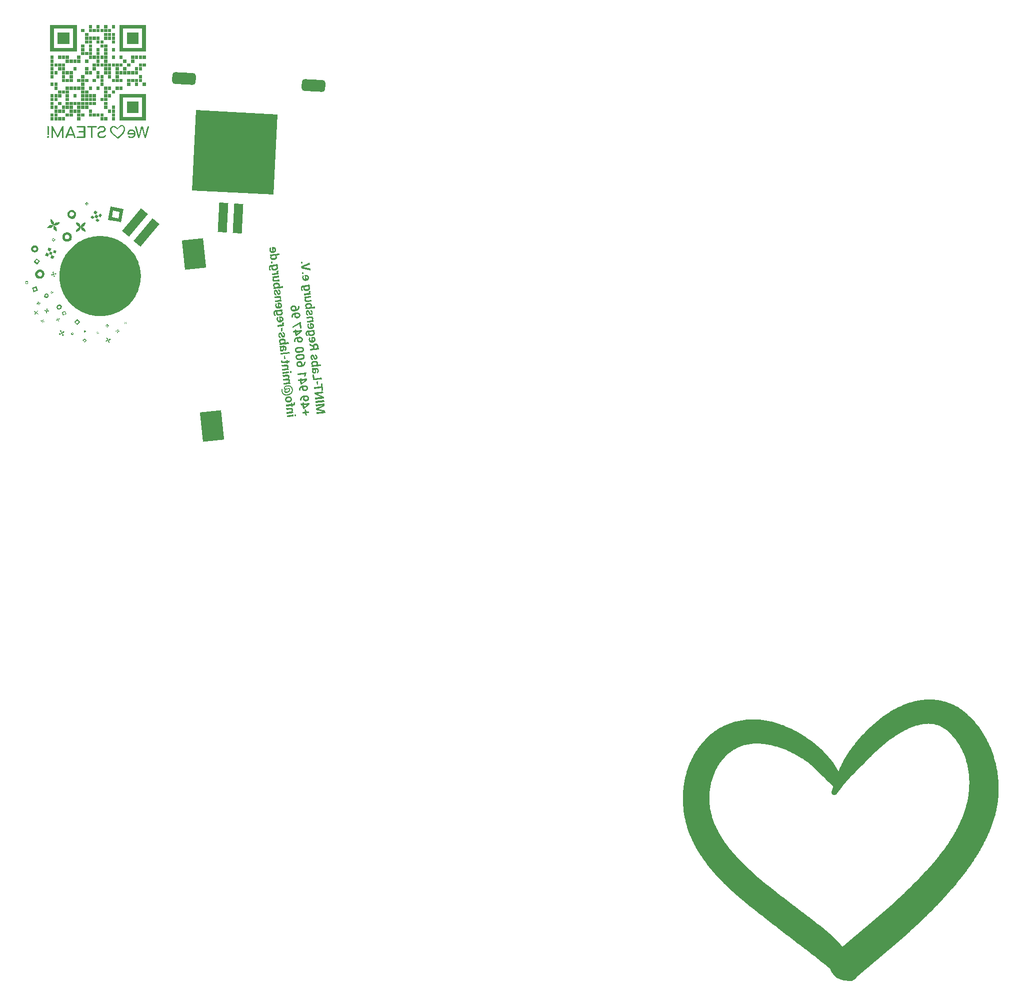
<source format=gbr>
%TF.GenerationSoftware,KiCad,Pcbnew,7.0.10*%
%TF.CreationDate,2024-05-13T16:35:13+02:00*%
%TF.ProjectId,MINT-Labs,4d494e54-2d4c-4616-9273-2e6b69636164,rev?*%
%TF.SameCoordinates,Original*%
%TF.FileFunction,Soldermask,Bot*%
%TF.FilePolarity,Negative*%
%FSLAX46Y46*%
G04 Gerber Fmt 4.6, Leading zero omitted, Abs format (unit mm)*
G04 Created by KiCad (PCBNEW 7.0.10) date 2024-05-13 16:35:13*
%MOMM*%
%LPD*%
G01*
G04 APERTURE LIST*
G04 Aperture macros list*
%AMRoundRect*
0 Rectangle with rounded corners*
0 $1 Rounding radius*
0 $2 $3 $4 $5 $6 $7 $8 $9 X,Y pos of 4 corners*
0 Add a 4 corners polygon primitive as box body*
4,1,4,$2,$3,$4,$5,$6,$7,$8,$9,$2,$3,0*
0 Add four circle primitives for the rounded corners*
1,1,$1+$1,$2,$3*
1,1,$1+$1,$4,$5*
1,1,$1+$1,$6,$7*
1,1,$1+$1,$8,$9*
0 Add four rect primitives between the rounded corners*
20,1,$1+$1,$2,$3,$4,$5,0*
20,1,$1+$1,$4,$5,$6,$7,0*
20,1,$1+$1,$6,$7,$8,$9,0*
20,1,$1+$1,$8,$9,$2,$3,0*%
%AMRotRect*
0 Rectangle, with rotation*
0 The origin of the aperture is its center*
0 $1 length*
0 $2 width*
0 $3 Rotation angle, in degrees counterclockwise*
0 Add horizontal line*
21,1,$1,$2,0,0,$3*%
G04 Aperture macros list end*
%ADD10C,0.300000*%
%ADD11RotRect,5.000000X3.600000X96.000000*%
%ADD12RoundRect,0.500000X-1.524112X-0.420811X1.471776X-0.577819X1.524112X0.420811X-1.471776X0.577819X0*%
%ADD13RotRect,1.524000X5.000000X177.000000*%
%ADD14RotRect,1.524000X5.000000X320.000000*%
G04 APERTURE END LIST*
D10*
G36*
X173002182Y-127794787D02*
G01*
X171879390Y-127525259D01*
X172921838Y-127030365D01*
X172879407Y-126626657D01*
X171386999Y-126783516D01*
X171419397Y-127091762D01*
X171827478Y-127048871D01*
X172528199Y-126944278D01*
X171458497Y-127463771D01*
X171480670Y-127674734D01*
X172633836Y-127959857D01*
X171927409Y-128003161D01*
X171519693Y-128046014D01*
X171551976Y-128353167D01*
X173044384Y-128196309D01*
X173002182Y-127794787D01*
G37*
G36*
X171325382Y-126197265D02*
G01*
X171357703Y-126504782D01*
X172850111Y-126347924D01*
X172817789Y-126040407D01*
X171325382Y-126197265D01*
G37*
G36*
X171168332Y-124703036D02*
G01*
X171200654Y-125010553D01*
X172245516Y-125505986D01*
X171263573Y-125609192D01*
X171295856Y-125916345D01*
X172788264Y-125759487D01*
X172755981Y-125452334D01*
X171708817Y-124956038D01*
X172692946Y-124852602D01*
X172660740Y-124546177D01*
X171168332Y-124703036D01*
G37*
G36*
X172269578Y-123218381D02*
G01*
X172317600Y-123675285D01*
X171074049Y-123805988D01*
X171106370Y-124113506D01*
X172349921Y-123982803D01*
X172397293Y-124433513D01*
X172646149Y-124407357D01*
X172518434Y-123192226D01*
X172269578Y-123218381D01*
G37*
G36*
X171509830Y-122845492D02*
G01*
X171570490Y-123422634D01*
X171809144Y-123397551D01*
X171748484Y-122820409D01*
X171509830Y-122845492D01*
G37*
G36*
X171167173Y-122315672D02*
G01*
X171098548Y-121662743D01*
X170851514Y-121688708D01*
X170952422Y-122648789D01*
X172444830Y-122491931D01*
X172412547Y-122184778D01*
X171167173Y-122315672D01*
G37*
G36*
X171538368Y-120560231D02*
G01*
X171559580Y-120561335D01*
X171580241Y-120563450D01*
X171600353Y-120566576D01*
X171619915Y-120570712D01*
X171638927Y-120575858D01*
X171657389Y-120582015D01*
X171675301Y-120589182D01*
X171692663Y-120597360D01*
X171709474Y-120606548D01*
X171725736Y-120616746D01*
X171741448Y-120627955D01*
X171756610Y-120640175D01*
X171771222Y-120653404D01*
X171785191Y-120667466D01*
X171798431Y-120682272D01*
X171810944Y-120697821D01*
X171822730Y-120714115D01*
X171833788Y-120731154D01*
X171844118Y-120748936D01*
X171853721Y-120767462D01*
X171862596Y-120786733D01*
X171870743Y-120806748D01*
X171878163Y-120827507D01*
X171884855Y-120849010D01*
X171890820Y-120871257D01*
X171896057Y-120894249D01*
X171900566Y-120917985D01*
X171904348Y-120942464D01*
X171907402Y-120967688D01*
X171909004Y-120984543D01*
X171910247Y-121001223D01*
X171911133Y-121017727D01*
X171911661Y-121034056D01*
X171911830Y-121050210D01*
X171911642Y-121066188D01*
X171911095Y-121081991D01*
X171910191Y-121097618D01*
X171908928Y-121113071D01*
X171907308Y-121128347D01*
X171905329Y-121143449D01*
X171902992Y-121158375D01*
X171900298Y-121173126D01*
X171897245Y-121187702D01*
X171893834Y-121202102D01*
X171890066Y-121216327D01*
X171885970Y-121230285D01*
X171879269Y-121250553D01*
X171871902Y-121270016D01*
X171863867Y-121288676D01*
X171855165Y-121306532D01*
X171845796Y-121323583D01*
X171835759Y-121339830D01*
X171825055Y-121355274D01*
X171813684Y-121369913D01*
X171801645Y-121383748D01*
X171788939Y-121396780D01*
X171780171Y-121404973D01*
X171766734Y-121416412D01*
X171752957Y-121426832D01*
X171738840Y-121436232D01*
X171724383Y-121444612D01*
X171709585Y-121451973D01*
X171694447Y-121458314D01*
X171678969Y-121463635D01*
X171663150Y-121467936D01*
X171646991Y-121471218D01*
X171630492Y-121473479D01*
X171599358Y-121177257D01*
X171608489Y-121175922D01*
X171625384Y-121171141D01*
X171640455Y-121163548D01*
X171653703Y-121153142D01*
X171665126Y-121139923D01*
X171673252Y-121126758D01*
X171676165Y-121120938D01*
X171682347Y-121105394D01*
X171686958Y-121088433D01*
X171689517Y-121073843D01*
X171691072Y-121058346D01*
X171691621Y-121041941D01*
X171691166Y-121024629D01*
X171689705Y-121006410D01*
X171689107Y-121001130D01*
X171686846Y-120985885D01*
X171682748Y-120966941D01*
X171677412Y-120949578D01*
X171670838Y-120933795D01*
X171663025Y-120919593D01*
X171653974Y-120906972D01*
X171643684Y-120895931D01*
X171632157Y-120886471D01*
X171619699Y-120878456D01*
X171606436Y-120871769D01*
X171592370Y-120866409D01*
X171577498Y-120862377D01*
X171561823Y-120859673D01*
X171545343Y-120858297D01*
X171528058Y-120858249D01*
X171509969Y-120859529D01*
X171448757Y-120865962D01*
X171463080Y-121002232D01*
X171464531Y-121017575D01*
X171465775Y-121032710D01*
X171466813Y-121047637D01*
X171467643Y-121062357D01*
X171468685Y-121091173D01*
X171468899Y-121119157D01*
X171468287Y-121146311D01*
X171466847Y-121172633D01*
X171464580Y-121198124D01*
X171461487Y-121222784D01*
X171457566Y-121246613D01*
X171452819Y-121269610D01*
X171447244Y-121291777D01*
X171440842Y-121313112D01*
X171433614Y-121333617D01*
X171425558Y-121353290D01*
X171416676Y-121372131D01*
X171406966Y-121390142D01*
X171396508Y-121407211D01*
X171385301Y-121423329D01*
X171373342Y-121438495D01*
X171360633Y-121452710D01*
X171347174Y-121465973D01*
X171332964Y-121478285D01*
X171318004Y-121489645D01*
X171302294Y-121500054D01*
X171285833Y-121509512D01*
X171268621Y-121518018D01*
X171250659Y-121525572D01*
X171231947Y-121532176D01*
X171212485Y-121537827D01*
X171192271Y-121542528D01*
X171171308Y-121546276D01*
X171149594Y-121549074D01*
X171131796Y-121550521D01*
X171114292Y-121551092D01*
X171097081Y-121550786D01*
X171080163Y-121549602D01*
X171063539Y-121547542D01*
X171047209Y-121544605D01*
X171031172Y-121540790D01*
X171015428Y-121536099D01*
X170999978Y-121530531D01*
X170984822Y-121524086D01*
X170969959Y-121516764D01*
X170955389Y-121508564D01*
X170941113Y-121499488D01*
X170927130Y-121489535D01*
X170913441Y-121478705D01*
X170900045Y-121466998D01*
X170887188Y-121454591D01*
X170875022Y-121441671D01*
X170863547Y-121428239D01*
X170852764Y-121414293D01*
X170842672Y-121399834D01*
X170833272Y-121384862D01*
X170824563Y-121369377D01*
X170816545Y-121353379D01*
X170809220Y-121336868D01*
X170802585Y-121319844D01*
X170796642Y-121302308D01*
X170791391Y-121284258D01*
X170786831Y-121265695D01*
X170782962Y-121246619D01*
X170779785Y-121227030D01*
X170777300Y-121206928D01*
X170775528Y-121185590D01*
X170774740Y-121164660D01*
X170774936Y-121144140D01*
X170776116Y-121124028D01*
X170778280Y-121104325D01*
X170781226Y-121086271D01*
X170995594Y-121086271D01*
X170995901Y-121102332D01*
X170997152Y-121118617D01*
X170999440Y-121134965D01*
X171002762Y-121150307D01*
X171007118Y-121164642D01*
X171014017Y-121181145D01*
X171022531Y-121196075D01*
X171032660Y-121209433D01*
X171044406Y-121221218D01*
X171049488Y-121225457D01*
X171062725Y-121234651D01*
X171076723Y-121241841D01*
X171091482Y-121247026D01*
X171107001Y-121250206D01*
X171123281Y-121251382D01*
X171140321Y-121250554D01*
X171157695Y-121247622D01*
X171176131Y-121243066D01*
X171193188Y-121237008D01*
X171208867Y-121229449D01*
X171223168Y-121220388D01*
X171236091Y-121209826D01*
X171247636Y-121197762D01*
X171257803Y-121184198D01*
X171266591Y-121169131D01*
X171274002Y-121152564D01*
X171280035Y-121134495D01*
X171284689Y-121114925D01*
X171287966Y-121093853D01*
X171289864Y-121071280D01*
X171290384Y-121047206D01*
X171289527Y-121021630D01*
X171287291Y-120994553D01*
X171275687Y-120884153D01*
X171084035Y-120904296D01*
X171069987Y-120914887D01*
X171057065Y-120926780D01*
X171045269Y-120939976D01*
X171034599Y-120954475D01*
X171026874Y-120967012D01*
X171019870Y-120980382D01*
X171013586Y-120994587D01*
X171008227Y-121009310D01*
X171003811Y-121024256D01*
X171000340Y-121039425D01*
X170997814Y-121054817D01*
X170996232Y-121070432D01*
X170995594Y-121086271D01*
X170781226Y-121086271D01*
X170781428Y-121085031D01*
X170785560Y-121066146D01*
X170790677Y-121047670D01*
X170796777Y-121029603D01*
X170803861Y-121011944D01*
X170811930Y-120994695D01*
X170820983Y-120977854D01*
X170831019Y-120961422D01*
X170842040Y-120945399D01*
X170854045Y-120929784D01*
X170867034Y-120914579D01*
X170863416Y-120914372D01*
X170845834Y-120912939D01*
X170829099Y-120910841D01*
X170813212Y-120908079D01*
X170798172Y-120904652D01*
X170783980Y-120900561D01*
X170768068Y-120894773D01*
X170736627Y-120595636D01*
X170753752Y-120593836D01*
X170764661Y-120597958D01*
X170782070Y-120603409D01*
X170800734Y-120607985D01*
X170820653Y-120611684D01*
X170841826Y-120614506D01*
X170856639Y-120615900D01*
X170872010Y-120616905D01*
X170887938Y-120617520D01*
X170904424Y-120617746D01*
X170921467Y-120617582D01*
X170939068Y-120617029D01*
X170957227Y-120616086D01*
X170975944Y-120614753D01*
X170995218Y-120613031D01*
X171471433Y-120562979D01*
X171494295Y-120561052D01*
X171516606Y-120560136D01*
X171538368Y-120560231D01*
G37*
G36*
X171294802Y-119354738D02*
G01*
X171309801Y-119355095D01*
X171324587Y-119355700D01*
X171353521Y-119357661D01*
X171381605Y-119360621D01*
X171408838Y-119364579D01*
X171435220Y-119369537D01*
X171460752Y-119375493D01*
X171485434Y-119382448D01*
X171509265Y-119390402D01*
X171532246Y-119399355D01*
X171554376Y-119409306D01*
X171575655Y-119420256D01*
X171596084Y-119432206D01*
X171615591Y-119445053D01*
X171634010Y-119458709D01*
X171651344Y-119473172D01*
X171667590Y-119488443D01*
X171682751Y-119504522D01*
X171696825Y-119521409D01*
X171709812Y-119539103D01*
X171721713Y-119557605D01*
X171732528Y-119576915D01*
X171742256Y-119597033D01*
X171750898Y-119617959D01*
X171758453Y-119639692D01*
X171764922Y-119662233D01*
X171770304Y-119685582D01*
X171774600Y-119709739D01*
X171777810Y-119734703D01*
X171779516Y-119755404D01*
X171780242Y-119775695D01*
X171779986Y-119795577D01*
X171778749Y-119815050D01*
X171776531Y-119834114D01*
X171773331Y-119852769D01*
X171769150Y-119871014D01*
X171763988Y-119888850D01*
X171757845Y-119906278D01*
X171750721Y-119923296D01*
X171742615Y-119939905D01*
X171733528Y-119956104D01*
X171723460Y-119971895D01*
X171712410Y-119987277D01*
X171700380Y-120002249D01*
X171687368Y-120016812D01*
X172272526Y-119955309D01*
X172303660Y-120251532D01*
X170717977Y-120418194D01*
X170689983Y-120151849D01*
X170805525Y-120126075D01*
X170787096Y-120114140D01*
X170769703Y-120101520D01*
X170753347Y-120088216D01*
X170738026Y-120074228D01*
X170723742Y-120059555D01*
X170710493Y-120044198D01*
X170698281Y-120028156D01*
X170687105Y-120011429D01*
X170676965Y-119994018D01*
X170667861Y-119975923D01*
X170659793Y-119957143D01*
X170652761Y-119937679D01*
X170646765Y-119917530D01*
X170641805Y-119896696D01*
X170637881Y-119875179D01*
X170636948Y-119868004D01*
X170880074Y-119868004D01*
X170880199Y-119884968D01*
X170881499Y-119902586D01*
X170882538Y-119911392D01*
X170885240Y-119928416D01*
X170888771Y-119944657D01*
X170893133Y-119960114D01*
X170898324Y-119974787D01*
X170904346Y-119988676D01*
X170914934Y-120008041D01*
X170927390Y-120025642D01*
X170941713Y-120041480D01*
X170957903Y-120055555D01*
X170975961Y-120067866D01*
X170989037Y-120075094D01*
X171002943Y-120081539D01*
X171017679Y-120087199D01*
X171450900Y-120041666D01*
X171457580Y-120037515D01*
X171470216Y-120028768D01*
X171481886Y-120019425D01*
X171497579Y-120004296D01*
X171511098Y-119987828D01*
X171522443Y-119970022D01*
X171531614Y-119950877D01*
X171538611Y-119930394D01*
X171542068Y-119915994D01*
X171544558Y-119901000D01*
X171546083Y-119885411D01*
X171546641Y-119869227D01*
X171546233Y-119852448D01*
X171544859Y-119835074D01*
X171543193Y-119822103D01*
X171539655Y-119803532D01*
X171534868Y-119786024D01*
X171528834Y-119769581D01*
X171521551Y-119754200D01*
X171513021Y-119739884D01*
X171503242Y-119726631D01*
X171492215Y-119714442D01*
X171479940Y-119703317D01*
X171466418Y-119693255D01*
X171451647Y-119684257D01*
X171435503Y-119676276D01*
X171417876Y-119669403D01*
X171398767Y-119663637D01*
X171378174Y-119658980D01*
X171363622Y-119656490D01*
X171348411Y-119654493D01*
X171332540Y-119652988D01*
X171316010Y-119651975D01*
X171298822Y-119651455D01*
X171280974Y-119651427D01*
X171262467Y-119651892D01*
X171243301Y-119652848D01*
X171223475Y-119654298D01*
X171202991Y-119656239D01*
X171186192Y-119658090D01*
X171169955Y-119660051D01*
X171154279Y-119662123D01*
X171139165Y-119664306D01*
X171124611Y-119666600D01*
X171103834Y-119670248D01*
X171084320Y-119674146D01*
X171066069Y-119678292D01*
X171049080Y-119682689D01*
X171033355Y-119687334D01*
X171018893Y-119692229D01*
X171001575Y-119699143D01*
X170985266Y-119706956D01*
X170970131Y-119715422D01*
X170956170Y-119724542D01*
X170943383Y-119734316D01*
X170931770Y-119744743D01*
X170921331Y-119755824D01*
X170912065Y-119767559D01*
X170903973Y-119779947D01*
X170897056Y-119792989D01*
X170891312Y-119806685D01*
X170886741Y-119821034D01*
X170883345Y-119836037D01*
X170881123Y-119851694D01*
X170880074Y-119868004D01*
X170636948Y-119868004D01*
X170634994Y-119852976D01*
X170632928Y-119827763D01*
X170632092Y-119803135D01*
X170632486Y-119779091D01*
X170634110Y-119755632D01*
X170636964Y-119732757D01*
X170641048Y-119710467D01*
X170646362Y-119688761D01*
X170652905Y-119667639D01*
X170660678Y-119647102D01*
X170669682Y-119627150D01*
X170679915Y-119607782D01*
X170691378Y-119588998D01*
X170704071Y-119570799D01*
X170717994Y-119553184D01*
X170733147Y-119536154D01*
X170749529Y-119519709D01*
X170758176Y-119511729D01*
X170776224Y-119496363D01*
X170795275Y-119481789D01*
X170815331Y-119468008D01*
X170836391Y-119455020D01*
X170858456Y-119442823D01*
X170881524Y-119431419D01*
X170905597Y-119420808D01*
X170930674Y-119410989D01*
X170956756Y-119401962D01*
X170983841Y-119393727D01*
X171011931Y-119386285D01*
X171026352Y-119382862D01*
X171041025Y-119379636D01*
X171055948Y-119376608D01*
X171071123Y-119373779D01*
X171086549Y-119371147D01*
X171102226Y-119368714D01*
X171118153Y-119366478D01*
X171134332Y-119364441D01*
X171150762Y-119362602D01*
X171167158Y-119360879D01*
X171183858Y-119359237D01*
X171200345Y-119357845D01*
X171216619Y-119356703D01*
X171232681Y-119355811D01*
X171248530Y-119355168D01*
X171264167Y-119354775D01*
X171279591Y-119354632D01*
X171294802Y-119354738D01*
G37*
G36*
X170833818Y-118611260D02*
G01*
X170850134Y-118610876D01*
X170865605Y-118613243D01*
X170880233Y-118618361D01*
X170894016Y-118626230D01*
X170906955Y-118636850D01*
X170919051Y-118650220D01*
X170923652Y-118656339D01*
X170932807Y-118669945D01*
X170941971Y-118685611D01*
X170948850Y-118698712D01*
X170955734Y-118712971D01*
X170962623Y-118728389D01*
X170969518Y-118744966D01*
X170976418Y-118762701D01*
X170983323Y-118781595D01*
X170990233Y-118801648D01*
X170994843Y-118815660D01*
X170997148Y-118822859D01*
X171005041Y-118846642D01*
X171013182Y-118869619D01*
X171021571Y-118891787D01*
X171030209Y-118913149D01*
X171039095Y-118933703D01*
X171048229Y-118953449D01*
X171057611Y-118972388D01*
X171067242Y-118990519D01*
X171077121Y-119007843D01*
X171087248Y-119024360D01*
X171097623Y-119040069D01*
X171108247Y-119054970D01*
X171119118Y-119069064D01*
X171130239Y-119082351D01*
X171141607Y-119094830D01*
X171153224Y-119106502D01*
X171165088Y-119117366D01*
X171177202Y-119127423D01*
X171189563Y-119136672D01*
X171202173Y-119145114D01*
X171215031Y-119152748D01*
X171228137Y-119159575D01*
X171255094Y-119170807D01*
X171283044Y-119178808D01*
X171311987Y-119183580D01*
X171326831Y-119184755D01*
X171341924Y-119185122D01*
X171357264Y-119184681D01*
X171372853Y-119183434D01*
X171390924Y-119181051D01*
X171408518Y-119177751D01*
X171425637Y-119173534D01*
X171442279Y-119168401D01*
X171458444Y-119162350D01*
X171474134Y-119155383D01*
X171489347Y-119147498D01*
X171504084Y-119138697D01*
X171518345Y-119128978D01*
X171532129Y-119118343D01*
X171545437Y-119106791D01*
X171558269Y-119094321D01*
X171570625Y-119080935D01*
X171582504Y-119066632D01*
X171593907Y-119051412D01*
X171604834Y-119035275D01*
X171615107Y-119018425D01*
X171624550Y-119001067D01*
X171633162Y-118983201D01*
X171640944Y-118964826D01*
X171647896Y-118945942D01*
X171654017Y-118926550D01*
X171659307Y-118906650D01*
X171663767Y-118886241D01*
X171667396Y-118865323D01*
X171670195Y-118843898D01*
X171672164Y-118821963D01*
X171673302Y-118799521D01*
X171673609Y-118776569D01*
X171673086Y-118753110D01*
X171671733Y-118729142D01*
X171669548Y-118704665D01*
X171666421Y-118678622D01*
X171662592Y-118653322D01*
X171658062Y-118628767D01*
X171652829Y-118604956D01*
X171646895Y-118581890D01*
X171640259Y-118559568D01*
X171632922Y-118537990D01*
X171624883Y-118517156D01*
X171616142Y-118497067D01*
X171606699Y-118477722D01*
X171596555Y-118459122D01*
X171585709Y-118441266D01*
X171574161Y-118424154D01*
X171561912Y-118407786D01*
X171548961Y-118392163D01*
X171535308Y-118377284D01*
X171521125Y-118363295D01*
X171506586Y-118350343D01*
X171491689Y-118338427D01*
X171476434Y-118327547D01*
X171460823Y-118317703D01*
X171444854Y-118308896D01*
X171428528Y-118301124D01*
X171411844Y-118294389D01*
X171394803Y-118288690D01*
X171377405Y-118284028D01*
X171359649Y-118280401D01*
X171341536Y-118277811D01*
X171323066Y-118276257D01*
X171304239Y-118275739D01*
X171285054Y-118276258D01*
X171265512Y-118277812D01*
X171296646Y-118574035D01*
X171312039Y-118573067D01*
X171326885Y-118573458D01*
X171344671Y-118575857D01*
X171361601Y-118580379D01*
X171377675Y-118587023D01*
X171392893Y-118595790D01*
X171404451Y-118604331D01*
X171417666Y-118616978D01*
X171426975Y-118628873D01*
X171435160Y-118642348D01*
X171442222Y-118657403D01*
X171448161Y-118674038D01*
X171452976Y-118692253D01*
X171455851Y-118706951D01*
X171458093Y-118722538D01*
X171458701Y-118727931D01*
X171460084Y-118746136D01*
X171460311Y-118763403D01*
X171459379Y-118779733D01*
X171457290Y-118795125D01*
X171454043Y-118809580D01*
X171448357Y-118826330D01*
X171440862Y-118841616D01*
X171437358Y-118847320D01*
X171427787Y-118860212D01*
X171417118Y-118871205D01*
X171405349Y-118880299D01*
X171392482Y-118887494D01*
X171378515Y-118892789D01*
X171363450Y-118896186D01*
X171357116Y-118897013D01*
X171342306Y-118897418D01*
X171325416Y-118894773D01*
X171309489Y-118888711D01*
X171296950Y-118881049D01*
X171285080Y-118871015D01*
X171273877Y-118858609D01*
X171265288Y-118846716D01*
X171256729Y-118832805D01*
X171248200Y-118816877D01*
X171241822Y-118803607D01*
X171235461Y-118789201D01*
X171229117Y-118773661D01*
X171222789Y-118756986D01*
X171216478Y-118739176D01*
X171210184Y-118720231D01*
X171205997Y-118706970D01*
X171199761Y-118686935D01*
X171193480Y-118667521D01*
X171187155Y-118648726D01*
X171180784Y-118630551D01*
X171174368Y-118612995D01*
X171167907Y-118596060D01*
X171161402Y-118579745D01*
X171154851Y-118564049D01*
X171148256Y-118548973D01*
X171141615Y-118534518D01*
X171137164Y-118525225D01*
X171130172Y-118511364D01*
X171122983Y-118497987D01*
X171115597Y-118485095D01*
X171100232Y-118460762D01*
X171084078Y-118438365D01*
X171067135Y-118417905D01*
X171049402Y-118399381D01*
X171030880Y-118382793D01*
X171011569Y-118368142D01*
X170991468Y-118355427D01*
X170970578Y-118344649D01*
X170948898Y-118335807D01*
X170926429Y-118328902D01*
X170903171Y-118323933D01*
X170879123Y-118320900D01*
X170854286Y-118319803D01*
X170828659Y-118320643D01*
X170815550Y-118321790D01*
X170796972Y-118324257D01*
X170778947Y-118327697D01*
X170761477Y-118332109D01*
X170744560Y-118337493D01*
X170728198Y-118343850D01*
X170712389Y-118351178D01*
X170697135Y-118359478D01*
X170682435Y-118368751D01*
X170668288Y-118378995D01*
X170654696Y-118390212D01*
X170641658Y-118402401D01*
X170629173Y-118415562D01*
X170617243Y-118429694D01*
X170605867Y-118444799D01*
X170595044Y-118460877D01*
X170584776Y-118477926D01*
X170575221Y-118495668D01*
X170566457Y-118513927D01*
X170558484Y-118532700D01*
X170551302Y-118551989D01*
X170544910Y-118571794D01*
X170539310Y-118592114D01*
X170534501Y-118612950D01*
X170530482Y-118634301D01*
X170527255Y-118656167D01*
X170524818Y-118678549D01*
X170523173Y-118701447D01*
X170522318Y-118724860D01*
X170522255Y-118748788D01*
X170522982Y-118773232D01*
X170524500Y-118798192D01*
X170526809Y-118823667D01*
X170528822Y-118840968D01*
X170531193Y-118857984D01*
X170533923Y-118874714D01*
X170537011Y-118891160D01*
X170540458Y-118907320D01*
X170544263Y-118923195D01*
X170548427Y-118938785D01*
X170552950Y-118954090D01*
X170557831Y-118969109D01*
X170563071Y-118983843D01*
X170568669Y-118998292D01*
X170574626Y-119012456D01*
X170580941Y-119026335D01*
X170587615Y-119039928D01*
X170594647Y-119053237D01*
X170602038Y-119066260D01*
X170609773Y-119078894D01*
X170621837Y-119097112D01*
X170634456Y-119114449D01*
X170647630Y-119130906D01*
X170661358Y-119146481D01*
X170675642Y-119161176D01*
X170690481Y-119174990D01*
X170705875Y-119187924D01*
X170721824Y-119199977D01*
X170738328Y-119211149D01*
X170755387Y-119221440D01*
X170772781Y-119230672D01*
X170790305Y-119238802D01*
X170807960Y-119245831D01*
X170825745Y-119251758D01*
X170843661Y-119256584D01*
X170861707Y-119260308D01*
X170879883Y-119262930D01*
X170898189Y-119264451D01*
X170916625Y-119264871D01*
X170935192Y-119264188D01*
X170947642Y-119263121D01*
X170918155Y-118982566D01*
X170899129Y-118982759D01*
X170881064Y-118981261D01*
X170863962Y-118978074D01*
X170847822Y-118973197D01*
X170832644Y-118966631D01*
X170818428Y-118958374D01*
X170805175Y-118948428D01*
X170792883Y-118936792D01*
X170781737Y-118923573D01*
X170771758Y-118909081D01*
X170762947Y-118893315D01*
X170755302Y-118876275D01*
X170748824Y-118857961D01*
X170744731Y-118843390D01*
X170741295Y-118828102D01*
X170738516Y-118812097D01*
X170736392Y-118795376D01*
X170735036Y-118779794D01*
X170734314Y-118764884D01*
X170734337Y-118746048D01*
X170735488Y-118728406D01*
X170737765Y-118711957D01*
X170741170Y-118696703D01*
X170745701Y-118682643D01*
X170752950Y-118666746D01*
X170754611Y-118663791D01*
X170763788Y-118650091D01*
X170774149Y-118638426D01*
X170785696Y-118628794D01*
X170798427Y-118621196D01*
X170812344Y-118615632D01*
X170827446Y-118612102D01*
X170833818Y-118611260D01*
G37*
G36*
X171427206Y-116414431D02*
G01*
X171451911Y-116415803D01*
X171475971Y-116418377D01*
X171499386Y-116422152D01*
X171522156Y-116427129D01*
X171544281Y-116433309D01*
X171565761Y-116440689D01*
X171586596Y-116449272D01*
X171606786Y-116459056D01*
X171626331Y-116470042D01*
X171645231Y-116482229D01*
X171663486Y-116495619D01*
X171681096Y-116510210D01*
X171698061Y-116526003D01*
X171706299Y-116534305D01*
X171722157Y-116551693D01*
X171737190Y-116570127D01*
X171751396Y-116589606D01*
X171764778Y-116610129D01*
X171777333Y-116631698D01*
X171789064Y-116654312D01*
X171799969Y-116677972D01*
X171810048Y-116702676D01*
X171819302Y-116728426D01*
X171827730Y-116755220D01*
X171835333Y-116783060D01*
X171838825Y-116797372D01*
X171842110Y-116811945D01*
X171845189Y-116826779D01*
X171848062Y-116841875D01*
X171850728Y-116857232D01*
X171853188Y-116872850D01*
X171855442Y-116888729D01*
X171857489Y-116904870D01*
X171859330Y-116921272D01*
X171917577Y-117475460D01*
X170425170Y-117632318D01*
X170392887Y-117325165D01*
X170936872Y-117267990D01*
X170911099Y-117022777D01*
X170728235Y-116951882D01*
X171157364Y-116951882D01*
X171157936Y-116972388D01*
X171159649Y-116993707D01*
X171185728Y-117241834D01*
X171636438Y-117194462D01*
X171610474Y-116947428D01*
X171608630Y-116932174D01*
X171605073Y-116910332D01*
X171600565Y-116889736D01*
X171595107Y-116870385D01*
X171588698Y-116852281D01*
X171581339Y-116835423D01*
X171573029Y-116819811D01*
X171563770Y-116805445D01*
X171553559Y-116792325D01*
X171542398Y-116780451D01*
X171530287Y-116769823D01*
X171521738Y-116763361D01*
X171508340Y-116754619D01*
X171494252Y-116747018D01*
X171479475Y-116740558D01*
X171464008Y-116735238D01*
X171447852Y-116731060D01*
X171431006Y-116728022D01*
X171413471Y-116726126D01*
X171395246Y-116725370D01*
X171376332Y-116725756D01*
X171356728Y-116727282D01*
X171343948Y-116728877D01*
X171325526Y-116732135D01*
X171308004Y-116736432D01*
X171291381Y-116741768D01*
X171275658Y-116748142D01*
X171260833Y-116755555D01*
X171246908Y-116764007D01*
X171233881Y-116773497D01*
X171221754Y-116784026D01*
X171210526Y-116795594D01*
X171200198Y-116808201D01*
X171193860Y-116817086D01*
X171185305Y-116831092D01*
X171177891Y-116845910D01*
X171171618Y-116861541D01*
X171166485Y-116877984D01*
X171162493Y-116895240D01*
X171159643Y-116913308D01*
X171157933Y-116932189D01*
X171157364Y-116951882D01*
X170728235Y-116951882D01*
X170337741Y-116800490D01*
X170303045Y-116470383D01*
X170317255Y-116468889D01*
X170958933Y-116727833D01*
X170964919Y-116710483D01*
X170971288Y-116693633D01*
X170978041Y-116677284D01*
X170985178Y-116661436D01*
X170992698Y-116646089D01*
X171000602Y-116631243D01*
X171008890Y-116616897D01*
X171017561Y-116603052D01*
X171026615Y-116589707D01*
X171036053Y-116576864D01*
X171045875Y-116564521D01*
X171056081Y-116552679D01*
X171066670Y-116541338D01*
X171077642Y-116530497D01*
X171088999Y-116520157D01*
X171100738Y-116510318D01*
X171112895Y-116500966D01*
X171125501Y-116492088D01*
X171138557Y-116483683D01*
X171152063Y-116475753D01*
X171166019Y-116468295D01*
X171180425Y-116461311D01*
X171195280Y-116454801D01*
X171210586Y-116448765D01*
X171226341Y-116443202D01*
X171242546Y-116438113D01*
X171259200Y-116433497D01*
X171276305Y-116429356D01*
X171293859Y-116425687D01*
X171311863Y-116422493D01*
X171330317Y-116419772D01*
X171349221Y-116417524D01*
X171375861Y-116415291D01*
X171401856Y-116414260D01*
X171427206Y-116414431D01*
G37*
G36*
X170866694Y-115288377D02*
G01*
X170881541Y-115288754D01*
X170910615Y-115290348D01*
X170938862Y-115293061D01*
X170966284Y-115296895D01*
X170992879Y-115301849D01*
X171018648Y-115307923D01*
X171043591Y-115315116D01*
X171067707Y-115323430D01*
X171090997Y-115332864D01*
X171113461Y-115343418D01*
X171135099Y-115355092D01*
X171155910Y-115367886D01*
X171175895Y-115381800D01*
X171194945Y-115396666D01*
X171212957Y-115412406D01*
X171229934Y-115429021D01*
X171245874Y-115446510D01*
X171260778Y-115464873D01*
X171274646Y-115484111D01*
X171287478Y-115504224D01*
X171299273Y-115525211D01*
X171310032Y-115547072D01*
X171319755Y-115569808D01*
X171328441Y-115593418D01*
X171336091Y-115617903D01*
X171342705Y-115643262D01*
X171348283Y-115669496D01*
X171352824Y-115696604D01*
X171356330Y-115724587D01*
X171358030Y-115743433D01*
X171359148Y-115762079D01*
X171359683Y-115780524D01*
X171359637Y-115798768D01*
X171359008Y-115816811D01*
X171357796Y-115834654D01*
X171356003Y-115852296D01*
X171353627Y-115869737D01*
X171350669Y-115886978D01*
X171347128Y-115904018D01*
X171343005Y-115920857D01*
X171338300Y-115937496D01*
X171333013Y-115953934D01*
X171327143Y-115970171D01*
X171320691Y-115986208D01*
X171313657Y-116002043D01*
X171306120Y-116017588D01*
X171298069Y-116032761D01*
X171289504Y-116047562D01*
X171280426Y-116061991D01*
X171270833Y-116076048D01*
X171260726Y-116089733D01*
X171250106Y-116103046D01*
X171238971Y-116115987D01*
X171227322Y-116128557D01*
X171215160Y-116140754D01*
X171202483Y-116152580D01*
X171189293Y-116164033D01*
X171175589Y-116175115D01*
X171161370Y-116185824D01*
X171146638Y-116196162D01*
X171131392Y-116206128D01*
X171115725Y-116215670D01*
X171099733Y-116224738D01*
X171083414Y-116233330D01*
X171066769Y-116241447D01*
X171049798Y-116249089D01*
X171032500Y-116256256D01*
X171014876Y-116262947D01*
X170996927Y-116269164D01*
X170978650Y-116274905D01*
X170960048Y-116280171D01*
X170941119Y-116284963D01*
X170921865Y-116289279D01*
X170902284Y-116293120D01*
X170882376Y-116296486D01*
X170862143Y-116299376D01*
X170841583Y-116301792D01*
X170812799Y-116304817D01*
X170797417Y-116306283D01*
X170782197Y-116307429D01*
X170767138Y-116308257D01*
X170752241Y-116308765D01*
X170722930Y-116308823D01*
X170694266Y-116307606D01*
X170666247Y-116305111D01*
X170638874Y-116301340D01*
X170612146Y-116296292D01*
X170586065Y-116289968D01*
X170560629Y-116282367D01*
X170535838Y-116273489D01*
X170511694Y-116263335D01*
X170488195Y-116251904D01*
X170465343Y-116239197D01*
X170443135Y-116225213D01*
X170421574Y-116209952D01*
X170400658Y-116193414D01*
X170380609Y-116175822D01*
X170361646Y-116157396D01*
X170343770Y-116138136D01*
X170326980Y-116118042D01*
X170311277Y-116097115D01*
X170296661Y-116075354D01*
X170283131Y-116052759D01*
X170270688Y-116029330D01*
X170259331Y-116005068D01*
X170249061Y-115979972D01*
X170239877Y-115954043D01*
X170231780Y-115927280D01*
X170224770Y-115899683D01*
X170218846Y-115871252D01*
X170216292Y-115856724D01*
X170214009Y-115841988D01*
X170211998Y-115827043D01*
X170210259Y-115811889D01*
X170208653Y-115794658D01*
X170207475Y-115777577D01*
X170206725Y-115760647D01*
X170206402Y-115743868D01*
X170206506Y-115727239D01*
X170207038Y-115710762D01*
X170207997Y-115694435D01*
X170209383Y-115678259D01*
X170211197Y-115662233D01*
X170213438Y-115646359D01*
X170216107Y-115630635D01*
X170219203Y-115615062D01*
X170222726Y-115599640D01*
X170226677Y-115584368D01*
X170231056Y-115569248D01*
X170235861Y-115554278D01*
X170241106Y-115539545D01*
X170246712Y-115525146D01*
X170252677Y-115511081D01*
X170259003Y-115497348D01*
X170265689Y-115483949D01*
X170272735Y-115470884D01*
X170280142Y-115458151D01*
X170291927Y-115439678D01*
X170304523Y-115421955D01*
X170317929Y-115404982D01*
X170332146Y-115388760D01*
X170347174Y-115373287D01*
X170363012Y-115358565D01*
X170539741Y-115487343D01*
X170526387Y-115501199D01*
X170514040Y-115515543D01*
X170502700Y-115530374D01*
X170492366Y-115545691D01*
X170483039Y-115561496D01*
X170474719Y-115577788D01*
X170467405Y-115594567D01*
X170461098Y-115611833D01*
X170455798Y-115629586D01*
X170451504Y-115647826D01*
X170448217Y-115666553D01*
X170445937Y-115685768D01*
X170444663Y-115705469D01*
X170444397Y-115725657D01*
X170445136Y-115746333D01*
X170446883Y-115767495D01*
X170448570Y-115781121D01*
X170451986Y-115800904D01*
X170456466Y-115819903D01*
X170462010Y-115838117D01*
X170468618Y-115855545D01*
X170476289Y-115872188D01*
X170485024Y-115888046D01*
X170494822Y-115903118D01*
X170505684Y-115917405D01*
X170517609Y-115930907D01*
X170530599Y-115943624D01*
X170539749Y-115951551D01*
X170554005Y-115962528D01*
X170568896Y-115972408D01*
X170584424Y-115981192D01*
X170600587Y-115988879D01*
X170617387Y-115995470D01*
X170634822Y-116000964D01*
X170652893Y-116005362D01*
X170671600Y-116008664D01*
X170690944Y-116010869D01*
X170710922Y-116011978D01*
X170665074Y-115575759D01*
X170869158Y-115575759D01*
X170912470Y-115987847D01*
X170925718Y-115984365D01*
X170944788Y-115978644D01*
X170962896Y-115972325D01*
X170980040Y-115965407D01*
X170996221Y-115957892D01*
X171011439Y-115949778D01*
X171025694Y-115941066D01*
X171038987Y-115931756D01*
X171051316Y-115921847D01*
X171062683Y-115911341D01*
X171073086Y-115900236D01*
X171079453Y-115892483D01*
X171088093Y-115880458D01*
X171097915Y-115863686D01*
X171105794Y-115846070D01*
X171111731Y-115827611D01*
X171114909Y-115813214D01*
X171116995Y-115798342D01*
X171117988Y-115782995D01*
X171117889Y-115767174D01*
X171116697Y-115750878D01*
X171116030Y-115745028D01*
X171113458Y-115728051D01*
X171110031Y-115711935D01*
X171105748Y-115696678D01*
X171100611Y-115682283D01*
X171094619Y-115668747D01*
X171085300Y-115652039D01*
X171074460Y-115636860D01*
X171062101Y-115623211D01*
X171048221Y-115611091D01*
X171040746Y-115605578D01*
X171024893Y-115595813D01*
X171007834Y-115587729D01*
X170989571Y-115581325D01*
X170975083Y-115577626D01*
X170959917Y-115574871D01*
X170944073Y-115573062D01*
X170927552Y-115572199D01*
X170910353Y-115572281D01*
X170892477Y-115573308D01*
X170869158Y-115575759D01*
X170665074Y-115575759D01*
X170636744Y-115306218D01*
X170756982Y-115293580D01*
X170773275Y-115291997D01*
X170789361Y-115290694D01*
X170805241Y-115289670D01*
X170820914Y-115288927D01*
X170836380Y-115288464D01*
X170851640Y-115288281D01*
X170866694Y-115288377D01*
G37*
G36*
X171214177Y-114372093D02*
G01*
X171109815Y-114395587D01*
X171123975Y-114407221D01*
X171137375Y-114419576D01*
X171150017Y-114432653D01*
X171161900Y-114446452D01*
X171173024Y-114460972D01*
X171183389Y-114476214D01*
X171192996Y-114492177D01*
X171201844Y-114508862D01*
X171209933Y-114526268D01*
X171217263Y-114544396D01*
X171223835Y-114563245D01*
X171229648Y-114582816D01*
X171234702Y-114603109D01*
X171238997Y-114624123D01*
X171242533Y-114645858D01*
X171245311Y-114668315D01*
X171247376Y-114693783D01*
X171248162Y-114718720D01*
X171247670Y-114743127D01*
X171245898Y-114767003D01*
X171242848Y-114790349D01*
X171238519Y-114813164D01*
X171232910Y-114835450D01*
X171226023Y-114857204D01*
X171217857Y-114878429D01*
X171208413Y-114899123D01*
X171197689Y-114919286D01*
X171185686Y-114938919D01*
X171172405Y-114958022D01*
X171157844Y-114976594D01*
X171142005Y-114994636D01*
X171124887Y-115012148D01*
X171115897Y-115020640D01*
X171097263Y-115036974D01*
X171077759Y-115052441D01*
X171057383Y-115067042D01*
X171036137Y-115080775D01*
X171014019Y-115093642D01*
X170991030Y-115105642D01*
X170967171Y-115116775D01*
X170942440Y-115127041D01*
X170916838Y-115136441D01*
X170890365Y-115144973D01*
X170863021Y-115152639D01*
X170834806Y-115159438D01*
X170820372Y-115162512D01*
X170805720Y-115165370D01*
X170790851Y-115168011D01*
X170775763Y-115170435D01*
X170760458Y-115172643D01*
X170744935Y-115174634D01*
X170729195Y-115176408D01*
X170717171Y-115177672D01*
X170701203Y-115179228D01*
X170685408Y-115180523D01*
X170669787Y-115181555D01*
X170654338Y-115182325D01*
X170639063Y-115182833D01*
X170623961Y-115183078D01*
X170609033Y-115183062D01*
X170594277Y-115182784D01*
X170565285Y-115181440D01*
X170536987Y-115179049D01*
X170509381Y-115175608D01*
X170482467Y-115171120D01*
X170456247Y-115165583D01*
X170430719Y-115158997D01*
X170405884Y-115151363D01*
X170381742Y-115142681D01*
X170358292Y-115132950D01*
X170335536Y-115122171D01*
X170313472Y-115110343D01*
X170292101Y-115097467D01*
X170271651Y-115083705D01*
X170252351Y-115069221D01*
X170234202Y-115054015D01*
X170217202Y-115038086D01*
X170201353Y-115021435D01*
X170186654Y-115004062D01*
X170173104Y-114985966D01*
X170160705Y-114967148D01*
X170149456Y-114947607D01*
X170139358Y-114927344D01*
X170130409Y-114906359D01*
X170122610Y-114884651D01*
X170115961Y-114862221D01*
X170110463Y-114839068D01*
X170106115Y-114815193D01*
X170102916Y-114790596D01*
X170101204Y-114769896D01*
X170100462Y-114749607D01*
X170100689Y-114729728D01*
X170101886Y-114710259D01*
X170104053Y-114691200D01*
X170107190Y-114672552D01*
X170110745Y-114656768D01*
X170332829Y-114656768D01*
X170333340Y-114672929D01*
X170334698Y-114689611D01*
X170336393Y-114702564D01*
X170340105Y-114721206D01*
X170345220Y-114738905D01*
X170351739Y-114755659D01*
X170359660Y-114771470D01*
X170368985Y-114786336D01*
X170379712Y-114800259D01*
X170391843Y-114813237D01*
X170405377Y-114825272D01*
X170420313Y-114836363D01*
X170436653Y-114846509D01*
X170454271Y-114855586D01*
X170472904Y-114863481D01*
X170492552Y-114870195D01*
X170513216Y-114875726D01*
X170527557Y-114878758D01*
X170542348Y-114881264D01*
X170557591Y-114883245D01*
X170573285Y-114884701D01*
X170589430Y-114885631D01*
X170606027Y-114886037D01*
X170623075Y-114885917D01*
X170640575Y-114885272D01*
X170658526Y-114884102D01*
X170676928Y-114882407D01*
X170687541Y-114881231D01*
X170708231Y-114878576D01*
X170728205Y-114875515D01*
X170747463Y-114872050D01*
X170766005Y-114868178D01*
X170783830Y-114863902D01*
X170800940Y-114859219D01*
X170817334Y-114854132D01*
X170833011Y-114848639D01*
X170847973Y-114842741D01*
X170862218Y-114836438D01*
X170875748Y-114829729D01*
X170894699Y-114818905D01*
X170912039Y-114807170D01*
X170927769Y-114794523D01*
X170937403Y-114785596D01*
X170950519Y-114771676D01*
X170962034Y-114757122D01*
X170971948Y-114741933D01*
X170980260Y-114726110D01*
X170986971Y-114709652D01*
X170992081Y-114692559D01*
X170995589Y-114674832D01*
X170997496Y-114656470D01*
X170997801Y-114637473D01*
X170996505Y-114617842D01*
X170994406Y-114601635D01*
X170991584Y-114586080D01*
X170988039Y-114571176D01*
X170983771Y-114556924D01*
X170976013Y-114536767D01*
X170966629Y-114518077D01*
X170955618Y-114500853D01*
X170942981Y-114485094D01*
X170928716Y-114470802D01*
X170912826Y-114457976D01*
X170895308Y-114446616D01*
X170876164Y-114436722D01*
X170414523Y-114485242D01*
X170408749Y-114489609D01*
X170392698Y-114503491D01*
X170378550Y-114518547D01*
X170366306Y-114534775D01*
X170355967Y-114552175D01*
X170347531Y-114570748D01*
X170341000Y-114590494D01*
X170336372Y-114611413D01*
X170334345Y-114626010D01*
X170333164Y-114641129D01*
X170332829Y-114656768D01*
X170110745Y-114656768D01*
X170111297Y-114654315D01*
X170116374Y-114636487D01*
X170122420Y-114619070D01*
X170129436Y-114602063D01*
X170137422Y-114585467D01*
X170146378Y-114569281D01*
X170156304Y-114553505D01*
X170167200Y-114538140D01*
X170179065Y-114523185D01*
X170191901Y-114508640D01*
X170131417Y-114514998D01*
X170116943Y-114516778D01*
X170096116Y-114520327D01*
X170076352Y-114524929D01*
X170057651Y-114530586D01*
X170040012Y-114537297D01*
X170023436Y-114545061D01*
X170007923Y-114553879D01*
X169993472Y-114563751D01*
X169980084Y-114574677D01*
X169967759Y-114586657D01*
X169956496Y-114599691D01*
X169949614Y-114608909D01*
X169940310Y-114623400D01*
X169932230Y-114638689D01*
X169925373Y-114654775D01*
X169919739Y-114671658D01*
X169915329Y-114689339D01*
X169912143Y-114707817D01*
X169910180Y-114727092D01*
X169909440Y-114747165D01*
X169909925Y-114768035D01*
X169911632Y-114789703D01*
X169914187Y-114809231D01*
X169917696Y-114828281D01*
X169922159Y-114846854D01*
X169927576Y-114864950D01*
X169933948Y-114882569D01*
X169941274Y-114899710D01*
X169949554Y-114916374D01*
X169958788Y-114932560D01*
X169968977Y-114948269D01*
X169980120Y-114963501D01*
X169992217Y-114978256D01*
X170005268Y-114992533D01*
X170019274Y-115006333D01*
X170034234Y-115019656D01*
X170050148Y-115032501D01*
X170067017Y-115044869D01*
X169898624Y-115195186D01*
X169883165Y-115185053D01*
X169868096Y-115173882D01*
X169853416Y-115161674D01*
X169839126Y-115148427D01*
X169825225Y-115134141D01*
X169811714Y-115118818D01*
X169798592Y-115102457D01*
X169785859Y-115085057D01*
X169777587Y-115072881D01*
X169769489Y-115060243D01*
X169761563Y-115047143D01*
X169753810Y-115033583D01*
X169746329Y-115019701D01*
X169739227Y-115005731D01*
X169732504Y-114991672D01*
X169726161Y-114977525D01*
X169720197Y-114963288D01*
X169714611Y-114948963D01*
X169709405Y-114934549D01*
X169704579Y-114920046D01*
X169700131Y-114905454D01*
X169696063Y-114890774D01*
X169692373Y-114876005D01*
X169689063Y-114861147D01*
X169686132Y-114846200D01*
X169683581Y-114831165D01*
X169681408Y-114816040D01*
X169679615Y-114800827D01*
X169677740Y-114780834D01*
X169676345Y-114761115D01*
X169675431Y-114741671D01*
X169674998Y-114722502D01*
X169675045Y-114703607D01*
X169675573Y-114684987D01*
X169676582Y-114666642D01*
X169678072Y-114648571D01*
X169680042Y-114630775D01*
X169682493Y-114613254D01*
X169685424Y-114596008D01*
X169688837Y-114579036D01*
X169692730Y-114562339D01*
X169697104Y-114545916D01*
X169701958Y-114529768D01*
X169707294Y-114513895D01*
X169713049Y-114498354D01*
X169719256Y-114483190D01*
X169725915Y-114468406D01*
X169733024Y-114454000D01*
X169740586Y-114439972D01*
X169748598Y-114426323D01*
X169757062Y-114413052D01*
X169765977Y-114400160D01*
X169775343Y-114387646D01*
X169785161Y-114375511D01*
X169795430Y-114363754D01*
X169806150Y-114352376D01*
X169817322Y-114341377D01*
X169828945Y-114330755D01*
X169841020Y-114320513D01*
X169853545Y-114310649D01*
X169866425Y-114301176D01*
X169879660Y-114292190D01*
X169893251Y-114283690D01*
X169907199Y-114275677D01*
X169921503Y-114268150D01*
X169936163Y-114261109D01*
X169951180Y-114254555D01*
X169966552Y-114248487D01*
X169982281Y-114242905D01*
X169998365Y-114237810D01*
X170014807Y-114233201D01*
X170031604Y-114229079D01*
X170048757Y-114225443D01*
X170066267Y-114222293D01*
X170084132Y-114219629D01*
X170102354Y-114217452D01*
X171185953Y-114103561D01*
X171214177Y-114372093D01*
G37*
G36*
X170622828Y-112968150D02*
G01*
X170637675Y-112968527D01*
X170666749Y-112970121D01*
X170694997Y-112972834D01*
X170722418Y-112976668D01*
X170749013Y-112981622D01*
X170774782Y-112987695D01*
X170799725Y-112994889D01*
X170823841Y-113003203D01*
X170847132Y-113012637D01*
X170869595Y-113023191D01*
X170891233Y-113034865D01*
X170912045Y-113047659D01*
X170932030Y-113061573D01*
X170951079Y-113076438D01*
X170969092Y-113092179D01*
X170986068Y-113108793D01*
X171002009Y-113126282D01*
X171016913Y-113144646D01*
X171030780Y-113163884D01*
X171043612Y-113183997D01*
X171055407Y-113204984D01*
X171066166Y-113226845D01*
X171075889Y-113249581D01*
X171084575Y-113273191D01*
X171092226Y-113297676D01*
X171098840Y-113323035D01*
X171104417Y-113349269D01*
X171108959Y-113376377D01*
X171112464Y-113404360D01*
X171114164Y-113423206D01*
X171115282Y-113441852D01*
X171115818Y-113460296D01*
X171115771Y-113478541D01*
X171115142Y-113496584D01*
X171113931Y-113514427D01*
X171112137Y-113532069D01*
X171109761Y-113549510D01*
X171106803Y-113566751D01*
X171103263Y-113583791D01*
X171099140Y-113600630D01*
X171094435Y-113617269D01*
X171089147Y-113633707D01*
X171083278Y-113649944D01*
X171076826Y-113665980D01*
X171069791Y-113681816D01*
X171062254Y-113697361D01*
X171054203Y-113712534D01*
X171045639Y-113727335D01*
X171036560Y-113741763D01*
X171026967Y-113755821D01*
X171016861Y-113769506D01*
X171006240Y-113782819D01*
X170995105Y-113795760D01*
X170983457Y-113808329D01*
X170971294Y-113820527D01*
X170958618Y-113832352D01*
X170945427Y-113843806D01*
X170931723Y-113854888D01*
X170917505Y-113865597D01*
X170902772Y-113875935D01*
X170887526Y-113885901D01*
X170871860Y-113895443D01*
X170855867Y-113904511D01*
X170839548Y-113913103D01*
X170822903Y-113921220D01*
X170805932Y-113928862D01*
X170788634Y-113936028D01*
X170771011Y-113942720D01*
X170753061Y-113948937D01*
X170734785Y-113954678D01*
X170716182Y-113959944D01*
X170697254Y-113964735D01*
X170677999Y-113969052D01*
X170658418Y-113972892D01*
X170638511Y-113976258D01*
X170618277Y-113979149D01*
X170597717Y-113981565D01*
X170568933Y-113984590D01*
X170553552Y-113986056D01*
X170538331Y-113987202D01*
X170523272Y-113988029D01*
X170508375Y-113988537D01*
X170479065Y-113988596D01*
X170450400Y-113987378D01*
X170422381Y-113984884D01*
X170395008Y-113981113D01*
X170368280Y-113976065D01*
X170342199Y-113969741D01*
X170316763Y-113962140D01*
X170291973Y-113953262D01*
X170267828Y-113943108D01*
X170244330Y-113931677D01*
X170221477Y-113918969D01*
X170199270Y-113904985D01*
X170177708Y-113889725D01*
X170156793Y-113873187D01*
X170136743Y-113855595D01*
X170117780Y-113837168D01*
X170099904Y-113817908D01*
X170083115Y-113797815D01*
X170067411Y-113776887D01*
X170052795Y-113755126D01*
X170039265Y-113732532D01*
X170026822Y-113709103D01*
X170015465Y-113684841D01*
X170005195Y-113659745D01*
X169996012Y-113633816D01*
X169987915Y-113607052D01*
X169980904Y-113579455D01*
X169974981Y-113551025D01*
X169972426Y-113536497D01*
X169970143Y-113521760D01*
X169968132Y-113506816D01*
X169966393Y-113491662D01*
X169964788Y-113474431D01*
X169963610Y-113457350D01*
X169962859Y-113440420D01*
X169962536Y-113423641D01*
X169962640Y-113407012D01*
X169963172Y-113390535D01*
X169964131Y-113374208D01*
X169965517Y-113358032D01*
X169967331Y-113342006D01*
X169969573Y-113326132D01*
X169972241Y-113310408D01*
X169975337Y-113294835D01*
X169978861Y-113279413D01*
X169982812Y-113264141D01*
X169987190Y-113249021D01*
X169991995Y-113234051D01*
X169997241Y-113219318D01*
X170002846Y-113204919D01*
X170008811Y-113190853D01*
X170015137Y-113177121D01*
X170021823Y-113163722D01*
X170028870Y-113150656D01*
X170036276Y-113137924D01*
X170048061Y-113119451D01*
X170060657Y-113101728D01*
X170074064Y-113084755D01*
X170088281Y-113068532D01*
X170103308Y-113053060D01*
X170119146Y-113038337D01*
X170295875Y-113167115D01*
X170282521Y-113180972D01*
X170270174Y-113195316D01*
X170258834Y-113210146D01*
X170248500Y-113225464D01*
X170239173Y-113241269D01*
X170230853Y-113257561D01*
X170223539Y-113274340D01*
X170217232Y-113291606D01*
X170211932Y-113309359D01*
X170207638Y-113327599D01*
X170204351Y-113346326D01*
X170202071Y-113365540D01*
X170200798Y-113385242D01*
X170200531Y-113405430D01*
X170201271Y-113426105D01*
X170203017Y-113447268D01*
X170204704Y-113460893D01*
X170208121Y-113480677D01*
X170212601Y-113499676D01*
X170218145Y-113517889D01*
X170224752Y-113535318D01*
X170232423Y-113551961D01*
X170241158Y-113567818D01*
X170250956Y-113582891D01*
X170261818Y-113597178D01*
X170273744Y-113610680D01*
X170286733Y-113623397D01*
X170295883Y-113631324D01*
X170310139Y-113642300D01*
X170325031Y-113652181D01*
X170340558Y-113660964D01*
X170356722Y-113668652D01*
X170373521Y-113675243D01*
X170390956Y-113680737D01*
X170409028Y-113685135D01*
X170427735Y-113688437D01*
X170447078Y-113690642D01*
X170467057Y-113691751D01*
X170421208Y-113255532D01*
X170625292Y-113255532D01*
X170668604Y-113667620D01*
X170681853Y-113664138D01*
X170700923Y-113658417D01*
X170719030Y-113652098D01*
X170736174Y-113645180D01*
X170752355Y-113637664D01*
X170767573Y-113629550D01*
X170781829Y-113620839D01*
X170795121Y-113611528D01*
X170807450Y-113601620D01*
X170818817Y-113591114D01*
X170829220Y-113580009D01*
X170835587Y-113572256D01*
X170844228Y-113560230D01*
X170854049Y-113543459D01*
X170861928Y-113525843D01*
X170867865Y-113507384D01*
X170871043Y-113492987D01*
X170873129Y-113478114D01*
X170874122Y-113462768D01*
X170874023Y-113446947D01*
X170872832Y-113430651D01*
X170872164Y-113424801D01*
X170869592Y-113407824D01*
X170866165Y-113391707D01*
X170861883Y-113376451D01*
X170856746Y-113362055D01*
X170850753Y-113348520D01*
X170841434Y-113331812D01*
X170830594Y-113316633D01*
X170818235Y-113302983D01*
X170804356Y-113290864D01*
X170796881Y-113285351D01*
X170781027Y-113275586D01*
X170763968Y-113267502D01*
X170745705Y-113261098D01*
X170731217Y-113257398D01*
X170716051Y-113254644D01*
X170700208Y-113252835D01*
X170683686Y-113251972D01*
X170666488Y-113252054D01*
X170648611Y-113253081D01*
X170625292Y-113255532D01*
X170421208Y-113255532D01*
X170392878Y-112985991D01*
X170513116Y-112973353D01*
X170529409Y-112971770D01*
X170545495Y-112970466D01*
X170561375Y-112969443D01*
X170577048Y-112968700D01*
X170592515Y-112968237D01*
X170607775Y-112968053D01*
X170622828Y-112968150D01*
G37*
G36*
X171015461Y-112481443D02*
G01*
X170885119Y-112485564D01*
X170899188Y-112468755D01*
X170912181Y-112451419D01*
X170924096Y-112433558D01*
X170934935Y-112415171D01*
X170944696Y-112396258D01*
X170953381Y-112376820D01*
X170960989Y-112356856D01*
X170967519Y-112336366D01*
X170972973Y-112315350D01*
X170977350Y-112293809D01*
X170980650Y-112271742D01*
X170982873Y-112249149D01*
X170984019Y-112226031D01*
X170984088Y-112202387D01*
X170983080Y-112178217D01*
X170980996Y-112153521D01*
X170978314Y-112131873D01*
X170974905Y-112111015D01*
X170970766Y-112090947D01*
X170965900Y-112071669D01*
X170960305Y-112053182D01*
X170953981Y-112035485D01*
X170946928Y-112018579D01*
X170939148Y-112002462D01*
X170930638Y-111987136D01*
X170921400Y-111972601D01*
X170911434Y-111958855D01*
X170900739Y-111945900D01*
X170889316Y-111933736D01*
X170877164Y-111922361D01*
X170864283Y-111911777D01*
X170850674Y-111901983D01*
X170836379Y-111892906D01*
X170821359Y-111884573D01*
X170805615Y-111876984D01*
X170789146Y-111870138D01*
X170771952Y-111864037D01*
X170754033Y-111858679D01*
X170735389Y-111854065D01*
X170716021Y-111850195D01*
X170695928Y-111847069D01*
X170675110Y-111844687D01*
X170653567Y-111843049D01*
X170631300Y-111842154D01*
X170608307Y-111842004D01*
X170584590Y-111842597D01*
X170560149Y-111843934D01*
X170534982Y-111846015D01*
X169824850Y-111920653D01*
X169855984Y-112216876D01*
X170557007Y-112143195D01*
X170574083Y-112141766D01*
X170590332Y-112141156D01*
X170605753Y-112141365D01*
X170625029Y-112142916D01*
X170642835Y-112145923D01*
X170659170Y-112150385D01*
X170674035Y-112156302D01*
X170687430Y-112163675D01*
X170696511Y-112170160D01*
X170707579Y-112180169D01*
X170717504Y-112192014D01*
X170726286Y-112205693D01*
X170733926Y-112221209D01*
X170740423Y-112238559D01*
X170744547Y-112252776D01*
X170748027Y-112268026D01*
X170750866Y-112284308D01*
X170753061Y-112301623D01*
X170754266Y-112317045D01*
X170754597Y-112332066D01*
X170753456Y-112353847D01*
X170750348Y-112374728D01*
X170745274Y-112394709D01*
X170738234Y-112413788D01*
X170729228Y-112431967D01*
X170718256Y-112449245D01*
X170705318Y-112465623D01*
X170690414Y-112481100D01*
X170679386Y-112490917D01*
X170667484Y-112500334D01*
X169894318Y-112581597D01*
X169925452Y-112877820D01*
X171044757Y-112760176D01*
X171015461Y-112481443D01*
G37*
G36*
X170041255Y-111070522D02*
G01*
X170057570Y-111070138D01*
X170073042Y-111072505D01*
X170087669Y-111077623D01*
X170101453Y-111085492D01*
X170114392Y-111096111D01*
X170126487Y-111109482D01*
X170131089Y-111115600D01*
X170140243Y-111129206D01*
X170149407Y-111144872D01*
X170156286Y-111157973D01*
X170163170Y-111172233D01*
X170170060Y-111187651D01*
X170176954Y-111204228D01*
X170183854Y-111221963D01*
X170190759Y-111240857D01*
X170197669Y-111260909D01*
X170202279Y-111274921D01*
X170204585Y-111282120D01*
X170212478Y-111305904D01*
X170220619Y-111328880D01*
X170229008Y-111351049D01*
X170237645Y-111372410D01*
X170246531Y-111392964D01*
X170255665Y-111412710D01*
X170265048Y-111431649D01*
X170274678Y-111449781D01*
X170284557Y-111467105D01*
X170294684Y-111483621D01*
X170305059Y-111499330D01*
X170315683Y-111514232D01*
X170326555Y-111528326D01*
X170337675Y-111541613D01*
X170349043Y-111554092D01*
X170360660Y-111565763D01*
X170372525Y-111576628D01*
X170384638Y-111586684D01*
X170396999Y-111595934D01*
X170409609Y-111604376D01*
X170422467Y-111612010D01*
X170435573Y-111618837D01*
X170462530Y-111630068D01*
X170490481Y-111638070D01*
X170519424Y-111642842D01*
X170534268Y-111644016D01*
X170549360Y-111644383D01*
X170564701Y-111643943D01*
X170580289Y-111642695D01*
X170598360Y-111640312D01*
X170615955Y-111637013D01*
X170633073Y-111632796D01*
X170649715Y-111627662D01*
X170665881Y-111621612D01*
X170681570Y-111614644D01*
X170696783Y-111606760D01*
X170711520Y-111597958D01*
X170725781Y-111588240D01*
X170739565Y-111577604D01*
X170752874Y-111566052D01*
X170765705Y-111553583D01*
X170778061Y-111540197D01*
X170789940Y-111525894D01*
X170801343Y-111510674D01*
X170812270Y-111494537D01*
X170822544Y-111477687D01*
X170831987Y-111460329D01*
X170840599Y-111442462D01*
X170848381Y-111424087D01*
X170855332Y-111405204D01*
X170861453Y-111385812D01*
X170866744Y-111365911D01*
X170871203Y-111345502D01*
X170874833Y-111324585D01*
X170877632Y-111303159D01*
X170879600Y-111281225D01*
X170880738Y-111258782D01*
X170881046Y-111235831D01*
X170880523Y-111212371D01*
X170879169Y-111188403D01*
X170876985Y-111163927D01*
X170873858Y-111137883D01*
X170870029Y-111112584D01*
X170865498Y-111088029D01*
X170860266Y-111064218D01*
X170854332Y-111041151D01*
X170847696Y-111018829D01*
X170840358Y-110997251D01*
X170832319Y-110976418D01*
X170823578Y-110956329D01*
X170814136Y-110936984D01*
X170803991Y-110918383D01*
X170793145Y-110900527D01*
X170781598Y-110883415D01*
X170769348Y-110867048D01*
X170756397Y-110851425D01*
X170742744Y-110836546D01*
X170728562Y-110822557D01*
X170714022Y-110809605D01*
X170699125Y-110797688D01*
X170683871Y-110786808D01*
X170668259Y-110776965D01*
X170652290Y-110768157D01*
X170635964Y-110760386D01*
X170619280Y-110753651D01*
X170602240Y-110747952D01*
X170584841Y-110743289D01*
X170567086Y-110739663D01*
X170548973Y-110737072D01*
X170530503Y-110735518D01*
X170511675Y-110735001D01*
X170492490Y-110735519D01*
X170472948Y-110737074D01*
X170504082Y-111033296D01*
X170519476Y-111032329D01*
X170534321Y-111032720D01*
X170552107Y-111035119D01*
X170569038Y-111039640D01*
X170585112Y-111046284D01*
X170600329Y-111055051D01*
X170611887Y-111063593D01*
X170625103Y-111076239D01*
X170634411Y-111088134D01*
X170642596Y-111101609D01*
X170649658Y-111116664D01*
X170655597Y-111133299D01*
X170660413Y-111151514D01*
X170663287Y-111166213D01*
X170665530Y-111181800D01*
X170666137Y-111187193D01*
X170667521Y-111205398D01*
X170667747Y-111222665D01*
X170666816Y-111238994D01*
X170664727Y-111254387D01*
X170661480Y-111268842D01*
X170655794Y-111285592D01*
X170648299Y-111300878D01*
X170644794Y-111306582D01*
X170635223Y-111319474D01*
X170624554Y-111330467D01*
X170612785Y-111339560D01*
X170599918Y-111346755D01*
X170585952Y-111352051D01*
X170570886Y-111355447D01*
X170564552Y-111356274D01*
X170549743Y-111356680D01*
X170532853Y-111354034D01*
X170516925Y-111347972D01*
X170504387Y-111340311D01*
X170492516Y-111330277D01*
X170481314Y-111317870D01*
X170472725Y-111305977D01*
X170464166Y-111292067D01*
X170455636Y-111276139D01*
X170449258Y-111262868D01*
X170442898Y-111248463D01*
X170436553Y-111232923D01*
X170430226Y-111216248D01*
X170423915Y-111198438D01*
X170417621Y-111179492D01*
X170413434Y-111166232D01*
X170407198Y-111146197D01*
X170400917Y-111126782D01*
X170394591Y-111107987D01*
X170388220Y-111089812D01*
X170381805Y-111072257D01*
X170375344Y-111055322D01*
X170368838Y-111039006D01*
X170362288Y-111023311D01*
X170355692Y-111008235D01*
X170349052Y-110993779D01*
X170344600Y-110984486D01*
X170337608Y-110970626D01*
X170330420Y-110957249D01*
X170323033Y-110944356D01*
X170307669Y-110920023D01*
X170291515Y-110897626D01*
X170274572Y-110877166D01*
X170256839Y-110858642D01*
X170238317Y-110842055D01*
X170219005Y-110827404D01*
X170198904Y-110814689D01*
X170178014Y-110803911D01*
X170156335Y-110795069D01*
X170133866Y-110788163D01*
X170110607Y-110783194D01*
X170086560Y-110780161D01*
X170061722Y-110779065D01*
X170036096Y-110779905D01*
X170022987Y-110781051D01*
X170004408Y-110783519D01*
X169986384Y-110786959D01*
X169968913Y-110791371D01*
X169951997Y-110796755D01*
X169935634Y-110803111D01*
X169919826Y-110810440D01*
X169904571Y-110818740D01*
X169889871Y-110828012D01*
X169875725Y-110838257D01*
X169862132Y-110849474D01*
X169849094Y-110861662D01*
X169836610Y-110874823D01*
X169824679Y-110888956D01*
X169813303Y-110904061D01*
X169802481Y-110920138D01*
X169792213Y-110937187D01*
X169782658Y-110954930D01*
X169773894Y-110973188D01*
X169765920Y-110991962D01*
X169758738Y-111011251D01*
X169752347Y-111031055D01*
X169746747Y-111051376D01*
X169741937Y-111072211D01*
X169737919Y-111093562D01*
X169734691Y-111115429D01*
X169732255Y-111137811D01*
X169730609Y-111160708D01*
X169729755Y-111184121D01*
X169729691Y-111208050D01*
X169730418Y-111232494D01*
X169731936Y-111257453D01*
X169734246Y-111282928D01*
X169736258Y-111300229D01*
X169738629Y-111317245D01*
X169741359Y-111333976D01*
X169744448Y-111350421D01*
X169747894Y-111366582D01*
X169751700Y-111382457D01*
X169755864Y-111398046D01*
X169760386Y-111413351D01*
X169765268Y-111428371D01*
X169770507Y-111443105D01*
X169776105Y-111457554D01*
X169782062Y-111471718D01*
X169788378Y-111485597D01*
X169795051Y-111499190D01*
X169802084Y-111512498D01*
X169809475Y-111525521D01*
X169817209Y-111538156D01*
X169829273Y-111556374D01*
X169841892Y-111573711D01*
X169855066Y-111590167D01*
X169868795Y-111605743D01*
X169883079Y-111620438D01*
X169897918Y-111634252D01*
X169913312Y-111647185D01*
X169929260Y-111659238D01*
X169945764Y-111670410D01*
X169962823Y-111680702D01*
X169980217Y-111689934D01*
X169997742Y-111698064D01*
X170015397Y-111705093D01*
X170033182Y-111711020D01*
X170051097Y-111715845D01*
X170069143Y-111719569D01*
X170087319Y-111722192D01*
X170105625Y-111723713D01*
X170124062Y-111724132D01*
X170142629Y-111723450D01*
X170155079Y-111722383D01*
X170125591Y-111441828D01*
X170106565Y-111442020D01*
X170088501Y-111440523D01*
X170071399Y-111437336D01*
X170055259Y-111432459D01*
X170040081Y-111425892D01*
X170025865Y-111417636D01*
X170012611Y-111407689D01*
X170000319Y-111396053D01*
X169989174Y-111382835D01*
X169979195Y-111368343D01*
X169970383Y-111352576D01*
X169962738Y-111335536D01*
X169956260Y-111317223D01*
X169952168Y-111302651D01*
X169948732Y-111287363D01*
X169945952Y-111271359D01*
X169943829Y-111254638D01*
X169942473Y-111239056D01*
X169941751Y-111224145D01*
X169941774Y-111205309D01*
X169942924Y-111187667D01*
X169945202Y-111171219D01*
X169948606Y-111155965D01*
X169953137Y-111141904D01*
X169960387Y-111126008D01*
X169962048Y-111123052D01*
X169971224Y-111109353D01*
X169981585Y-111097687D01*
X169993132Y-111088055D01*
X170005864Y-111080458D01*
X170019780Y-111074894D01*
X170034882Y-111071364D01*
X170041255Y-111070522D01*
G37*
G36*
X170266032Y-109566644D02*
G01*
X170281031Y-109567000D01*
X170295817Y-109567606D01*
X170324751Y-109569567D01*
X170352834Y-109572527D01*
X170380068Y-109576485D01*
X170406450Y-109581443D01*
X170431982Y-109587399D01*
X170456664Y-109594354D01*
X170480495Y-109602308D01*
X170503476Y-109611260D01*
X170525606Y-109621212D01*
X170546885Y-109632162D01*
X170567314Y-109644111D01*
X170586820Y-109656959D01*
X170605240Y-109670615D01*
X170622573Y-109685078D01*
X170638820Y-109700349D01*
X170653981Y-109716428D01*
X170668054Y-109733315D01*
X170681042Y-109751009D01*
X170692943Y-109769511D01*
X170703758Y-109788821D01*
X170713486Y-109808939D01*
X170722128Y-109829865D01*
X170729683Y-109851598D01*
X170736152Y-109874139D01*
X170741534Y-109897488D01*
X170745830Y-109921645D01*
X170749040Y-109946609D01*
X170750746Y-109967310D01*
X170751472Y-109987601D01*
X170751216Y-110007483D01*
X170749979Y-110026956D01*
X170747760Y-110046020D01*
X170744561Y-110064674D01*
X170740380Y-110082920D01*
X170735218Y-110100756D01*
X170729075Y-110118183D01*
X170721950Y-110135202D01*
X170713845Y-110151810D01*
X170704758Y-110168010D01*
X170694690Y-110183801D01*
X170683640Y-110199182D01*
X170671610Y-110214155D01*
X170658598Y-110228718D01*
X171243756Y-110167215D01*
X171274890Y-110463438D01*
X169689207Y-110630100D01*
X169661213Y-110363755D01*
X169776755Y-110337980D01*
X169758326Y-110326046D01*
X169740933Y-110313426D01*
X169724577Y-110300122D01*
X169709256Y-110286134D01*
X169694972Y-110271461D01*
X169681723Y-110256103D01*
X169669511Y-110240061D01*
X169658335Y-110223335D01*
X169648194Y-110205924D01*
X169639090Y-110187829D01*
X169631022Y-110169049D01*
X169623991Y-110149584D01*
X169617995Y-110129436D01*
X169613035Y-110108602D01*
X169609111Y-110087084D01*
X169608178Y-110079910D01*
X169851304Y-110079910D01*
X169851429Y-110096874D01*
X169852728Y-110114492D01*
X169853768Y-110123298D01*
X169856470Y-110140322D01*
X169860001Y-110156563D01*
X169864363Y-110172019D01*
X169869554Y-110186693D01*
X169875576Y-110200582D01*
X169886164Y-110219947D01*
X169898620Y-110237548D01*
X169912943Y-110253386D01*
X169929133Y-110267461D01*
X169947191Y-110279772D01*
X169960267Y-110287000D01*
X169974173Y-110293444D01*
X169988909Y-110299105D01*
X170422130Y-110253572D01*
X170428810Y-110249421D01*
X170441446Y-110240673D01*
X170453116Y-110231331D01*
X170468809Y-110216202D01*
X170482328Y-110199734D01*
X170493673Y-110181928D01*
X170502844Y-110162783D01*
X170509840Y-110142299D01*
X170513297Y-110127900D01*
X170515788Y-110112906D01*
X170517312Y-110097317D01*
X170517871Y-110081133D01*
X170517463Y-110064354D01*
X170516088Y-110046980D01*
X170514423Y-110034008D01*
X170510884Y-110015437D01*
X170506098Y-109997930D01*
X170500064Y-109981486D01*
X170492781Y-109966106D01*
X170484250Y-109951790D01*
X170474472Y-109938537D01*
X170463445Y-109926348D01*
X170451170Y-109915222D01*
X170437647Y-109905161D01*
X170422877Y-109896162D01*
X170406733Y-109888181D01*
X170389106Y-109881308D01*
X170369997Y-109875543D01*
X170349404Y-109870886D01*
X170334852Y-109868396D01*
X170319640Y-109866399D01*
X170303770Y-109864894D01*
X170287240Y-109863881D01*
X170270051Y-109863361D01*
X170252203Y-109863333D01*
X170233696Y-109863798D01*
X170214530Y-109864754D01*
X170194705Y-109866203D01*
X170174221Y-109868145D01*
X170157422Y-109869995D01*
X170141185Y-109871957D01*
X170125509Y-109874029D01*
X170110395Y-109876212D01*
X170095841Y-109878505D01*
X170075064Y-109882154D01*
X170055550Y-109886051D01*
X170037298Y-109890198D01*
X170020310Y-109894594D01*
X170004585Y-109899240D01*
X169990123Y-109904135D01*
X169972804Y-109911049D01*
X169956496Y-109918862D01*
X169941361Y-109927328D01*
X169927400Y-109936448D01*
X169914613Y-109946221D01*
X169903000Y-109956649D01*
X169892560Y-109967730D01*
X169883295Y-109979464D01*
X169875203Y-109991853D01*
X169868285Y-110004895D01*
X169862541Y-110018590D01*
X169857971Y-110032940D01*
X169854575Y-110047943D01*
X169852353Y-110063599D01*
X169851304Y-110079910D01*
X169608178Y-110079910D01*
X169606224Y-110064882D01*
X169604158Y-110039669D01*
X169603322Y-110015041D01*
X169603716Y-109990997D01*
X169605340Y-109967538D01*
X169608194Y-109944663D01*
X169612278Y-109922372D01*
X169617591Y-109900667D01*
X169624135Y-109879545D01*
X169631908Y-109859008D01*
X169640912Y-109839056D01*
X169651145Y-109819688D01*
X169662608Y-109800904D01*
X169675301Y-109782705D01*
X169689224Y-109765090D01*
X169704376Y-109748060D01*
X169720759Y-109731614D01*
X169729406Y-109723634D01*
X169747454Y-109708269D01*
X169766505Y-109693695D01*
X169786561Y-109679914D01*
X169807621Y-109666925D01*
X169829686Y-109654729D01*
X169852754Y-109643325D01*
X169876827Y-109632714D01*
X169901904Y-109622894D01*
X169927985Y-109613868D01*
X169955071Y-109605633D01*
X169983161Y-109598191D01*
X169997582Y-109594767D01*
X170012255Y-109591542D01*
X170027178Y-109588514D01*
X170042353Y-109585684D01*
X170057779Y-109583053D01*
X170073455Y-109580619D01*
X170089383Y-109578384D01*
X170105562Y-109576347D01*
X170121992Y-109574508D01*
X170138388Y-109572785D01*
X170155088Y-109571143D01*
X170171575Y-109569751D01*
X170187849Y-109568609D01*
X170203911Y-109567717D01*
X170219760Y-109567074D01*
X170235397Y-109566681D01*
X170250821Y-109566538D01*
X170266032Y-109566644D01*
G37*
G36*
X169607423Y-108779470D02*
G01*
X169592573Y-108795224D01*
X169578846Y-108811524D01*
X169566241Y-108828371D01*
X169554759Y-108845765D01*
X169544399Y-108863706D01*
X169535161Y-108882194D01*
X169527046Y-108901229D01*
X169520052Y-108920810D01*
X169514181Y-108940939D01*
X169509433Y-108961614D01*
X169505807Y-108982836D01*
X169503303Y-109004605D01*
X169501921Y-109026921D01*
X169501662Y-109049783D01*
X169502525Y-109073193D01*
X169504511Y-109097149D01*
X169507221Y-109119049D01*
X169510671Y-109140207D01*
X169514860Y-109160622D01*
X169519789Y-109180294D01*
X169525456Y-109199224D01*
X169531863Y-109217412D01*
X169539010Y-109234857D01*
X169546895Y-109251559D01*
X169555520Y-109267519D01*
X169564884Y-109282736D01*
X169574988Y-109297211D01*
X169585831Y-109310944D01*
X169597413Y-109323934D01*
X169609734Y-109336181D01*
X169622795Y-109347686D01*
X169636595Y-109358448D01*
X169651144Y-109368391D01*
X169666368Y-109377537D01*
X169682269Y-109385887D01*
X169698846Y-109393440D01*
X169716099Y-109400198D01*
X169734028Y-109406159D01*
X169752633Y-109411323D01*
X169771914Y-109415692D01*
X169791871Y-109419264D01*
X169812504Y-109422039D01*
X169833814Y-109424019D01*
X169855799Y-109425202D01*
X169878461Y-109425589D01*
X169901799Y-109425179D01*
X169925813Y-109423973D01*
X169950503Y-109421971D01*
X170685776Y-109344691D01*
X170654680Y-109048833D01*
X169927422Y-109125271D01*
X169906091Y-109126889D01*
X169886002Y-109127132D01*
X169867156Y-109125997D01*
X169849552Y-109123486D01*
X169833191Y-109119598D01*
X169818072Y-109114333D01*
X169804196Y-109107691D01*
X169791562Y-109099673D01*
X169780170Y-109090278D01*
X169770022Y-109079506D01*
X169761115Y-109067357D01*
X169753451Y-109053832D01*
X169747030Y-109038929D01*
X169741851Y-109022650D01*
X169737914Y-109004995D01*
X169735220Y-108985962D01*
X169733691Y-108967432D01*
X169733068Y-108949552D01*
X169733351Y-108932322D01*
X169734540Y-108915742D01*
X169736634Y-108899812D01*
X169739635Y-108884533D01*
X169743541Y-108869904D01*
X169748353Y-108855924D01*
X169757269Y-108836175D01*
X169768223Y-108817888D01*
X169781216Y-108801065D01*
X169796247Y-108785704D01*
X169813316Y-108771806D01*
X169819458Y-108767499D01*
X170616308Y-108683747D01*
X170585097Y-108386796D01*
X169465791Y-108504439D01*
X169495087Y-108783173D01*
X169607423Y-108779470D01*
G37*
G36*
X170198820Y-107578642D02*
G01*
X170202264Y-107593338D01*
X170206149Y-107611104D01*
X170209568Y-107628199D01*
X170212522Y-107644625D01*
X170215008Y-107660379D01*
X170217029Y-107675463D01*
X170218018Y-107684192D01*
X170219743Y-107704826D01*
X170220497Y-107724643D01*
X170220278Y-107743645D01*
X170219087Y-107761831D01*
X170216923Y-107779201D01*
X170213788Y-107795756D01*
X170209680Y-107811494D01*
X170204601Y-107826416D01*
X170198549Y-107840523D01*
X170191525Y-107853813D01*
X170183528Y-107866288D01*
X170174560Y-107877947D01*
X170164619Y-107888790D01*
X170153707Y-107898817D01*
X170141822Y-107908028D01*
X170128964Y-107916423D01*
X169411909Y-107991789D01*
X169443044Y-108288011D01*
X170562349Y-108170367D01*
X170532938Y-107890541D01*
X170380849Y-107898053D01*
X170397963Y-107884747D01*
X170413839Y-107871027D01*
X170428478Y-107856893D01*
X170441878Y-107842345D01*
X170454041Y-107827383D01*
X170464966Y-107812007D01*
X170474653Y-107796218D01*
X170483102Y-107780015D01*
X170490313Y-107763398D01*
X170496286Y-107746367D01*
X170501022Y-107728922D01*
X170504519Y-107711063D01*
X170506779Y-107692791D01*
X170507801Y-107674105D01*
X170507585Y-107655005D01*
X170506131Y-107635491D01*
X170504203Y-107620305D01*
X170501647Y-107605491D01*
X170498465Y-107591049D01*
X170493820Y-107574209D01*
X170488273Y-107557904D01*
X170482961Y-107544725D01*
X170198820Y-107578642D01*
G37*
G36*
X170410584Y-106726419D02*
G01*
X170306223Y-106749913D01*
X170320382Y-106761547D01*
X170333782Y-106773903D01*
X170346424Y-106786980D01*
X170358307Y-106800778D01*
X170369431Y-106815299D01*
X170379797Y-106830540D01*
X170389404Y-106846503D01*
X170398251Y-106863188D01*
X170406340Y-106880595D01*
X170413671Y-106898722D01*
X170420242Y-106917572D01*
X170426055Y-106937143D01*
X170431109Y-106957435D01*
X170435404Y-106978449D01*
X170438941Y-107000185D01*
X170441718Y-107022642D01*
X170443784Y-107048109D01*
X170444570Y-107073047D01*
X170444077Y-107097453D01*
X170442306Y-107121330D01*
X170439255Y-107144676D01*
X170434926Y-107167491D01*
X170429318Y-107189776D01*
X170422431Y-107211531D01*
X170414265Y-107232755D01*
X170404820Y-107253449D01*
X170394096Y-107273613D01*
X170382094Y-107293246D01*
X170368812Y-107312349D01*
X170354252Y-107330921D01*
X170338412Y-107348963D01*
X170321294Y-107366475D01*
X170312304Y-107374967D01*
X170293671Y-107391301D01*
X170274166Y-107406768D01*
X170253791Y-107421368D01*
X170232544Y-107435102D01*
X170210426Y-107447969D01*
X170187438Y-107459968D01*
X170163578Y-107471101D01*
X170138847Y-107481368D01*
X170113245Y-107490767D01*
X170086773Y-107499300D01*
X170059429Y-107506966D01*
X170031214Y-107513765D01*
X170016780Y-107516839D01*
X170002128Y-107519697D01*
X169987258Y-107522338D01*
X169972171Y-107524762D01*
X169956866Y-107526970D01*
X169941343Y-107528961D01*
X169925602Y-107530735D01*
X169913578Y-107531999D01*
X169897610Y-107533555D01*
X169881816Y-107534849D01*
X169866194Y-107535881D01*
X169850746Y-107536651D01*
X169835471Y-107537159D01*
X169820369Y-107537405D01*
X169805440Y-107537389D01*
X169790684Y-107537110D01*
X169761693Y-107535767D01*
X169733394Y-107533375D01*
X169705788Y-107529935D01*
X169678875Y-107525447D01*
X169652654Y-107519910D01*
X169627126Y-107513324D01*
X169602291Y-107505690D01*
X169578149Y-107497008D01*
X169554700Y-107487277D01*
X169531943Y-107476498D01*
X169509879Y-107464670D01*
X169488508Y-107451794D01*
X169468058Y-107438032D01*
X169448759Y-107423548D01*
X169430609Y-107408342D01*
X169413610Y-107392413D01*
X169397760Y-107375762D01*
X169383061Y-107358388D01*
X169369512Y-107340293D01*
X169357113Y-107321474D01*
X169345864Y-107301934D01*
X169335765Y-107281671D01*
X169326816Y-107260685D01*
X169319017Y-107238978D01*
X169312369Y-107216547D01*
X169306870Y-107193395D01*
X169302522Y-107169520D01*
X169299324Y-107144923D01*
X169297611Y-107124223D01*
X169296869Y-107103933D01*
X169297096Y-107084054D01*
X169298294Y-107064585D01*
X169300461Y-107045527D01*
X169303598Y-107026879D01*
X169307152Y-107011095D01*
X169529236Y-107011095D01*
X169529748Y-107027256D01*
X169531105Y-107043938D01*
X169532801Y-107056891D01*
X169536513Y-107075533D01*
X169541628Y-107093231D01*
X169548146Y-107109986D01*
X169556067Y-107125796D01*
X169565392Y-107140663D01*
X169576119Y-107154585D01*
X169588250Y-107167564D01*
X169601784Y-107179598D01*
X169616721Y-107190689D01*
X169633061Y-107200836D01*
X169650678Y-107209913D01*
X169669311Y-107217808D01*
X169688960Y-107224521D01*
X169709624Y-107230053D01*
X169723964Y-107233084D01*
X169738755Y-107235591D01*
X169753998Y-107237572D01*
X169769692Y-107239027D01*
X169785838Y-107239958D01*
X169802435Y-107240364D01*
X169819483Y-107240244D01*
X169836982Y-107239599D01*
X169854933Y-107238429D01*
X169873335Y-107236734D01*
X169883949Y-107235558D01*
X169904638Y-107232903D01*
X169924612Y-107229842D01*
X169943870Y-107226376D01*
X169962412Y-107222505D01*
X169980238Y-107218228D01*
X169997347Y-107213546D01*
X170013741Y-107208459D01*
X170029419Y-107202966D01*
X170044380Y-107197068D01*
X170058625Y-107190764D01*
X170072155Y-107184055D01*
X170091106Y-107173232D01*
X170108447Y-107161497D01*
X170124176Y-107148849D01*
X170133810Y-107139922D01*
X170146927Y-107126003D01*
X170158442Y-107111449D01*
X170168355Y-107096260D01*
X170176668Y-107080437D01*
X170183379Y-107063979D01*
X170188488Y-107046886D01*
X170191996Y-107029159D01*
X170193903Y-107010797D01*
X170194209Y-106991800D01*
X170192913Y-106972169D01*
X170190814Y-106955962D01*
X170187991Y-106940407D01*
X170184446Y-106925503D01*
X170180178Y-106911251D01*
X170172421Y-106891094D01*
X170163037Y-106872404D01*
X170152026Y-106855179D01*
X170139388Y-106839421D01*
X170125124Y-106825129D01*
X170109233Y-106812302D01*
X170091715Y-106800942D01*
X170072571Y-106791048D01*
X169610930Y-106839569D01*
X169605157Y-106843936D01*
X169589105Y-106857818D01*
X169574957Y-106872873D01*
X169562714Y-106889101D01*
X169552374Y-106906502D01*
X169543939Y-106925075D01*
X169537407Y-106944821D01*
X169532779Y-106965740D01*
X169530752Y-106980337D01*
X169529571Y-106995455D01*
X169529236Y-107011095D01*
X169307152Y-107011095D01*
X169307704Y-107008641D01*
X169312781Y-106990814D01*
X169318827Y-106973397D01*
X169325844Y-106956390D01*
X169333830Y-106939794D01*
X169342786Y-106923608D01*
X169352712Y-106907832D01*
X169363607Y-106892467D01*
X169375473Y-106877512D01*
X169388308Y-106862967D01*
X169327825Y-106869324D01*
X169313350Y-106871105D01*
X169292523Y-106874653D01*
X169272759Y-106879256D01*
X169254058Y-106884913D01*
X169236419Y-106891623D01*
X169219844Y-106899388D01*
X169204330Y-106908206D01*
X169189880Y-106918078D01*
X169176492Y-106929004D01*
X169164166Y-106940984D01*
X169152904Y-106954018D01*
X169146021Y-106963236D01*
X169136717Y-106977727D01*
X169128637Y-106993015D01*
X169121780Y-107009101D01*
X169116147Y-107025984D01*
X169111737Y-107043665D01*
X169108550Y-107062143D01*
X169106587Y-107081419D01*
X169105848Y-107101492D01*
X169106332Y-107122362D01*
X169108039Y-107144030D01*
X169110594Y-107163557D01*
X169114103Y-107182608D01*
X169118566Y-107201181D01*
X169123984Y-107219277D01*
X169130355Y-107236895D01*
X169137681Y-107254036D01*
X169145961Y-107270700D01*
X169155196Y-107286887D01*
X169165384Y-107302596D01*
X169176527Y-107317828D01*
X169188624Y-107332583D01*
X169201676Y-107346860D01*
X169215681Y-107360660D01*
X169230641Y-107373982D01*
X169246555Y-107386828D01*
X169263424Y-107399196D01*
X169095032Y-107549512D01*
X169079573Y-107539380D01*
X169064503Y-107528209D01*
X169049824Y-107516000D01*
X169035533Y-107502753D01*
X169021632Y-107488468D01*
X169008121Y-107473145D01*
X168994999Y-107456783D01*
X168982267Y-107439384D01*
X168973995Y-107427207D01*
X168965896Y-107414569D01*
X168957970Y-107401470D01*
X168950218Y-107387909D01*
X168942737Y-107374028D01*
X168935635Y-107360058D01*
X168928912Y-107345999D01*
X168922568Y-107331851D01*
X168916604Y-107317615D01*
X168911019Y-107303289D01*
X168905813Y-107288875D01*
X168900986Y-107274373D01*
X168896538Y-107259781D01*
X168892470Y-107245101D01*
X168888781Y-107230331D01*
X168885471Y-107215473D01*
X168882540Y-107200527D01*
X168879988Y-107185491D01*
X168877816Y-107170367D01*
X168876023Y-107155154D01*
X168874147Y-107135160D01*
X168872752Y-107115442D01*
X168871838Y-107095998D01*
X168871405Y-107076828D01*
X168871452Y-107057934D01*
X168871980Y-107039314D01*
X168872989Y-107020969D01*
X168874479Y-107002898D01*
X168876449Y-106985102D01*
X168878900Y-106967581D01*
X168881832Y-106950334D01*
X168885244Y-106933362D01*
X168889137Y-106916665D01*
X168893511Y-106900243D01*
X168898366Y-106884095D01*
X168903701Y-106868222D01*
X168909457Y-106852680D01*
X168915664Y-106837517D01*
X168922322Y-106822732D01*
X168929432Y-106808326D01*
X168936993Y-106794299D01*
X168945005Y-106780649D01*
X168953469Y-106767379D01*
X168962384Y-106754486D01*
X168971750Y-106741973D01*
X168981568Y-106729838D01*
X168991837Y-106718081D01*
X169002558Y-106706703D01*
X169013729Y-106695703D01*
X169025353Y-106685082D01*
X169037427Y-106674839D01*
X169049953Y-106664975D01*
X169062832Y-106655503D01*
X169076067Y-106646517D01*
X169089659Y-106638017D01*
X169103607Y-106630004D01*
X169117910Y-106622477D01*
X169132571Y-106615436D01*
X169147587Y-106608882D01*
X169162959Y-106602814D01*
X169178688Y-106597232D01*
X169194773Y-106592137D01*
X169211214Y-106587528D01*
X169228011Y-106583405D01*
X169245164Y-106579769D01*
X169262674Y-106576619D01*
X169280540Y-106573956D01*
X169298762Y-106571779D01*
X170382360Y-106457888D01*
X170410584Y-106726419D01*
G37*
G36*
X169764703Y-104803632D02*
G01*
X169779549Y-104804009D01*
X169808623Y-104805602D01*
X169836871Y-104808316D01*
X169864293Y-104812150D01*
X169890888Y-104817103D01*
X169916657Y-104823177D01*
X169941600Y-104830371D01*
X169965716Y-104838685D01*
X169989006Y-104848119D01*
X170011470Y-104858673D01*
X170033108Y-104870347D01*
X170053919Y-104883141D01*
X170073904Y-104897055D01*
X170092953Y-104911920D01*
X170110966Y-104927661D01*
X170127943Y-104944275D01*
X170143883Y-104961764D01*
X170158787Y-104980128D01*
X170172655Y-104999366D01*
X170185486Y-105019478D01*
X170197282Y-105040465D01*
X170208041Y-105062327D01*
X170217764Y-105085063D01*
X170226450Y-105108673D01*
X170234100Y-105133158D01*
X170240714Y-105158517D01*
X170246292Y-105184751D01*
X170250833Y-105211859D01*
X170254338Y-105239842D01*
X170256039Y-105258688D01*
X170257157Y-105277333D01*
X170257692Y-105295778D01*
X170257646Y-105314022D01*
X170257017Y-105332066D01*
X170255805Y-105349909D01*
X170254012Y-105367551D01*
X170251636Y-105384992D01*
X170248678Y-105402233D01*
X170245137Y-105419273D01*
X170241014Y-105436112D01*
X170236309Y-105452751D01*
X170231022Y-105469188D01*
X170225152Y-105485426D01*
X170218700Y-105501462D01*
X170211666Y-105517298D01*
X170204129Y-105532843D01*
X170196078Y-105548016D01*
X170187513Y-105562816D01*
X170178434Y-105577245D01*
X170168842Y-105591302D01*
X170158735Y-105604987D01*
X170148114Y-105618301D01*
X170136980Y-105631242D01*
X170125331Y-105643811D01*
X170113169Y-105656009D01*
X170100492Y-105667834D01*
X170087302Y-105679288D01*
X170073597Y-105690369D01*
X170059379Y-105701079D01*
X170044647Y-105711417D01*
X170029401Y-105721383D01*
X170013734Y-105730925D01*
X169997742Y-105739992D01*
X169981423Y-105748585D01*
X169964778Y-105756702D01*
X169947807Y-105764343D01*
X169930509Y-105771510D01*
X169912885Y-105778202D01*
X169894935Y-105784418D01*
X169876659Y-105790160D01*
X169858057Y-105795426D01*
X169839128Y-105800217D01*
X169819874Y-105804533D01*
X169800292Y-105808374D01*
X169780385Y-105811740D01*
X169760152Y-105814631D01*
X169739592Y-105817047D01*
X169710808Y-105820072D01*
X169695426Y-105821537D01*
X169680206Y-105822684D01*
X169665147Y-105823511D01*
X169650250Y-105824019D01*
X169620939Y-105824078D01*
X169592275Y-105822860D01*
X169564256Y-105820366D01*
X169536882Y-105816595D01*
X169510155Y-105811547D01*
X169484073Y-105805223D01*
X169458637Y-105797622D01*
X169433847Y-105788744D01*
X169409703Y-105778590D01*
X169386204Y-105767159D01*
X169363351Y-105754451D01*
X169341144Y-105740467D01*
X169319583Y-105725206D01*
X169298667Y-105708669D01*
X169278618Y-105691076D01*
X169259655Y-105672650D01*
X169241779Y-105653390D01*
X169224989Y-105633297D01*
X169209286Y-105612369D01*
X169194670Y-105590608D01*
X169181140Y-105568014D01*
X169168696Y-105544585D01*
X169157340Y-105520323D01*
X169147070Y-105495227D01*
X169137886Y-105469297D01*
X169129789Y-105442534D01*
X169122779Y-105414937D01*
X169116855Y-105386507D01*
X169114301Y-105371979D01*
X169112018Y-105357242D01*
X169110007Y-105342297D01*
X169108267Y-105327144D01*
X169106662Y-105309913D01*
X169105484Y-105292832D01*
X169104734Y-105275902D01*
X169104411Y-105259123D01*
X169104515Y-105242494D01*
X169105046Y-105226016D01*
X169106005Y-105209690D01*
X169107392Y-105193513D01*
X169109206Y-105177488D01*
X169111447Y-105161614D01*
X169114116Y-105145890D01*
X169117212Y-105130317D01*
X169120735Y-105114895D01*
X169124686Y-105099623D01*
X169129064Y-105084503D01*
X169133870Y-105069533D01*
X169139115Y-105054800D01*
X169144720Y-105040401D01*
X169150686Y-105026335D01*
X169157012Y-105012603D01*
X169163698Y-104999204D01*
X169170744Y-104986138D01*
X169178151Y-104973406D01*
X169189936Y-104954933D01*
X169202532Y-104937210D01*
X169215938Y-104920237D01*
X169230155Y-104904014D01*
X169245183Y-104888542D01*
X169261021Y-104873819D01*
X169437750Y-105002597D01*
X169424396Y-105016454D01*
X169412049Y-105030798D01*
X169400708Y-105045628D01*
X169390375Y-105060946D01*
X169381048Y-105076751D01*
X169372727Y-105093043D01*
X169365414Y-105109822D01*
X169359107Y-105127088D01*
X169353807Y-105144841D01*
X169349513Y-105163081D01*
X169346226Y-105181808D01*
X169343946Y-105201022D01*
X169342672Y-105220723D01*
X169342405Y-105240912D01*
X169343145Y-105261587D01*
X169344892Y-105282750D01*
X169346579Y-105296375D01*
X169349995Y-105316159D01*
X169354475Y-105335158D01*
X169360019Y-105353371D01*
X169366627Y-105370799D01*
X169374298Y-105387442D01*
X169383032Y-105403300D01*
X169392831Y-105418373D01*
X169403693Y-105432660D01*
X169415618Y-105446162D01*
X169428607Y-105458879D01*
X169437758Y-105466806D01*
X169452014Y-105477782D01*
X169466905Y-105487663D01*
X169482433Y-105496446D01*
X169498596Y-105504134D01*
X169515396Y-105510725D01*
X169532831Y-105516219D01*
X169550902Y-105520617D01*
X169569609Y-105523919D01*
X169588952Y-105526124D01*
X169608931Y-105527233D01*
X169563083Y-105091014D01*
X169767167Y-105091014D01*
X169810479Y-105503102D01*
X169823727Y-105499620D01*
X169842797Y-105493899D01*
X169860904Y-105487579D01*
X169878049Y-105480662D01*
X169894230Y-105473146D01*
X169909448Y-105465032D01*
X169923703Y-105456320D01*
X169936996Y-105447010D01*
X169949325Y-105437102D01*
X169960691Y-105426596D01*
X169971095Y-105415491D01*
X169977462Y-105407738D01*
X169986102Y-105395712D01*
X169995923Y-105378940D01*
X170003802Y-105361325D01*
X170009739Y-105342866D01*
X170012918Y-105328468D01*
X170015003Y-105313596D01*
X170015997Y-105298250D01*
X170015898Y-105282429D01*
X170014706Y-105266133D01*
X170014039Y-105260283D01*
X170011467Y-105243306D01*
X170008039Y-105227189D01*
X170003757Y-105211933D01*
X169998620Y-105197537D01*
X169992628Y-105184002D01*
X169983309Y-105167293D01*
X169972469Y-105152115D01*
X169960110Y-105138465D01*
X169946230Y-105126346D01*
X169938755Y-105120833D01*
X169922901Y-105111068D01*
X169905843Y-105102984D01*
X169887580Y-105096580D01*
X169873091Y-105092880D01*
X169857926Y-105090126D01*
X169842082Y-105088317D01*
X169825561Y-105087454D01*
X169808362Y-105087536D01*
X169790486Y-105088563D01*
X169767167Y-105091014D01*
X169563083Y-105091014D01*
X169534753Y-104821472D01*
X169654991Y-104808835D01*
X169671284Y-104807252D01*
X169687370Y-104805948D01*
X169703250Y-104804925D01*
X169718923Y-104804182D01*
X169734389Y-104803719D01*
X169749649Y-104803535D01*
X169764703Y-104803632D01*
G37*
G36*
X169221741Y-104675338D02*
G01*
X169238918Y-104672778D01*
X169255107Y-104668814D01*
X169270309Y-104663447D01*
X169284522Y-104656674D01*
X169297748Y-104648498D01*
X169309985Y-104638918D01*
X169321235Y-104627933D01*
X169331497Y-104615544D01*
X169340536Y-104602149D01*
X169348118Y-104588148D01*
X169354244Y-104573540D01*
X169358913Y-104558326D01*
X169362126Y-104542504D01*
X169363882Y-104526077D01*
X169364181Y-104509042D01*
X169363023Y-104491401D01*
X169360461Y-104473654D01*
X169356605Y-104456849D01*
X169351456Y-104440985D01*
X169345012Y-104426064D01*
X169337275Y-104412084D01*
X169328243Y-104399047D01*
X169317918Y-104386951D01*
X169306298Y-104375797D01*
X169293685Y-104365812D01*
X169280397Y-104357406D01*
X169266435Y-104350579D01*
X169251799Y-104345331D01*
X169236488Y-104341662D01*
X169220503Y-104339572D01*
X169203843Y-104339061D01*
X169186509Y-104340129D01*
X169169593Y-104342655D01*
X169153641Y-104346577D01*
X169138653Y-104351893D01*
X169124629Y-104358605D01*
X169111568Y-104366712D01*
X169099472Y-104376215D01*
X169088340Y-104387112D01*
X169078172Y-104399405D01*
X169069289Y-104412639D01*
X169061848Y-104426562D01*
X169055849Y-104441174D01*
X169051292Y-104456475D01*
X169048178Y-104472464D01*
X169046506Y-104489142D01*
X169046277Y-104506509D01*
X169047489Y-104524565D01*
X169050040Y-104542313D01*
X169053861Y-104559121D01*
X169058954Y-104574991D01*
X169065318Y-104589921D01*
X169072953Y-104603911D01*
X169081859Y-104616962D01*
X169092037Y-104629073D01*
X169103485Y-104640245D01*
X169115978Y-104650070D01*
X169129125Y-104658341D01*
X169142926Y-104665058D01*
X169157381Y-104670222D01*
X169172490Y-104673831D01*
X169188253Y-104675887D01*
X169204670Y-104676389D01*
X169221741Y-104675338D01*
G37*
G36*
X169313130Y-103490961D02*
G01*
X170399812Y-103034887D01*
X170363852Y-102692756D01*
X168926054Y-103369188D01*
X168959754Y-103689822D01*
X170506541Y-104050351D01*
X170470697Y-103709313D01*
X169313130Y-103490961D01*
G37*
G36*
X169037616Y-102923508D02*
G01*
X169054793Y-102920948D01*
X169070983Y-102916985D01*
X169086184Y-102911617D01*
X169100398Y-102904845D01*
X169113623Y-102896668D01*
X169125861Y-102887088D01*
X169137110Y-102876103D01*
X169147372Y-102863714D01*
X169156411Y-102850319D01*
X169163994Y-102836318D01*
X169170119Y-102821710D01*
X169174789Y-102806496D01*
X169178001Y-102790675D01*
X169179757Y-102774247D01*
X169180056Y-102757212D01*
X169178898Y-102739571D01*
X169176336Y-102721824D01*
X169172481Y-102705019D01*
X169167331Y-102689156D01*
X169160887Y-102674234D01*
X169153150Y-102660255D01*
X169144118Y-102647217D01*
X169133793Y-102635121D01*
X169122173Y-102623967D01*
X169109560Y-102613982D01*
X169096273Y-102605576D01*
X169082311Y-102598749D01*
X169067674Y-102593501D01*
X169052363Y-102589832D01*
X169036378Y-102587742D01*
X169019718Y-102587231D01*
X169002384Y-102588299D01*
X168985468Y-102590825D01*
X168969516Y-102594747D01*
X168954528Y-102600063D01*
X168940504Y-102606775D01*
X168927444Y-102614882D01*
X168915348Y-102624385D01*
X168904215Y-102635283D01*
X168894047Y-102647575D01*
X168885164Y-102660810D01*
X168877723Y-102674733D01*
X168871724Y-102689344D01*
X168867168Y-102704645D01*
X168864053Y-102720634D01*
X168862381Y-102737312D01*
X168862152Y-102754679D01*
X168863365Y-102772735D01*
X168865915Y-102790483D01*
X168869737Y-102807292D01*
X168874829Y-102823161D01*
X168881193Y-102838091D01*
X168888828Y-102852081D01*
X168897735Y-102865132D01*
X168907912Y-102877243D01*
X168919361Y-102888416D01*
X168931853Y-102898240D01*
X168945000Y-102906511D01*
X168958801Y-102913228D01*
X168973256Y-102918392D01*
X168988365Y-102922002D01*
X169004128Y-102924057D01*
X169020545Y-102924559D01*
X169037616Y-102923508D01*
G37*
G36*
X169824524Y-127950475D02*
G01*
X169785654Y-127580653D01*
X169518216Y-127608762D01*
X169557086Y-127978584D01*
X169139168Y-128022509D01*
X169168809Y-128304522D01*
X169586726Y-128260597D01*
X169625711Y-128631513D01*
X169893149Y-128603404D01*
X169854165Y-128232488D01*
X170254958Y-128190363D01*
X170225317Y-127908350D01*
X169824524Y-127950475D01*
G37*
G36*
X169396915Y-126573832D02*
G01*
X170329670Y-126475795D01*
X170361111Y-126774933D01*
X169441623Y-127500403D01*
X169253694Y-127506894D01*
X169189395Y-126895138D01*
X168868397Y-126928876D01*
X168862214Y-126870054D01*
X169428049Y-126870054D01*
X169462707Y-127199797D01*
X169925241Y-126837321D01*
X169957096Y-126814449D01*
X169428049Y-126870054D01*
X168862214Y-126870054D01*
X168837262Y-126632654D01*
X169158261Y-126598915D01*
X169140492Y-126429853D01*
X169379146Y-126404770D01*
X169396915Y-126573832D01*
G37*
G36*
X169716465Y-125217632D02*
G01*
X169737494Y-125218283D01*
X169758261Y-125219456D01*
X169778767Y-125221151D01*
X169799010Y-125223369D01*
X169818993Y-125226110D01*
X169838713Y-125229373D01*
X169858172Y-125233159D01*
X169877369Y-125237467D01*
X169896304Y-125242297D01*
X169914978Y-125247650D01*
X169933390Y-125253526D01*
X169951433Y-125259845D01*
X169969009Y-125266619D01*
X169986117Y-125273847D01*
X170002758Y-125281531D01*
X170018931Y-125289669D01*
X170034637Y-125298263D01*
X170049876Y-125307311D01*
X170064648Y-125316814D01*
X170078952Y-125326773D01*
X170092788Y-125337186D01*
X170106158Y-125348054D01*
X170119060Y-125359377D01*
X170131495Y-125371154D01*
X170143462Y-125383387D01*
X170154962Y-125396075D01*
X170165995Y-125409217D01*
X170176517Y-125422746D01*
X170186485Y-125436592D01*
X170195900Y-125450755D01*
X170204760Y-125465235D01*
X170213067Y-125480033D01*
X170220821Y-125495148D01*
X170228020Y-125510580D01*
X170234666Y-125526329D01*
X170240758Y-125542395D01*
X170246296Y-125558779D01*
X170251281Y-125575480D01*
X170255711Y-125592498D01*
X170259588Y-125609833D01*
X170262911Y-125627486D01*
X170265681Y-125645455D01*
X170267896Y-125663742D01*
X170269507Y-125681602D01*
X170270568Y-125699293D01*
X170271078Y-125716813D01*
X170271038Y-125734165D01*
X170270448Y-125751346D01*
X170269308Y-125768358D01*
X170267618Y-125785201D01*
X170265377Y-125801874D01*
X170262586Y-125818378D01*
X170259244Y-125834712D01*
X170255353Y-125850877D01*
X170250911Y-125866872D01*
X170245919Y-125882697D01*
X170240377Y-125898353D01*
X170234284Y-125913839D01*
X170227642Y-125929156D01*
X170220492Y-125944213D01*
X170212880Y-125958918D01*
X170204805Y-125973272D01*
X170196267Y-125987274D01*
X170187266Y-126000925D01*
X170177803Y-126014224D01*
X170167876Y-126027172D01*
X170157487Y-126039769D01*
X170146634Y-126052014D01*
X170135319Y-126063908D01*
X170123541Y-126075451D01*
X170111300Y-126086642D01*
X170098596Y-126097482D01*
X170085430Y-126107970D01*
X170071800Y-126118107D01*
X170057708Y-126127893D01*
X170043260Y-126137218D01*
X170028576Y-126146064D01*
X170013653Y-126154432D01*
X169998494Y-126162321D01*
X169983097Y-126169731D01*
X169967463Y-126176662D01*
X169951591Y-126183115D01*
X169935482Y-126189089D01*
X169919136Y-126194585D01*
X169902552Y-126199602D01*
X169885731Y-126204140D01*
X169868672Y-126208199D01*
X169851376Y-126211780D01*
X169833843Y-126214882D01*
X169816072Y-126217505D01*
X169798064Y-126219649D01*
X169769870Y-126222144D01*
X169742310Y-126223633D01*
X169715384Y-126224117D01*
X169689093Y-126223597D01*
X169663435Y-126222072D01*
X169638411Y-126219542D01*
X169614021Y-126216007D01*
X169590265Y-126211467D01*
X169567144Y-126205922D01*
X169544656Y-126199372D01*
X169522802Y-126191818D01*
X169501583Y-126183259D01*
X169480997Y-126173695D01*
X169461045Y-126163126D01*
X169441728Y-126151552D01*
X169423044Y-126138973D01*
X169405171Y-126125528D01*
X169388282Y-126111354D01*
X169372379Y-126096453D01*
X169357462Y-126080823D01*
X169343530Y-126064466D01*
X169330583Y-126047380D01*
X169318622Y-126029566D01*
X169307647Y-126011024D01*
X169297656Y-125991754D01*
X169288652Y-125971756D01*
X169280632Y-125951030D01*
X169273599Y-125929576D01*
X169267550Y-125907393D01*
X169262487Y-125884483D01*
X169258410Y-125860844D01*
X169255318Y-125836477D01*
X169253743Y-125817227D01*
X169253089Y-125798187D01*
X169253355Y-125779359D01*
X169254541Y-125760741D01*
X169256647Y-125742336D01*
X169259673Y-125724141D01*
X169263620Y-125706157D01*
X169263961Y-125704913D01*
X169472903Y-125704913D01*
X169472999Y-125722096D01*
X169474289Y-125739786D01*
X169475906Y-125752282D01*
X169479387Y-125770236D01*
X169484134Y-125787240D01*
X169490149Y-125803295D01*
X169497429Y-125818401D01*
X169505977Y-125832558D01*
X169515791Y-125845766D01*
X169526871Y-125858025D01*
X169539218Y-125869335D01*
X169552832Y-125879696D01*
X169567712Y-125889108D01*
X169583552Y-125897516D01*
X169600044Y-125904864D01*
X169617190Y-125911153D01*
X169634988Y-125916383D01*
X169653439Y-125920553D01*
X169672543Y-125923664D01*
X169692299Y-125925716D01*
X169712708Y-125926708D01*
X169733770Y-125926641D01*
X169755485Y-125925515D01*
X169770324Y-125924175D01*
X169785216Y-125922384D01*
X169806869Y-125918922D01*
X169827699Y-125914530D01*
X169847706Y-125909208D01*
X169866889Y-125902956D01*
X169885250Y-125895773D01*
X169902788Y-125887661D01*
X169919502Y-125878618D01*
X169935394Y-125868645D01*
X169950463Y-125857742D01*
X169964708Y-125845909D01*
X169973645Y-125837569D01*
X169985829Y-125824718D01*
X169996544Y-125811457D01*
X170005792Y-125797788D01*
X170013572Y-125783710D01*
X170019885Y-125769222D01*
X170024730Y-125754325D01*
X170028107Y-125739020D01*
X170030017Y-125723305D01*
X170030459Y-125707181D01*
X170029434Y-125690648D01*
X170027867Y-125678810D01*
X170024382Y-125661749D01*
X170019534Y-125645525D01*
X170013323Y-125630137D01*
X170005750Y-125615585D01*
X169996814Y-125601869D01*
X169986516Y-125588990D01*
X169974854Y-125576946D01*
X169961831Y-125565738D01*
X169947444Y-125555367D01*
X169931695Y-125545831D01*
X169926180Y-125542830D01*
X169908922Y-125534583D01*
X169890599Y-125527472D01*
X169871211Y-125521495D01*
X169850756Y-125516653D01*
X169829236Y-125512947D01*
X169814297Y-125511107D01*
X169798885Y-125509771D01*
X169782999Y-125508940D01*
X169766639Y-125508613D01*
X169749806Y-125508791D01*
X169732499Y-125509473D01*
X169714718Y-125510660D01*
X169696464Y-125512351D01*
X169576955Y-125524912D01*
X169570951Y-125529004D01*
X169556543Y-125540039D01*
X169542993Y-125552225D01*
X169532771Y-125562802D01*
X169523099Y-125574116D01*
X169513976Y-125586167D01*
X169505402Y-125598954D01*
X169497378Y-125612478D01*
X169490316Y-125626614D01*
X169484447Y-125641258D01*
X169479772Y-125656410D01*
X169476289Y-125672070D01*
X169473999Y-125688237D01*
X169472903Y-125704913D01*
X169263961Y-125704913D01*
X169268486Y-125688385D01*
X169274273Y-125670824D01*
X169280980Y-125653474D01*
X169288607Y-125636336D01*
X169297154Y-125619409D01*
X169306621Y-125602693D01*
X169317009Y-125586188D01*
X169328316Y-125569894D01*
X169340544Y-125553812D01*
X169318241Y-125558509D01*
X169296690Y-125563829D01*
X169275889Y-125569770D01*
X169255840Y-125576333D01*
X169236542Y-125583518D01*
X169217995Y-125591325D01*
X169200198Y-125599754D01*
X169183153Y-125608804D01*
X169166859Y-125618477D01*
X169151316Y-125628771D01*
X169136524Y-125639687D01*
X169122483Y-125651225D01*
X169109193Y-125663385D01*
X169096654Y-125676166D01*
X169084866Y-125689570D01*
X169073829Y-125703595D01*
X169063544Y-125718242D01*
X169054009Y-125733511D01*
X169045225Y-125749402D01*
X169037192Y-125765915D01*
X169029911Y-125783049D01*
X169023380Y-125800806D01*
X169017601Y-125819184D01*
X169012572Y-125838184D01*
X169008295Y-125857806D01*
X169004768Y-125878050D01*
X169001993Y-125898916D01*
X168999968Y-125920404D01*
X168998695Y-125942513D01*
X168998173Y-125965244D01*
X168998401Y-125988597D01*
X168999381Y-126012572D01*
X169005181Y-126078272D01*
X168758147Y-126104236D01*
X168751581Y-126031250D01*
X168750468Y-126010015D01*
X168749777Y-125989042D01*
X168749508Y-125968330D01*
X168749662Y-125947880D01*
X168750239Y-125927691D01*
X168751238Y-125907764D01*
X168752659Y-125888098D01*
X168754503Y-125868693D01*
X168756770Y-125849550D01*
X168759459Y-125830668D01*
X168762570Y-125812047D01*
X168766104Y-125793688D01*
X168770060Y-125775590D01*
X168774439Y-125757754D01*
X168779240Y-125740179D01*
X168784464Y-125722865D01*
X168790111Y-125705813D01*
X168796179Y-125689022D01*
X168802670Y-125672492D01*
X168809584Y-125656224D01*
X168816920Y-125640217D01*
X168824679Y-125624472D01*
X168832860Y-125608988D01*
X168841464Y-125593765D01*
X168850490Y-125578804D01*
X168859938Y-125564104D01*
X168869809Y-125549666D01*
X168880103Y-125535489D01*
X168890819Y-125521573D01*
X168901957Y-125507919D01*
X168913518Y-125494526D01*
X168925501Y-125481394D01*
X168937895Y-125468555D01*
X168950641Y-125456046D01*
X168963740Y-125443866D01*
X168977192Y-125432014D01*
X168990996Y-125420492D01*
X169005153Y-125409299D01*
X169019662Y-125398436D01*
X169034524Y-125387901D01*
X169049739Y-125377696D01*
X169065306Y-125367820D01*
X169081226Y-125358273D01*
X169097498Y-125349055D01*
X169114123Y-125340166D01*
X169131101Y-125331606D01*
X169148431Y-125323376D01*
X169166114Y-125315475D01*
X169184150Y-125307903D01*
X169202538Y-125300660D01*
X169221279Y-125293746D01*
X169240372Y-125287161D01*
X169259818Y-125280906D01*
X169279617Y-125274980D01*
X169299768Y-125269383D01*
X169320272Y-125264115D01*
X169341128Y-125259176D01*
X169362337Y-125254566D01*
X169383899Y-125250286D01*
X169405813Y-125246334D01*
X169428080Y-125242712D01*
X169450700Y-125239419D01*
X169473672Y-125236456D01*
X169496996Y-125233821D01*
X169607397Y-125222217D01*
X169629734Y-125220255D01*
X169651809Y-125218816D01*
X169673623Y-125217899D01*
X169695175Y-125217504D01*
X169716465Y-125217632D01*
G37*
G36*
X169536017Y-123500781D02*
G01*
X169557046Y-123501431D01*
X169577813Y-123502604D01*
X169598318Y-123504300D01*
X169618562Y-123506518D01*
X169638544Y-123509258D01*
X169658265Y-123512521D01*
X169677723Y-123516307D01*
X169696921Y-123520615D01*
X169715856Y-123525446D01*
X169734530Y-123530799D01*
X169752942Y-123536675D01*
X169770985Y-123542993D01*
X169788560Y-123549767D01*
X169805669Y-123556996D01*
X169822309Y-123564679D01*
X169838483Y-123572818D01*
X169854189Y-123581411D01*
X169869428Y-123590460D01*
X169884199Y-123599963D01*
X169898503Y-123609921D01*
X169912340Y-123620334D01*
X169925709Y-123631202D01*
X169938611Y-123642525D01*
X169951046Y-123654303D01*
X169963014Y-123666536D01*
X169974514Y-123679223D01*
X169985546Y-123692366D01*
X169996068Y-123705895D01*
X170006037Y-123719740D01*
X170015451Y-123733903D01*
X170024312Y-123748384D01*
X170032619Y-123763181D01*
X170040372Y-123778296D01*
X170047572Y-123793728D01*
X170054218Y-123809477D01*
X170060310Y-123825544D01*
X170065848Y-123841927D01*
X170070832Y-123858628D01*
X170075263Y-123875646D01*
X170079140Y-123892982D01*
X170082463Y-123910634D01*
X170085232Y-123928604D01*
X170087448Y-123946891D01*
X170089059Y-123964751D01*
X170090119Y-123982441D01*
X170090630Y-123999962D01*
X170090590Y-124017313D01*
X170090000Y-124034495D01*
X170088860Y-124051507D01*
X170087169Y-124068350D01*
X170084928Y-124085023D01*
X170082137Y-124101526D01*
X170078796Y-124117860D01*
X170074905Y-124134025D01*
X170070463Y-124150020D01*
X170065471Y-124165845D01*
X170059929Y-124181501D01*
X170053836Y-124196988D01*
X170047193Y-124212305D01*
X170040044Y-124227361D01*
X170032432Y-124242066D01*
X170024357Y-124256420D01*
X170015819Y-124270422D01*
X170006818Y-124284073D01*
X169997354Y-124297373D01*
X169987428Y-124310321D01*
X169977038Y-124322918D01*
X169966186Y-124335163D01*
X169954871Y-124347057D01*
X169943093Y-124358599D01*
X169930852Y-124369791D01*
X169918148Y-124380630D01*
X169904981Y-124391119D01*
X169891352Y-124401256D01*
X169877259Y-124411041D01*
X169862812Y-124420366D01*
X169848127Y-124429213D01*
X169833205Y-124437580D01*
X169818046Y-124445469D01*
X169802649Y-124452879D01*
X169787014Y-124459811D01*
X169771143Y-124466264D01*
X169755034Y-124472238D01*
X169738687Y-124477733D01*
X169722104Y-124482750D01*
X169705282Y-124487288D01*
X169688224Y-124491347D01*
X169670928Y-124494928D01*
X169653395Y-124498030D01*
X169635624Y-124500653D01*
X169617616Y-124502798D01*
X169589422Y-124505292D01*
X169561862Y-124506781D01*
X169534936Y-124507266D01*
X169508644Y-124506745D01*
X169482986Y-124505220D01*
X169457963Y-124502690D01*
X169433573Y-124499155D01*
X169409817Y-124494615D01*
X169386695Y-124489071D01*
X169364208Y-124482521D01*
X169342354Y-124474967D01*
X169321134Y-124466407D01*
X169300549Y-124456843D01*
X169280597Y-124446274D01*
X169261279Y-124434700D01*
X169242596Y-124422121D01*
X169224722Y-124408676D01*
X169207834Y-124394503D01*
X169191931Y-124379601D01*
X169177013Y-124363972D01*
X169163081Y-124347614D01*
X169150135Y-124330529D01*
X169138174Y-124312715D01*
X169127198Y-124294173D01*
X169117208Y-124274903D01*
X169108203Y-124254905D01*
X169100184Y-124234178D01*
X169093150Y-124212724D01*
X169087102Y-124190542D01*
X169082039Y-124167631D01*
X169077961Y-124143993D01*
X169074869Y-124119626D01*
X169073295Y-124100375D01*
X169072641Y-124081335D01*
X169072907Y-124062507D01*
X169074093Y-124043890D01*
X169076199Y-124025484D01*
X169079225Y-124007289D01*
X169083171Y-123989306D01*
X169083512Y-123988061D01*
X169292454Y-123988061D01*
X169292551Y-124005244D01*
X169293840Y-124022935D01*
X169295457Y-124035431D01*
X169298938Y-124053384D01*
X169303686Y-124070388D01*
X169309700Y-124086443D01*
X169316981Y-124101550D01*
X169325528Y-124115707D01*
X169335342Y-124128915D01*
X169346423Y-124141174D01*
X169358770Y-124152484D01*
X169372383Y-124162845D01*
X169387264Y-124172257D01*
X169403103Y-124180664D01*
X169419596Y-124188013D01*
X169436741Y-124194302D01*
X169454540Y-124199532D01*
X169472990Y-124203702D01*
X169492094Y-124206813D01*
X169511851Y-124208865D01*
X169532260Y-124209857D01*
X169553322Y-124209790D01*
X169575037Y-124208663D01*
X169589876Y-124207324D01*
X169604768Y-124205533D01*
X169626421Y-124202071D01*
X169647251Y-124197679D01*
X169667257Y-124192357D01*
X169686441Y-124186104D01*
X169704802Y-124178922D01*
X169722339Y-124170809D01*
X169739054Y-124161766D01*
X169754946Y-124151793D01*
X169770014Y-124140890D01*
X169784260Y-124129057D01*
X169793197Y-124120717D01*
X169805380Y-124107866D01*
X169816096Y-124094606D01*
X169825343Y-124080937D01*
X169833124Y-124066858D01*
X169839436Y-124052371D01*
X169844281Y-124037474D01*
X169847659Y-124022168D01*
X169849568Y-124006453D01*
X169850011Y-123990329D01*
X169848985Y-123973796D01*
X169847419Y-123961958D01*
X169843933Y-123944898D01*
X169839085Y-123928674D01*
X169832875Y-123913286D01*
X169825302Y-123898734D01*
X169816366Y-123885018D01*
X169806067Y-123872138D01*
X169794406Y-123860094D01*
X169781382Y-123848887D01*
X169766996Y-123838515D01*
X169751247Y-123828980D01*
X169745731Y-123825979D01*
X169728474Y-123817732D01*
X169710151Y-123810620D01*
X169690762Y-123804643D01*
X169670308Y-123799802D01*
X169648788Y-123796096D01*
X169633849Y-123794255D01*
X169618437Y-123792919D01*
X169602551Y-123792088D01*
X169586191Y-123791761D01*
X169569357Y-123791939D01*
X169552050Y-123792621D01*
X169534270Y-123793808D01*
X169516015Y-123795499D01*
X169396506Y-123808060D01*
X169390503Y-123812152D01*
X169376094Y-123823187D01*
X169362544Y-123835373D01*
X169352323Y-123845951D01*
X169342650Y-123857265D01*
X169333527Y-123869315D01*
X169324954Y-123882103D01*
X169316930Y-123895626D01*
X169309868Y-123909763D01*
X169303999Y-123924407D01*
X169299323Y-123939559D01*
X169295841Y-123955218D01*
X169293551Y-123971386D01*
X169292454Y-123988061D01*
X169083512Y-123988061D01*
X169088038Y-123971534D01*
X169093825Y-123953973D01*
X169100532Y-123936623D01*
X169108158Y-123919484D01*
X169116706Y-123902557D01*
X169126173Y-123885841D01*
X169136560Y-123869336D01*
X169147868Y-123853043D01*
X169160095Y-123836960D01*
X169137793Y-123841658D01*
X169116241Y-123846977D01*
X169095441Y-123852919D01*
X169075392Y-123859482D01*
X169056093Y-123866667D01*
X169037546Y-123874473D01*
X169019750Y-123882902D01*
X169002705Y-123891953D01*
X168986411Y-123901625D01*
X168970868Y-123911919D01*
X168956076Y-123922835D01*
X168942035Y-123934373D01*
X168928745Y-123946533D01*
X168916206Y-123959315D01*
X168904418Y-123972718D01*
X168893381Y-123986743D01*
X168883095Y-124001391D01*
X168873560Y-124016660D01*
X168864777Y-124032551D01*
X168856744Y-124049063D01*
X168849462Y-124066198D01*
X168842932Y-124083954D01*
X168837152Y-124102333D01*
X168832124Y-124121333D01*
X168827846Y-124140955D01*
X168824320Y-124161199D01*
X168821544Y-124182064D01*
X168819520Y-124203552D01*
X168818247Y-124225661D01*
X168817724Y-124248393D01*
X168817953Y-124271746D01*
X168818933Y-124295721D01*
X168824733Y-124361420D01*
X168577699Y-124387384D01*
X168571133Y-124314398D01*
X168570019Y-124293164D01*
X168569328Y-124272191D01*
X168569060Y-124251479D01*
X168569214Y-124231029D01*
X168569791Y-124210840D01*
X168570790Y-124190912D01*
X168572211Y-124171246D01*
X168574055Y-124151841D01*
X168576321Y-124132698D01*
X168579010Y-124113816D01*
X168582122Y-124095196D01*
X168585656Y-124076836D01*
X168589612Y-124058739D01*
X168593991Y-124040902D01*
X168598792Y-124023327D01*
X168604016Y-124006013D01*
X168609662Y-123988961D01*
X168615731Y-123972170D01*
X168622222Y-123955641D01*
X168629136Y-123939372D01*
X168636472Y-123923366D01*
X168644231Y-123907620D01*
X168652412Y-123892136D01*
X168661015Y-123876914D01*
X168670041Y-123861952D01*
X168679490Y-123847253D01*
X168689361Y-123832814D01*
X168699654Y-123818637D01*
X168710370Y-123804721D01*
X168721509Y-123791067D01*
X168733070Y-123777674D01*
X168745053Y-123764543D01*
X168757447Y-123751704D01*
X168770193Y-123739194D01*
X168783292Y-123727014D01*
X168796744Y-123715163D01*
X168810548Y-123703641D01*
X168824704Y-123692448D01*
X168839214Y-123681584D01*
X168854076Y-123671050D01*
X168869290Y-123660844D01*
X168884858Y-123650968D01*
X168900778Y-123641421D01*
X168917050Y-123632203D01*
X168933675Y-123623314D01*
X168950653Y-123614755D01*
X168967983Y-123606524D01*
X168985666Y-123598623D01*
X169003702Y-123591051D01*
X169022090Y-123583808D01*
X169040830Y-123576894D01*
X169059924Y-123570310D01*
X169079370Y-123564054D01*
X169099168Y-123558128D01*
X169119320Y-123552531D01*
X169139823Y-123547263D01*
X169160680Y-123542324D01*
X169181889Y-123537715D01*
X169203451Y-123533434D01*
X169225365Y-123529483D01*
X169247632Y-123525861D01*
X169270251Y-123522568D01*
X169293223Y-123519604D01*
X169316548Y-123516969D01*
X169426948Y-123505366D01*
X169449285Y-123503404D01*
X169471361Y-123501964D01*
X169493175Y-123501047D01*
X169514727Y-123500653D01*
X169536017Y-123500781D01*
G37*
G36*
X168964636Y-122460967D02*
G01*
X169897390Y-122362930D01*
X169928831Y-122662067D01*
X169009344Y-123387538D01*
X168821414Y-123394028D01*
X168757116Y-122782273D01*
X168436117Y-122816011D01*
X168429935Y-122757189D01*
X168995770Y-122757189D01*
X169030427Y-123086932D01*
X169492961Y-122724456D01*
X169524817Y-122701584D01*
X168995770Y-122757189D01*
X168429935Y-122757189D01*
X168404983Y-122519788D01*
X168725982Y-122486050D01*
X168708213Y-122316988D01*
X168946867Y-122291905D01*
X168964636Y-122460967D01*
G37*
G36*
X168295534Y-121478455D02*
G01*
X168326669Y-121774678D01*
X169475123Y-121653970D01*
X169405513Y-122018618D01*
X169646353Y-121993304D01*
X169791274Y-121353296D01*
X169787942Y-121321597D01*
X168295534Y-121478455D01*
G37*
G36*
X168684972Y-119396202D02*
G01*
X168710918Y-119397555D01*
X168736264Y-119399877D01*
X168761010Y-119403169D01*
X168785155Y-119407430D01*
X168808700Y-119412661D01*
X168831644Y-119418862D01*
X168853989Y-119426033D01*
X168875733Y-119434173D01*
X168896876Y-119443283D01*
X168917420Y-119453362D01*
X168937363Y-119464411D01*
X168956706Y-119476430D01*
X168975277Y-119489298D01*
X168992815Y-119502905D01*
X169009320Y-119517251D01*
X169024792Y-119532336D01*
X169039231Y-119548160D01*
X169052636Y-119564723D01*
X169065008Y-119582024D01*
X169076347Y-119600064D01*
X169086652Y-119618844D01*
X169095925Y-119638362D01*
X169104164Y-119658619D01*
X169111370Y-119679615D01*
X169117542Y-119701350D01*
X169122681Y-119723823D01*
X169126788Y-119747036D01*
X169129860Y-119770987D01*
X169131747Y-119793473D01*
X169132641Y-119815568D01*
X169132541Y-119837273D01*
X169131447Y-119858587D01*
X169129359Y-119879511D01*
X169126278Y-119900044D01*
X169122203Y-119920187D01*
X169117134Y-119939939D01*
X169111072Y-119959300D01*
X169104016Y-119978271D01*
X169095966Y-119996851D01*
X169086923Y-120015041D01*
X169076886Y-120032840D01*
X169065856Y-120050248D01*
X169053832Y-120067266D01*
X169040814Y-120083893D01*
X169062738Y-120078117D01*
X169083973Y-120071638D01*
X169104519Y-120064458D01*
X169124374Y-120056577D01*
X169143540Y-120047993D01*
X169162017Y-120038708D01*
X169179803Y-120028721D01*
X169196901Y-120018033D01*
X169213308Y-120006642D01*
X169229026Y-119994550D01*
X169244054Y-119981757D01*
X169258393Y-119968262D01*
X169272042Y-119954065D01*
X169285001Y-119939166D01*
X169297270Y-119923566D01*
X169308850Y-119907263D01*
X169319709Y-119890339D01*
X169329723Y-119872882D01*
X169338892Y-119854892D01*
X169347217Y-119836370D01*
X169354697Y-119817314D01*
X169361332Y-119797725D01*
X169367123Y-119777604D01*
X169372070Y-119756950D01*
X169376172Y-119735763D01*
X169379429Y-119714043D01*
X169381842Y-119691790D01*
X169383410Y-119669004D01*
X169384133Y-119645685D01*
X169384012Y-119621834D01*
X169383047Y-119597449D01*
X169381236Y-119572532D01*
X169378249Y-119544112D01*
X169622004Y-119518492D01*
X169627174Y-119567681D01*
X169629591Y-119595806D01*
X169631168Y-119623589D01*
X169631907Y-119651028D01*
X169631806Y-119678123D01*
X169630866Y-119704875D01*
X169629087Y-119731283D01*
X169626470Y-119757348D01*
X169623013Y-119783069D01*
X169618717Y-119808447D01*
X169613582Y-119833481D01*
X169607608Y-119858172D01*
X169600794Y-119882519D01*
X169593142Y-119906523D01*
X169584651Y-119930183D01*
X169575321Y-119953500D01*
X169565151Y-119976473D01*
X169554199Y-119998997D01*
X169542521Y-120020968D01*
X169530118Y-120042384D01*
X169516988Y-120063247D01*
X169503132Y-120083555D01*
X169488551Y-120103310D01*
X169473243Y-120122511D01*
X169457210Y-120141157D01*
X169440451Y-120159250D01*
X169422966Y-120176788D01*
X169404755Y-120193773D01*
X169385818Y-120210204D01*
X169366155Y-120226080D01*
X169345766Y-120241403D01*
X169324651Y-120256172D01*
X169302810Y-120270386D01*
X169291643Y-120277272D01*
X169268917Y-120290539D01*
X169245669Y-120303136D01*
X169221899Y-120315063D01*
X169197606Y-120326319D01*
X169172791Y-120336905D01*
X169147453Y-120346821D01*
X169121593Y-120356066D01*
X169095211Y-120364641D01*
X169068307Y-120372545D01*
X169040880Y-120379779D01*
X169012931Y-120386343D01*
X168984460Y-120392237D01*
X168970029Y-120394932D01*
X168955466Y-120397460D01*
X168940774Y-120399820D01*
X168925951Y-120402012D01*
X168910997Y-120404037D01*
X168895912Y-120405895D01*
X168880697Y-120407585D01*
X168773212Y-120418882D01*
X168756089Y-120420538D01*
X168739151Y-120421889D01*
X168722398Y-120422934D01*
X168705830Y-120423673D01*
X168689447Y-120424106D01*
X168673249Y-120424234D01*
X168657237Y-120424056D01*
X168641410Y-120423571D01*
X168625767Y-120422781D01*
X168610310Y-120421686D01*
X168595039Y-120420284D01*
X168579952Y-120418576D01*
X168565050Y-120416563D01*
X168550334Y-120414244D01*
X168521457Y-120408688D01*
X168493320Y-120401909D01*
X168465923Y-120393907D01*
X168439268Y-120384682D01*
X168413353Y-120374233D01*
X168388178Y-120362561D01*
X168363744Y-120349666D01*
X168340051Y-120335547D01*
X168317098Y-120320205D01*
X168305982Y-120312121D01*
X168284660Y-120295318D01*
X168264553Y-120277671D01*
X168245661Y-120259180D01*
X168227984Y-120239844D01*
X168211522Y-120219664D01*
X168196275Y-120198640D01*
X168182243Y-120176772D01*
X168169426Y-120154059D01*
X168157824Y-120130502D01*
X168147436Y-120106100D01*
X168138264Y-120080854D01*
X168130307Y-120054764D01*
X168123565Y-120027830D01*
X168118038Y-120000051D01*
X168113726Y-119971428D01*
X168112025Y-119956800D01*
X168110386Y-119938718D01*
X168109286Y-119920819D01*
X168109268Y-119920264D01*
X168350153Y-119920264D01*
X168351331Y-119937910D01*
X168353025Y-119950856D01*
X168356733Y-119969461D01*
X168361841Y-119987090D01*
X168368349Y-120003743D01*
X168376256Y-120019420D01*
X168385563Y-120034121D01*
X168396270Y-120047846D01*
X168408376Y-120060595D01*
X168421883Y-120072368D01*
X168436789Y-120083165D01*
X168453094Y-120092986D01*
X168470684Y-120101671D01*
X168489318Y-120109210D01*
X168508998Y-120115603D01*
X168529722Y-120120850D01*
X168544120Y-120123711D01*
X168558981Y-120126063D01*
X168574307Y-120127906D01*
X168590098Y-120129239D01*
X168606353Y-120130064D01*
X168623073Y-120130378D01*
X168640257Y-120130184D01*
X168657906Y-120129480D01*
X168676019Y-120128267D01*
X168694596Y-120126545D01*
X168786050Y-120116933D01*
X168800467Y-120107935D01*
X168814021Y-120098060D01*
X168826711Y-120087310D01*
X168838538Y-120075683D01*
X168849501Y-120063180D01*
X168859601Y-120049800D01*
X168868838Y-120035545D01*
X168877211Y-120020413D01*
X168884538Y-120004695D01*
X168890637Y-119988679D01*
X168895507Y-119972367D01*
X168899149Y-119955758D01*
X168901563Y-119938853D01*
X168902748Y-119921650D01*
X168902704Y-119904151D01*
X168901432Y-119886355D01*
X168899832Y-119873976D01*
X168896385Y-119856129D01*
X168891681Y-119839145D01*
X168885722Y-119823024D01*
X168878506Y-119807768D01*
X168870035Y-119793375D01*
X168860307Y-119779846D01*
X168849323Y-119767181D01*
X168837083Y-119755379D01*
X168823587Y-119744441D01*
X168808834Y-119734367D01*
X168803667Y-119731216D01*
X168787679Y-119722517D01*
X168770962Y-119714951D01*
X168753515Y-119708517D01*
X168735339Y-119703214D01*
X168716434Y-119699044D01*
X168696799Y-119696006D01*
X168676435Y-119694101D01*
X168655342Y-119693327D01*
X168633520Y-119693686D01*
X168618566Y-119694554D01*
X168603289Y-119695925D01*
X168588278Y-119697736D01*
X168566513Y-119701247D01*
X168545653Y-119705712D01*
X168525695Y-119711132D01*
X168506641Y-119717506D01*
X168488489Y-119724833D01*
X168471241Y-119733115D01*
X168454897Y-119742351D01*
X168439455Y-119752541D01*
X168424917Y-119763685D01*
X168411282Y-119775783D01*
X168402847Y-119784229D01*
X168391365Y-119797319D01*
X168381291Y-119810916D01*
X168372623Y-119825018D01*
X168365361Y-119839627D01*
X168359506Y-119854742D01*
X168355058Y-119870363D01*
X168352016Y-119886491D01*
X168350381Y-119903124D01*
X168350153Y-119920264D01*
X168109268Y-119920264D01*
X168108726Y-119903102D01*
X168108706Y-119885567D01*
X168109226Y-119868214D01*
X168110287Y-119851044D01*
X168111887Y-119834055D01*
X168114027Y-119817249D01*
X168116708Y-119800624D01*
X168119928Y-119784182D01*
X168123689Y-119767922D01*
X168127990Y-119751844D01*
X168132830Y-119735948D01*
X168138211Y-119720234D01*
X168144132Y-119704702D01*
X168150593Y-119689353D01*
X168157590Y-119674227D01*
X168165036Y-119659469D01*
X168172934Y-119645078D01*
X168181281Y-119631054D01*
X168190078Y-119617397D01*
X168199325Y-119604108D01*
X168209023Y-119591185D01*
X168219171Y-119578630D01*
X168229768Y-119566441D01*
X168240816Y-119554620D01*
X168252315Y-119543166D01*
X168264263Y-119532079D01*
X168276661Y-119521359D01*
X168289510Y-119511006D01*
X168302808Y-119501020D01*
X168316557Y-119491402D01*
X168330711Y-119482197D01*
X168345132Y-119473462D01*
X168359822Y-119465196D01*
X168374780Y-119457401D01*
X168390006Y-119450074D01*
X168405499Y-119443218D01*
X168421262Y-119436831D01*
X168437292Y-119430915D01*
X168453590Y-119425467D01*
X168470156Y-119420490D01*
X168486991Y-119415982D01*
X168504093Y-119411944D01*
X168521464Y-119408376D01*
X168539103Y-119405277D01*
X168557009Y-119402648D01*
X168575184Y-119400489D01*
X168603532Y-119397963D01*
X168631279Y-119396406D01*
X168658426Y-119395819D01*
X168684972Y-119396202D01*
G37*
G36*
X168977434Y-118179183D02*
G01*
X168994427Y-118179466D01*
X169011172Y-118180024D01*
X169027668Y-118180855D01*
X169043917Y-118181961D01*
X169059917Y-118183341D01*
X169075669Y-118184995D01*
X169091173Y-118186924D01*
X169106429Y-118189127D01*
X169121436Y-118191605D01*
X169136195Y-118194356D01*
X169150707Y-118197382D01*
X169178985Y-118204257D01*
X169206270Y-118212229D01*
X169232562Y-118221299D01*
X169257862Y-118231465D01*
X169282169Y-118242729D01*
X169305483Y-118255090D01*
X169327805Y-118268549D01*
X169338572Y-118275681D01*
X169359234Y-118290720D01*
X169378732Y-118306790D01*
X169397066Y-118323893D01*
X169414237Y-118342027D01*
X169430244Y-118361192D01*
X169445088Y-118381390D01*
X169458768Y-118402619D01*
X169471284Y-118424880D01*
X169482637Y-118448173D01*
X169492826Y-118472497D01*
X169501851Y-118497853D01*
X169509713Y-118524241D01*
X169516411Y-118551661D01*
X169521946Y-118580112D01*
X169524276Y-118594725D01*
X169526316Y-118609595D01*
X169528066Y-118624724D01*
X169529496Y-118639864D01*
X169530586Y-118654815D01*
X169531744Y-118684148D01*
X169531539Y-118712723D01*
X169529970Y-118740541D01*
X169527038Y-118767602D01*
X169522743Y-118793905D01*
X169517084Y-118819450D01*
X169510063Y-118844238D01*
X169501678Y-118868268D01*
X169491930Y-118891541D01*
X169480819Y-118914056D01*
X169468345Y-118935814D01*
X169454507Y-118956814D01*
X169439306Y-118977057D01*
X169422742Y-118996542D01*
X169404815Y-119015270D01*
X169385562Y-119033174D01*
X169365022Y-119050189D01*
X169343194Y-119066315D01*
X169320077Y-119081552D01*
X169295673Y-119095899D01*
X169269982Y-119109357D01*
X169256653Y-119115753D01*
X169243002Y-119121926D01*
X169229029Y-119127878D01*
X169214735Y-119133606D01*
X169200118Y-119139113D01*
X169185179Y-119144397D01*
X169169919Y-119149459D01*
X169154336Y-119154298D01*
X169138432Y-119158916D01*
X169122205Y-119163310D01*
X169105657Y-119167483D01*
X169088787Y-119171433D01*
X169071594Y-119175162D01*
X169054080Y-119178667D01*
X169036244Y-119181951D01*
X169018086Y-119185012D01*
X168999605Y-119187851D01*
X168980803Y-119190467D01*
X168961679Y-119192861D01*
X168942233Y-119195033D01*
X168666415Y-119224023D01*
X168647684Y-119225660D01*
X168629200Y-119227024D01*
X168610962Y-119228113D01*
X168592972Y-119228928D01*
X168575228Y-119229468D01*
X168557731Y-119229735D01*
X168540480Y-119229727D01*
X168523477Y-119229445D01*
X168506720Y-119228890D01*
X168490210Y-119228059D01*
X168473946Y-119226955D01*
X168457930Y-119225577D01*
X168442160Y-119223924D01*
X168426637Y-119221998D01*
X168411361Y-119219797D01*
X168396331Y-119217322D01*
X168381548Y-119214572D01*
X168367012Y-119211549D01*
X168338680Y-119204680D01*
X168311335Y-119196714D01*
X168284977Y-119187651D01*
X168259606Y-119177492D01*
X168235222Y-119166236D01*
X168211825Y-119153884D01*
X168189415Y-119140435D01*
X168178626Y-119133305D01*
X168157921Y-119118271D01*
X168138384Y-119102204D01*
X168120012Y-119085106D01*
X168102807Y-119066976D01*
X168086769Y-119047813D01*
X168071897Y-119027619D01*
X168058191Y-119006392D01*
X168045652Y-118984134D01*
X168034279Y-118960843D01*
X168024073Y-118936520D01*
X168015034Y-118911166D01*
X168007161Y-118884779D01*
X168000454Y-118857360D01*
X167994914Y-118828909D01*
X167992581Y-118814297D01*
X167990540Y-118799426D01*
X167988791Y-118784298D01*
X167987341Y-118768958D01*
X167986237Y-118753816D01*
X167985502Y-118739308D01*
X168226113Y-118739308D01*
X168227445Y-118759214D01*
X168229208Y-118772653D01*
X168233064Y-118791800D01*
X168238372Y-118809731D01*
X168245132Y-118826449D01*
X168253345Y-118841951D01*
X168263010Y-118856239D01*
X168274128Y-118869312D01*
X168286698Y-118881171D01*
X168300720Y-118891815D01*
X168316194Y-118901244D01*
X168333121Y-118909459D01*
X168345279Y-118914248D01*
X168364822Y-118920560D01*
X168385932Y-118925827D01*
X168400876Y-118928757D01*
X168416516Y-118931223D01*
X168432853Y-118933225D01*
X168449887Y-118934761D01*
X168467617Y-118935833D01*
X168486044Y-118936441D01*
X168505168Y-118936583D01*
X168524987Y-118936262D01*
X168545504Y-118935475D01*
X168566717Y-118934224D01*
X168588627Y-118932508D01*
X168611233Y-118930328D01*
X168975955Y-118891994D01*
X168997083Y-118889221D01*
X169017458Y-118886159D01*
X169037080Y-118882807D01*
X169055950Y-118879166D01*
X169074067Y-118875236D01*
X169091431Y-118871016D01*
X169108042Y-118866507D01*
X169123900Y-118861709D01*
X169139006Y-118856622D01*
X169153359Y-118851245D01*
X169173477Y-118842638D01*
X169191901Y-118833380D01*
X169208632Y-118823471D01*
X169223668Y-118812911D01*
X169232785Y-118805429D01*
X169245191Y-118793529D01*
X169256074Y-118780818D01*
X169265435Y-118767295D01*
X169273272Y-118752961D01*
X169279587Y-118737816D01*
X169284379Y-118721860D01*
X169287648Y-118705093D01*
X169289394Y-118687514D01*
X169289618Y-118669124D01*
X169288318Y-118649922D01*
X169286597Y-118636744D01*
X169282852Y-118617940D01*
X169277715Y-118600292D01*
X169271183Y-118583801D01*
X169263258Y-118568467D01*
X169253939Y-118554290D01*
X169243226Y-118541269D01*
X169231120Y-118529405D01*
X169217620Y-118518697D01*
X169202726Y-118509147D01*
X169186439Y-118500752D01*
X169174780Y-118495733D01*
X169155882Y-118489106D01*
X169135292Y-118483565D01*
X169120624Y-118480473D01*
X169105205Y-118477863D01*
X169089033Y-118475735D01*
X169072108Y-118474089D01*
X169054432Y-118472925D01*
X169036003Y-118472243D01*
X169016822Y-118472043D01*
X168996888Y-118472325D01*
X168976202Y-118473089D01*
X168954764Y-118474335D01*
X168932574Y-118476063D01*
X168909631Y-118478273D01*
X168552925Y-118515764D01*
X168542034Y-118517092D01*
X168520808Y-118519962D01*
X168500326Y-118523116D01*
X168480587Y-118526555D01*
X168461593Y-118530278D01*
X168443341Y-118534286D01*
X168425834Y-118538578D01*
X168409070Y-118543155D01*
X168393050Y-118548016D01*
X168377773Y-118553161D01*
X168363240Y-118558591D01*
X168349451Y-118564306D01*
X168330161Y-118573411D01*
X168312545Y-118583156D01*
X168296602Y-118593541D01*
X168286890Y-118600879D01*
X168273669Y-118612640D01*
X168262066Y-118625306D01*
X168252079Y-118638877D01*
X168243709Y-118653353D01*
X168236956Y-118668734D01*
X168231820Y-118685020D01*
X168228301Y-118702211D01*
X168226399Y-118720307D01*
X168226113Y-118739308D01*
X167985502Y-118739308D01*
X167985480Y-118738874D01*
X167985068Y-118724131D01*
X167985284Y-118695240D01*
X167986884Y-118667146D01*
X167989869Y-118639846D01*
X167994238Y-118613343D01*
X167999991Y-118587635D01*
X168007129Y-118562723D01*
X168015652Y-118538606D01*
X168025559Y-118515285D01*
X168036850Y-118492759D01*
X168049526Y-118471029D01*
X168063586Y-118450094D01*
X168079031Y-118429956D01*
X168095860Y-118410612D01*
X168114074Y-118392065D01*
X168133597Y-118374310D01*
X168154364Y-118357439D01*
X168176375Y-118341449D01*
X168199630Y-118326342D01*
X168224129Y-118312117D01*
X168249872Y-118298774D01*
X168263210Y-118292433D01*
X168276859Y-118286313D01*
X168290818Y-118280414D01*
X168305089Y-118274735D01*
X168319671Y-118269277D01*
X168334564Y-118264040D01*
X168349768Y-118259022D01*
X168365282Y-118254226D01*
X168381108Y-118249650D01*
X168397245Y-118245295D01*
X168413692Y-118241160D01*
X168430451Y-118237246D01*
X168447521Y-118233552D01*
X168464901Y-118230079D01*
X168482593Y-118226827D01*
X168500596Y-118223795D01*
X168518909Y-118220984D01*
X168537534Y-118218393D01*
X168556469Y-118216023D01*
X168575716Y-118213874D01*
X168851534Y-118184884D01*
X168870265Y-118183247D01*
X168888747Y-118181884D01*
X168906980Y-118180795D01*
X168924966Y-118179981D01*
X168942703Y-118179441D01*
X168960193Y-118179175D01*
X168977434Y-118179183D01*
G37*
G36*
X168851518Y-116981177D02*
G01*
X168868511Y-116981460D01*
X168885256Y-116982017D01*
X168901753Y-116982848D01*
X168918001Y-116983954D01*
X168934001Y-116985334D01*
X168949753Y-116986989D01*
X168965257Y-116988917D01*
X168980513Y-116991120D01*
X168995521Y-116993598D01*
X169010280Y-116996349D01*
X169024791Y-116999375D01*
X169053069Y-117006250D01*
X169080354Y-117014223D01*
X169106647Y-117023292D01*
X169131946Y-117033459D01*
X169156253Y-117044722D01*
X169179568Y-117057084D01*
X169201889Y-117070542D01*
X169212657Y-117077674D01*
X169233318Y-117092713D01*
X169252816Y-117108784D01*
X169271151Y-117125886D01*
X169288322Y-117144020D01*
X169304329Y-117163185D01*
X169319172Y-117183383D01*
X169332852Y-117204612D01*
X169345369Y-117226873D01*
X169356721Y-117250166D01*
X169366910Y-117274490D01*
X169375936Y-117299846D01*
X169383797Y-117326234D01*
X169390496Y-117353654D01*
X169396030Y-117382105D01*
X169398361Y-117396718D01*
X169400401Y-117411589D01*
X169402150Y-117426717D01*
X169403581Y-117441857D01*
X169404671Y-117456808D01*
X169405828Y-117486141D01*
X169405623Y-117514716D01*
X169404054Y-117542534D01*
X169401122Y-117569595D01*
X169396827Y-117595898D01*
X169391169Y-117621443D01*
X169384147Y-117646231D01*
X169375762Y-117670262D01*
X169366014Y-117693534D01*
X169354903Y-117716050D01*
X169342429Y-117737807D01*
X169328591Y-117758808D01*
X169313391Y-117779050D01*
X169296827Y-117798536D01*
X169278899Y-117817263D01*
X169259647Y-117835167D01*
X169239106Y-117852182D01*
X169217278Y-117868308D01*
X169194162Y-117883545D01*
X169169758Y-117897892D01*
X169144066Y-117911351D01*
X169130737Y-117917746D01*
X169117086Y-117923920D01*
X169103114Y-117929871D01*
X169088819Y-117935600D01*
X169074202Y-117941106D01*
X169059264Y-117946390D01*
X169044003Y-117951452D01*
X169028421Y-117956292D01*
X169012516Y-117960909D01*
X168996290Y-117965304D01*
X168979741Y-117969476D01*
X168962871Y-117973427D01*
X168945679Y-117977155D01*
X168928164Y-117980660D01*
X168910328Y-117983944D01*
X168892170Y-117987005D01*
X168873690Y-117989844D01*
X168854888Y-117992460D01*
X168835764Y-117994855D01*
X168816318Y-117997027D01*
X168540499Y-118026016D01*
X168521768Y-118027654D01*
X168503284Y-118029017D01*
X168485047Y-118030106D01*
X168467056Y-118030921D01*
X168449312Y-118031461D01*
X168431815Y-118031728D01*
X168414565Y-118031720D01*
X168397561Y-118031439D01*
X168380804Y-118030883D01*
X168364294Y-118030053D01*
X168348031Y-118028948D01*
X168332014Y-118027570D01*
X168316244Y-118025917D01*
X168300721Y-118023991D01*
X168285445Y-118021790D01*
X168270415Y-118019315D01*
X168255632Y-118016566D01*
X168241096Y-118013542D01*
X168212764Y-118006673D01*
X168185419Y-117998707D01*
X168159062Y-117989645D01*
X168133691Y-117979485D01*
X168109307Y-117968230D01*
X168085910Y-117955877D01*
X168063500Y-117942428D01*
X168052710Y-117935298D01*
X168032006Y-117920264D01*
X168012468Y-117904198D01*
X167994097Y-117887099D01*
X167976892Y-117868969D01*
X167960853Y-117849806D01*
X167945981Y-117829612D01*
X167932276Y-117808385D01*
X167919736Y-117786127D01*
X167908364Y-117762836D01*
X167898158Y-117738514D01*
X167889118Y-117713159D01*
X167881245Y-117686772D01*
X167874538Y-117659353D01*
X167868998Y-117630903D01*
X167866665Y-117616290D01*
X167864624Y-117601420D01*
X167862875Y-117586291D01*
X167861425Y-117570951D01*
X167860322Y-117555810D01*
X167859586Y-117541302D01*
X168100198Y-117541302D01*
X168101529Y-117561208D01*
X168103293Y-117574647D01*
X168107148Y-117593793D01*
X168112456Y-117611725D01*
X168119217Y-117628442D01*
X168127430Y-117643944D01*
X168137095Y-117658232D01*
X168148212Y-117671305D01*
X168160782Y-117683164D01*
X168174804Y-117693808D01*
X168190279Y-117703237D01*
X168207206Y-117711452D01*
X168219363Y-117716241D01*
X168238906Y-117722553D01*
X168260016Y-117727820D01*
X168274960Y-117730751D01*
X168290601Y-117733217D01*
X168306938Y-117735218D01*
X168323971Y-117736754D01*
X168341702Y-117737826D01*
X168360129Y-117738434D01*
X168379252Y-117738577D01*
X168399072Y-117738255D01*
X168419588Y-117737468D01*
X168440802Y-117736217D01*
X168462711Y-117734502D01*
X168485317Y-117732321D01*
X168850039Y-117693987D01*
X168871167Y-117691214D01*
X168891542Y-117688152D01*
X168911165Y-117684800D01*
X168930034Y-117681159D01*
X168948151Y-117677229D01*
X168965515Y-117673009D01*
X168982126Y-117668501D01*
X168997985Y-117663702D01*
X169013091Y-117658615D01*
X169027443Y-117653239D01*
X169047561Y-117644631D01*
X169065986Y-117635373D01*
X169082716Y-117625464D01*
X169097753Y-117614905D01*
X169106870Y-117607422D01*
X169119276Y-117595522D01*
X169130159Y-117582811D01*
X169139519Y-117569288D01*
X169147357Y-117554955D01*
X169153671Y-117539810D01*
X169158463Y-117523853D01*
X169161732Y-117507086D01*
X169163479Y-117489507D01*
X169163702Y-117471117D01*
X169162403Y-117451916D01*
X169160681Y-117438737D01*
X169156937Y-117419933D01*
X169151799Y-117402285D01*
X169145267Y-117385795D01*
X169137342Y-117370461D01*
X169128023Y-117356283D01*
X169117311Y-117343262D01*
X169105204Y-117331398D01*
X169091704Y-117320691D01*
X169076810Y-117311140D01*
X169060523Y-117302746D01*
X169048865Y-117297726D01*
X169029967Y-117291100D01*
X169009376Y-117285558D01*
X168994709Y-117282466D01*
X168979289Y-117279856D01*
X168963117Y-117277728D01*
X168946193Y-117276082D01*
X168928516Y-117274918D01*
X168910087Y-117274236D01*
X168890906Y-117274036D01*
X168870973Y-117274318D01*
X168850287Y-117275082D01*
X168828849Y-117276328D01*
X168806658Y-117278056D01*
X168783715Y-117280266D01*
X168427010Y-117317757D01*
X168416118Y-117319085D01*
X168394892Y-117321955D01*
X168374410Y-117325109D01*
X168354672Y-117328548D01*
X168335677Y-117332271D01*
X168317426Y-117336279D01*
X168299918Y-117340571D01*
X168283154Y-117345148D01*
X168267134Y-117350009D01*
X168251858Y-117355155D01*
X168237325Y-117360585D01*
X168223535Y-117366299D01*
X168204246Y-117375404D01*
X168186629Y-117385149D01*
X168170686Y-117395535D01*
X168160974Y-117402872D01*
X168147754Y-117414634D01*
X168136150Y-117427300D01*
X168126164Y-117440871D01*
X168117794Y-117455347D01*
X168111041Y-117470728D01*
X168105905Y-117487014D01*
X168102386Y-117504205D01*
X168100483Y-117522301D01*
X168100198Y-117541302D01*
X167859586Y-117541302D01*
X167859564Y-117540867D01*
X167859153Y-117526124D01*
X167859368Y-117497233D01*
X167860969Y-117469139D01*
X167863953Y-117441840D01*
X167868322Y-117415336D01*
X167874076Y-117389628D01*
X167881214Y-117364716D01*
X167889736Y-117340599D01*
X167899643Y-117317278D01*
X167910934Y-117294752D01*
X167923610Y-117273022D01*
X167937671Y-117252088D01*
X167953115Y-117231949D01*
X167969945Y-117212606D01*
X167988158Y-117194058D01*
X168007682Y-117176304D01*
X168028449Y-117159432D01*
X168050460Y-117143442D01*
X168073715Y-117128335D01*
X168098213Y-117114110D01*
X168123956Y-117100767D01*
X168137294Y-117094427D01*
X168150943Y-117088307D01*
X168164903Y-117082407D01*
X168179174Y-117076729D01*
X168193755Y-117071270D01*
X168208648Y-117066033D01*
X168223852Y-117061016D01*
X168239367Y-117056219D01*
X168255192Y-117051643D01*
X168271329Y-117047288D01*
X168287777Y-117043153D01*
X168304536Y-117039239D01*
X168321605Y-117035546D01*
X168338986Y-117032073D01*
X168356677Y-117028820D01*
X168374680Y-117025788D01*
X168392994Y-117022977D01*
X168411618Y-117020386D01*
X168430554Y-117018016D01*
X168449800Y-117015867D01*
X168725619Y-116986877D01*
X168744349Y-116985240D01*
X168762831Y-116983877D01*
X168781065Y-116982788D01*
X168799050Y-116981974D01*
X168816788Y-116981434D01*
X168834277Y-116981168D01*
X168851518Y-116981177D01*
G37*
G36*
X168671458Y-115275051D02*
G01*
X168692487Y-115275701D01*
X168713254Y-115276874D01*
X168733759Y-115278570D01*
X168754003Y-115280788D01*
X168773985Y-115283528D01*
X168793706Y-115286791D01*
X168813164Y-115290577D01*
X168832361Y-115294885D01*
X168851297Y-115299716D01*
X168869971Y-115305069D01*
X168888383Y-115310944D01*
X168906426Y-115317263D01*
X168924001Y-115324037D01*
X168941109Y-115331266D01*
X168957750Y-115338949D01*
X168973924Y-115347088D01*
X168989630Y-115355681D01*
X169004869Y-115364730D01*
X169019640Y-115374233D01*
X169033944Y-115384191D01*
X169047781Y-115394604D01*
X169061150Y-115405472D01*
X169074052Y-115416795D01*
X169086487Y-115428573D01*
X169098454Y-115440805D01*
X169109954Y-115453493D01*
X169120987Y-115466636D01*
X169131509Y-115480164D01*
X169141478Y-115494010D01*
X169150892Y-115508173D01*
X169159753Y-115522654D01*
X169168060Y-115537451D01*
X169175813Y-115552566D01*
X169183013Y-115567998D01*
X169189659Y-115583747D01*
X169195750Y-115599814D01*
X169201289Y-115616197D01*
X169206273Y-115632898D01*
X169210704Y-115649916D01*
X169214581Y-115667251D01*
X169217904Y-115684904D01*
X169220673Y-115702874D01*
X169222889Y-115721161D01*
X169224500Y-115739021D01*
X169225560Y-115756711D01*
X169226071Y-115774232D01*
X169226031Y-115791583D01*
X169225441Y-115808765D01*
X169224301Y-115825777D01*
X169222610Y-115842619D01*
X169220369Y-115859293D01*
X169217578Y-115875796D01*
X169214237Y-115892130D01*
X169210345Y-115908295D01*
X169205904Y-115924290D01*
X169200912Y-115940115D01*
X169195369Y-115955771D01*
X169189277Y-115971258D01*
X169182634Y-115986575D01*
X169175485Y-116001631D01*
X169167873Y-116016336D01*
X169159798Y-116030690D01*
X169151260Y-116044692D01*
X169142259Y-116058343D01*
X169132795Y-116071643D01*
X169122869Y-116084591D01*
X169112479Y-116097187D01*
X169101627Y-116109433D01*
X169090312Y-116121327D01*
X169078534Y-116132869D01*
X169066293Y-116144060D01*
X169053589Y-116154900D01*
X169040422Y-116165389D01*
X169026793Y-116175526D01*
X169012700Y-116185311D01*
X168998253Y-116194636D01*
X168983568Y-116203482D01*
X168968646Y-116211850D01*
X168953486Y-116219739D01*
X168938090Y-116227149D01*
X168922455Y-116234081D01*
X168906584Y-116240534D01*
X168890475Y-116246508D01*
X168874128Y-116252003D01*
X168857544Y-116257020D01*
X168840723Y-116261558D01*
X168823665Y-116265617D01*
X168806369Y-116269198D01*
X168788835Y-116272300D01*
X168771065Y-116274923D01*
X168753057Y-116277068D01*
X168724863Y-116279562D01*
X168697303Y-116281051D01*
X168670377Y-116281536D01*
X168644085Y-116281015D01*
X168618427Y-116279490D01*
X168593403Y-116276960D01*
X168569014Y-116273425D01*
X168545258Y-116268885D01*
X168522136Y-116263340D01*
X168499648Y-116256791D01*
X168477795Y-116249236D01*
X168456575Y-116240677D01*
X168435990Y-116231113D01*
X168416038Y-116220544D01*
X168396720Y-116208970D01*
X168378037Y-116196391D01*
X168360163Y-116182946D01*
X168343275Y-116168773D01*
X168327372Y-116153871D01*
X168312454Y-116138242D01*
X168298522Y-116121884D01*
X168285576Y-116104798D01*
X168273615Y-116086985D01*
X168262639Y-116068443D01*
X168252649Y-116049173D01*
X168243644Y-116029175D01*
X168235625Y-116008448D01*
X168228591Y-115986994D01*
X168222543Y-115964812D01*
X168217480Y-115941901D01*
X168213402Y-115918262D01*
X168210310Y-115893896D01*
X168208736Y-115874645D01*
X168208082Y-115855605D01*
X168208348Y-115836777D01*
X168209534Y-115818160D01*
X168211640Y-115799754D01*
X168214666Y-115781559D01*
X168218612Y-115763576D01*
X168218953Y-115762331D01*
X168427895Y-115762331D01*
X168427992Y-115779514D01*
X168429281Y-115797205D01*
X168430898Y-115809701D01*
X168434379Y-115827654D01*
X168439127Y-115844658D01*
X168445141Y-115860713D01*
X168452422Y-115875819D01*
X168460969Y-115889976D01*
X168470783Y-115903185D01*
X168481864Y-115915444D01*
X168494211Y-115926754D01*
X168507824Y-115937115D01*
X168522704Y-115946527D01*
X168538544Y-115954934D01*
X168555037Y-115962283D01*
X168572182Y-115968572D01*
X168589980Y-115973801D01*
X168608431Y-115977972D01*
X168627535Y-115981083D01*
X168647292Y-115983134D01*
X168667701Y-115984127D01*
X168688763Y-115984060D01*
X168710477Y-115982933D01*
X168725317Y-115981594D01*
X168740209Y-115979802D01*
X168761862Y-115976341D01*
X168782691Y-115971949D01*
X168802698Y-115966626D01*
X168821882Y-115960374D01*
X168840243Y-115953192D01*
X168857780Y-115945079D01*
X168874495Y-115936036D01*
X168890386Y-115926063D01*
X168905455Y-115915160D01*
X168919701Y-115903327D01*
X168928638Y-115894987D01*
X168940821Y-115882136D01*
X168951537Y-115868876D01*
X168960784Y-115855206D01*
X168968565Y-115841128D01*
X168974877Y-115826640D01*
X168979722Y-115811744D01*
X168983100Y-115796438D01*
X168985009Y-115780723D01*
X168985452Y-115764599D01*
X168984426Y-115748066D01*
X168982860Y-115736228D01*
X168979374Y-115719168D01*
X168974526Y-115702944D01*
X168968316Y-115687556D01*
X168960742Y-115673004D01*
X168951807Y-115659288D01*
X168941508Y-115646408D01*
X168929847Y-115634364D01*
X168916823Y-115623157D01*
X168902437Y-115612785D01*
X168886688Y-115603250D01*
X168881172Y-115600249D01*
X168863915Y-115592002D01*
X168845592Y-115584890D01*
X168826203Y-115578913D01*
X168805749Y-115574072D01*
X168784229Y-115570365D01*
X168769290Y-115568525D01*
X168753878Y-115567189D01*
X168737991Y-115566358D01*
X168721632Y-115566031D01*
X168704798Y-115566209D01*
X168687491Y-115566891D01*
X168669711Y-115568078D01*
X168651456Y-115569769D01*
X168531947Y-115582330D01*
X168525943Y-115586422D01*
X168511535Y-115597457D01*
X168497985Y-115609643D01*
X168487764Y-115620221D01*
X168478091Y-115631535D01*
X168468968Y-115643585D01*
X168460395Y-115656372D01*
X168452371Y-115669896D01*
X168445309Y-115684033D01*
X168439440Y-115698677D01*
X168434764Y-115713829D01*
X168431282Y-115729488D01*
X168428992Y-115745656D01*
X168427895Y-115762331D01*
X168218953Y-115762331D01*
X168223479Y-115745803D01*
X168229266Y-115728242D01*
X168235972Y-115710893D01*
X168243599Y-115693754D01*
X168252146Y-115676827D01*
X168261614Y-115660111D01*
X168272001Y-115643606D01*
X168283309Y-115627312D01*
X168295536Y-115611230D01*
X168273234Y-115615928D01*
X168251682Y-115621247D01*
X168230882Y-115627188D01*
X168210833Y-115633751D01*
X168191534Y-115640936D01*
X168172987Y-115648743D01*
X168155191Y-115657172D01*
X168138146Y-115666222D01*
X168121852Y-115675895D01*
X168106309Y-115686189D01*
X168091517Y-115697105D01*
X168077476Y-115708643D01*
X168064186Y-115720803D01*
X168051647Y-115733584D01*
X168039859Y-115746988D01*
X168028822Y-115761013D01*
X168018536Y-115775660D01*
X168009001Y-115790930D01*
X168000218Y-115806820D01*
X167992185Y-115823333D01*
X167984903Y-115840468D01*
X167978373Y-115858224D01*
X167972593Y-115876603D01*
X167967565Y-115895603D01*
X167963287Y-115915225D01*
X167959761Y-115935469D01*
X167956985Y-115956334D01*
X167954961Y-115977822D01*
X167953687Y-115999931D01*
X167953165Y-116022663D01*
X167953394Y-116046016D01*
X167954374Y-116069991D01*
X167960174Y-116135690D01*
X167713140Y-116161654D01*
X167706574Y-116088668D01*
X167705460Y-116067433D01*
X167704769Y-116046460D01*
X167704501Y-116025749D01*
X167704655Y-116005299D01*
X167705232Y-115985110D01*
X167706231Y-115965182D01*
X167707652Y-115945516D01*
X167709496Y-115926111D01*
X167711762Y-115906968D01*
X167714451Y-115888086D01*
X167717563Y-115869465D01*
X167721097Y-115851106D01*
X167725053Y-115833008D01*
X167729432Y-115815172D01*
X167734233Y-115797597D01*
X167739457Y-115780283D01*
X167745103Y-115763231D01*
X167751172Y-115746440D01*
X167757663Y-115729910D01*
X167764577Y-115713642D01*
X167771913Y-115697636D01*
X167779671Y-115681890D01*
X167787853Y-115666406D01*
X167796456Y-115651184D01*
X167805482Y-115636222D01*
X167814931Y-115621522D01*
X167824802Y-115607084D01*
X167835095Y-115592907D01*
X167845811Y-115578991D01*
X167856950Y-115565337D01*
X167868511Y-115551944D01*
X167880494Y-115538812D01*
X167892888Y-115525974D01*
X167905634Y-115513464D01*
X167918733Y-115501284D01*
X167932184Y-115489433D01*
X167945989Y-115477911D01*
X167960145Y-115466718D01*
X167974655Y-115455854D01*
X167989517Y-115445320D01*
X168004731Y-115435114D01*
X168020299Y-115425238D01*
X168036218Y-115415691D01*
X168052491Y-115406473D01*
X168069116Y-115397584D01*
X168086094Y-115389025D01*
X168103424Y-115380794D01*
X168121107Y-115372893D01*
X168139142Y-115365321D01*
X168157531Y-115358078D01*
X168176271Y-115351164D01*
X168195365Y-115344580D01*
X168214811Y-115338324D01*
X168234609Y-115332398D01*
X168254761Y-115326801D01*
X168275264Y-115321533D01*
X168296121Y-115316594D01*
X168317330Y-115311985D01*
X168338891Y-115307704D01*
X168360806Y-115303753D01*
X168383073Y-115300131D01*
X168405692Y-115296838D01*
X168428664Y-115293874D01*
X168451989Y-115291239D01*
X168562389Y-115279636D01*
X168584726Y-115277674D01*
X168606802Y-115276234D01*
X168628615Y-115275317D01*
X168650168Y-115274923D01*
X168671458Y-115275051D01*
G37*
G36*
X168100077Y-114235236D02*
G01*
X169032831Y-114137200D01*
X169064272Y-114436337D01*
X168144785Y-115161808D01*
X167956855Y-115168298D01*
X167892557Y-114556542D01*
X167571558Y-114590281D01*
X167565376Y-114531459D01*
X168131211Y-114531459D01*
X168165868Y-114861202D01*
X168628402Y-114498726D01*
X168660258Y-114475854D01*
X168131211Y-114531459D01*
X167565376Y-114531459D01*
X167540424Y-114294058D01*
X167861423Y-114260320D01*
X167843654Y-114091258D01*
X168082308Y-114066175D01*
X168100077Y-114235236D01*
G37*
G36*
X168726217Y-112818200D02*
G01*
X167460616Y-113534738D01*
X167493435Y-113846992D01*
X168685359Y-113137461D01*
X168763329Y-113879293D01*
X169003076Y-113854094D01*
X168892363Y-112800737D01*
X168726217Y-112818200D01*
G37*
G36*
X168239178Y-111162185D02*
G01*
X168260207Y-111162836D01*
X168280974Y-111164009D01*
X168301480Y-111165705D01*
X168321723Y-111167923D01*
X168341706Y-111170663D01*
X168361426Y-111173926D01*
X168380885Y-111177712D01*
X168400082Y-111182020D01*
X168419017Y-111186851D01*
X168437691Y-111192204D01*
X168456103Y-111198079D01*
X168474146Y-111204398D01*
X168491722Y-111211172D01*
X168508830Y-111218401D01*
X168525471Y-111226084D01*
X168541644Y-111234223D01*
X168557350Y-111242816D01*
X168572589Y-111251864D01*
X168587361Y-111261368D01*
X168601665Y-111271326D01*
X168615501Y-111281739D01*
X168628871Y-111292607D01*
X168641773Y-111303930D01*
X168654208Y-111315708D01*
X168666175Y-111327940D01*
X168677675Y-111340628D01*
X168688708Y-111353771D01*
X168699230Y-111367299D01*
X168709198Y-111381145D01*
X168718613Y-111395308D01*
X168727473Y-111409789D01*
X168735780Y-111424586D01*
X168743534Y-111439701D01*
X168750733Y-111455133D01*
X168757379Y-111470882D01*
X168763471Y-111486948D01*
X168769009Y-111503332D01*
X168773994Y-111520033D01*
X168778424Y-111537051D01*
X168782301Y-111554386D01*
X168785624Y-111572039D01*
X168788394Y-111590009D01*
X168790609Y-111608296D01*
X168792220Y-111626155D01*
X168793281Y-111643846D01*
X168793791Y-111661367D01*
X168793751Y-111678718D01*
X168793161Y-111695899D01*
X168792021Y-111712912D01*
X168790331Y-111729754D01*
X168788090Y-111746427D01*
X168785299Y-111762931D01*
X168781957Y-111779265D01*
X168778066Y-111795430D01*
X168773624Y-111811425D01*
X168768632Y-111827250D01*
X168763090Y-111842906D01*
X168756997Y-111858393D01*
X168750355Y-111873710D01*
X168743205Y-111888766D01*
X168735593Y-111903471D01*
X168727518Y-111917825D01*
X168718980Y-111931827D01*
X168709979Y-111945478D01*
X168700516Y-111958777D01*
X168690589Y-111971726D01*
X168680200Y-111984322D01*
X168669347Y-111996568D01*
X168658032Y-112008462D01*
X168646254Y-112020004D01*
X168634013Y-112031195D01*
X168621309Y-112042035D01*
X168608143Y-112052523D01*
X168594513Y-112062660D01*
X168580421Y-112072446D01*
X168565973Y-112081771D01*
X168551289Y-112090617D01*
X168536366Y-112098985D01*
X168521207Y-112106874D01*
X168505810Y-112114284D01*
X168490176Y-112121216D01*
X168474304Y-112127669D01*
X168458195Y-112133643D01*
X168441849Y-112139138D01*
X168425265Y-112144155D01*
X168408444Y-112148693D01*
X168391385Y-112152752D01*
X168374089Y-112156333D01*
X168356556Y-112159435D01*
X168338785Y-112162058D01*
X168320777Y-112164203D01*
X168292583Y-112166697D01*
X168265023Y-112168186D01*
X168238097Y-112168671D01*
X168211806Y-112168150D01*
X168186148Y-112166625D01*
X168161124Y-112164095D01*
X168136734Y-112160560D01*
X168112978Y-112156020D01*
X168089857Y-112150475D01*
X168067369Y-112143926D01*
X168045515Y-112136371D01*
X168024296Y-112127812D01*
X168003710Y-112118248D01*
X167983758Y-112107679D01*
X167964441Y-112096105D01*
X167945757Y-112083526D01*
X167927884Y-112070081D01*
X167910995Y-112055908D01*
X167895092Y-112041006D01*
X167880175Y-112025377D01*
X167866243Y-112009019D01*
X167853296Y-111991933D01*
X167841335Y-111974119D01*
X167830360Y-111955578D01*
X167820369Y-111936308D01*
X167811365Y-111916309D01*
X167803345Y-111895583D01*
X167796312Y-111874129D01*
X167790263Y-111851947D01*
X167785200Y-111829036D01*
X167781123Y-111805397D01*
X167778031Y-111781031D01*
X167776456Y-111761780D01*
X167775802Y-111742740D01*
X167776068Y-111723912D01*
X167777254Y-111705295D01*
X167779360Y-111686889D01*
X167782386Y-111668694D01*
X167786333Y-111650711D01*
X167786674Y-111649466D01*
X167995616Y-111649466D01*
X167995712Y-111666649D01*
X167997002Y-111684339D01*
X167998619Y-111696836D01*
X168002100Y-111714789D01*
X168006847Y-111731793D01*
X168012862Y-111747848D01*
X168020142Y-111762954D01*
X168028690Y-111777111D01*
X168038504Y-111790319D01*
X168049584Y-111802579D01*
X168061931Y-111813889D01*
X168075545Y-111824250D01*
X168090425Y-111833661D01*
X168106265Y-111842069D01*
X168122757Y-111849418D01*
X168139903Y-111855707D01*
X168157701Y-111860936D01*
X168176152Y-111865107D01*
X168195256Y-111868218D01*
X168215012Y-111870269D01*
X168235421Y-111871262D01*
X168256483Y-111871194D01*
X168278198Y-111870068D01*
X168293037Y-111868729D01*
X168307929Y-111866937D01*
X168329582Y-111863475D01*
X168350412Y-111859083D01*
X168370419Y-111853761D01*
X168389602Y-111847509D01*
X168407963Y-111840326D01*
X168425501Y-111832214D01*
X168442215Y-111823171D01*
X168458107Y-111813198D01*
X168473176Y-111802295D01*
X168487421Y-111790462D01*
X168496359Y-111782122D01*
X168508542Y-111769271D01*
X168519257Y-111756011D01*
X168528505Y-111742341D01*
X168536285Y-111728263D01*
X168542598Y-111713775D01*
X168547443Y-111698879D01*
X168550820Y-111683573D01*
X168552730Y-111667858D01*
X168553172Y-111651734D01*
X168552147Y-111635201D01*
X168550580Y-111623363D01*
X168547095Y-111606303D01*
X168542247Y-111590079D01*
X168536036Y-111574690D01*
X168528463Y-111560139D01*
X168519527Y-111546423D01*
X168509229Y-111533543D01*
X168497567Y-111521499D01*
X168484544Y-111510292D01*
X168470157Y-111499920D01*
X168454408Y-111490385D01*
X168448893Y-111487383D01*
X168431635Y-111479137D01*
X168413312Y-111472025D01*
X168393924Y-111466048D01*
X168373469Y-111461207D01*
X168351949Y-111457500D01*
X168337010Y-111455660D01*
X168321598Y-111454324D01*
X168305712Y-111453493D01*
X168289352Y-111453166D01*
X168272519Y-111453344D01*
X168255212Y-111454026D01*
X168237431Y-111455213D01*
X168219177Y-111456904D01*
X168099668Y-111469465D01*
X168093664Y-111473557D01*
X168079256Y-111484592D01*
X168065706Y-111496778D01*
X168055484Y-111507355D01*
X168045812Y-111518669D01*
X168036689Y-111530720D01*
X168028115Y-111543507D01*
X168020091Y-111557031D01*
X168013029Y-111571167D01*
X168007160Y-111585812D01*
X168002485Y-111600964D01*
X167999002Y-111616623D01*
X167996712Y-111632791D01*
X167995616Y-111649466D01*
X167786674Y-111649466D01*
X167791199Y-111632938D01*
X167796986Y-111615377D01*
X167803693Y-111598028D01*
X167811320Y-111580889D01*
X167819867Y-111563962D01*
X167829334Y-111547246D01*
X167839722Y-111530741D01*
X167851029Y-111514447D01*
X167863257Y-111498365D01*
X167840954Y-111503063D01*
X167819403Y-111508382D01*
X167798602Y-111514323D01*
X167778553Y-111520886D01*
X167759255Y-111528071D01*
X167740708Y-111535878D01*
X167722911Y-111544307D01*
X167705866Y-111553357D01*
X167689572Y-111563030D01*
X167674029Y-111573324D01*
X167659237Y-111584240D01*
X167645196Y-111595778D01*
X167631906Y-111607938D01*
X167619367Y-111620719D01*
X167607579Y-111634123D01*
X167596542Y-111648148D01*
X167586257Y-111662795D01*
X167576722Y-111678064D01*
X167567938Y-111693955D01*
X167559905Y-111710468D01*
X167552624Y-111727603D01*
X167546093Y-111745359D01*
X167540314Y-111763737D01*
X167535285Y-111782738D01*
X167531008Y-111802360D01*
X167527481Y-111822603D01*
X167524706Y-111843469D01*
X167522681Y-111864957D01*
X167521408Y-111887066D01*
X167520886Y-111909797D01*
X167521114Y-111933151D01*
X167522094Y-111957126D01*
X167527894Y-112022825D01*
X167280860Y-112048789D01*
X167274294Y-111975803D01*
X167273181Y-111954568D01*
X167272490Y-111933595D01*
X167272221Y-111912884D01*
X167272375Y-111892433D01*
X167272952Y-111872245D01*
X167273951Y-111852317D01*
X167275372Y-111832651D01*
X167277216Y-111813246D01*
X167279483Y-111794103D01*
X167282172Y-111775221D01*
X167285283Y-111756600D01*
X167288817Y-111738241D01*
X167292773Y-111720143D01*
X167297152Y-111702307D01*
X167301954Y-111684732D01*
X167307177Y-111667418D01*
X167312824Y-111650366D01*
X167318892Y-111633575D01*
X167325383Y-111617045D01*
X167332297Y-111600777D01*
X167339633Y-111584770D01*
X167347392Y-111569025D01*
X167355573Y-111553541D01*
X167364177Y-111538319D01*
X167373203Y-111523357D01*
X167382651Y-111508657D01*
X167392522Y-111494219D01*
X167402816Y-111480042D01*
X167413532Y-111466126D01*
X167424670Y-111452472D01*
X167436231Y-111439079D01*
X167448214Y-111425947D01*
X167460608Y-111413109D01*
X167473354Y-111400599D01*
X167486453Y-111388419D01*
X167499905Y-111376568D01*
X167513709Y-111365046D01*
X167527866Y-111353853D01*
X167542375Y-111342989D01*
X167557237Y-111332454D01*
X167572452Y-111322249D01*
X167588019Y-111312373D01*
X167603939Y-111302826D01*
X167620211Y-111293608D01*
X167636836Y-111284719D01*
X167653814Y-111276160D01*
X167671144Y-111267929D01*
X167688827Y-111260028D01*
X167706863Y-111252456D01*
X167725251Y-111245213D01*
X167743992Y-111238299D01*
X167763085Y-111231715D01*
X167782531Y-111225459D01*
X167802330Y-111219533D01*
X167822481Y-111213936D01*
X167842985Y-111208668D01*
X167863841Y-111203729D01*
X167885050Y-111199119D01*
X167906612Y-111194839D01*
X167928526Y-111190888D01*
X167950793Y-111187266D01*
X167973413Y-111183973D01*
X167996385Y-111181009D01*
X168019710Y-111178374D01*
X168130110Y-111166771D01*
X168152447Y-111164809D01*
X168174522Y-111163369D01*
X168196336Y-111162452D01*
X168217888Y-111162057D01*
X168239178Y-111162185D01*
G37*
G36*
X167694497Y-109972465D02*
G01*
X167720444Y-109973818D01*
X167745789Y-109976140D01*
X167770535Y-109979432D01*
X167794680Y-109983693D01*
X167818225Y-109988924D01*
X167841170Y-109995125D01*
X167863514Y-110002296D01*
X167885258Y-110010436D01*
X167906402Y-110019546D01*
X167926945Y-110029625D01*
X167946888Y-110040674D01*
X167966231Y-110052693D01*
X167984802Y-110065561D01*
X168002341Y-110079168D01*
X168018846Y-110093514D01*
X168034317Y-110108599D01*
X168048756Y-110124423D01*
X168062161Y-110140986D01*
X168074533Y-110158287D01*
X168085872Y-110176327D01*
X168096178Y-110195107D01*
X168105450Y-110214625D01*
X168113689Y-110234882D01*
X168120895Y-110255878D01*
X168127067Y-110277613D01*
X168132207Y-110300086D01*
X168136313Y-110323299D01*
X168139386Y-110347250D01*
X168141273Y-110369736D01*
X168142166Y-110391832D01*
X168142066Y-110413536D01*
X168140972Y-110434851D01*
X168138884Y-110455774D01*
X168135803Y-110476307D01*
X168131728Y-110496450D01*
X168126660Y-110516202D01*
X168120597Y-110535563D01*
X168113541Y-110554534D01*
X168105492Y-110573114D01*
X168096449Y-110591304D01*
X168086412Y-110609103D01*
X168075381Y-110626511D01*
X168063357Y-110643529D01*
X168050339Y-110660156D01*
X168072264Y-110654380D01*
X168093499Y-110647901D01*
X168114044Y-110640721D01*
X168133900Y-110632840D01*
X168153066Y-110624256D01*
X168171542Y-110614971D01*
X168189329Y-110604984D01*
X168206426Y-110594296D01*
X168222833Y-110582905D01*
X168238551Y-110570814D01*
X168253579Y-110558020D01*
X168267918Y-110544525D01*
X168281567Y-110530328D01*
X168294526Y-110515429D01*
X168306796Y-110499829D01*
X168318376Y-110483527D01*
X168329234Y-110466602D01*
X168339248Y-110449145D01*
X168348417Y-110431155D01*
X168356742Y-110412633D01*
X168364222Y-110393577D01*
X168370858Y-110373989D01*
X168376649Y-110353867D01*
X168381595Y-110333213D01*
X168385697Y-110312026D01*
X168388954Y-110290306D01*
X168391367Y-110268053D01*
X168392935Y-110245267D01*
X168393659Y-110221948D01*
X168393538Y-110198097D01*
X168392572Y-110173712D01*
X168390762Y-110148795D01*
X168387775Y-110120375D01*
X168631530Y-110094755D01*
X168636700Y-110143944D01*
X168639116Y-110172070D01*
X168640694Y-110199852D01*
X168641432Y-110227291D01*
X168641331Y-110254386D01*
X168640392Y-110281138D01*
X168638613Y-110307546D01*
X168635995Y-110333611D01*
X168632538Y-110359332D01*
X168628242Y-110384710D01*
X168623107Y-110409744D01*
X168617133Y-110434435D01*
X168610320Y-110458782D01*
X168602668Y-110482786D01*
X168594176Y-110506446D01*
X168584846Y-110529763D01*
X168574676Y-110552736D01*
X168563725Y-110575260D01*
X168552047Y-110597231D01*
X168539643Y-110618647D01*
X168526513Y-110639510D01*
X168512658Y-110659819D01*
X168498076Y-110679573D01*
X168482769Y-110698774D01*
X168466735Y-110717420D01*
X168449976Y-110735513D01*
X168432491Y-110753051D01*
X168414280Y-110770036D01*
X168395343Y-110786467D01*
X168375680Y-110802343D01*
X168355291Y-110817666D01*
X168334176Y-110832435D01*
X168312336Y-110846650D01*
X168301169Y-110853535D01*
X168278443Y-110866802D01*
X168255194Y-110879399D01*
X168231424Y-110891326D01*
X168207131Y-110902582D01*
X168182316Y-110913168D01*
X168156978Y-110923084D01*
X168131119Y-110932329D01*
X168104737Y-110940904D01*
X168077832Y-110948808D01*
X168050406Y-110956042D01*
X168022457Y-110962606D01*
X167993985Y-110968500D01*
X167979554Y-110971195D01*
X167964992Y-110973723D01*
X167950299Y-110976083D01*
X167935476Y-110978276D01*
X167920522Y-110980301D01*
X167905438Y-110982158D01*
X167890223Y-110983848D01*
X167782737Y-110995145D01*
X167765614Y-110996801D01*
X167748676Y-110998152D01*
X167731923Y-110999197D01*
X167715355Y-110999936D01*
X167698972Y-111000370D01*
X167682775Y-111000497D01*
X167666762Y-111000319D01*
X167650935Y-110999834D01*
X167635293Y-110999044D01*
X167619836Y-110997949D01*
X167604564Y-110996547D01*
X167589477Y-110994839D01*
X167574576Y-110992826D01*
X167559859Y-110990507D01*
X167530982Y-110984951D01*
X167502845Y-110978173D01*
X167475449Y-110970170D01*
X167448793Y-110960945D01*
X167422878Y-110950496D01*
X167397704Y-110938824D01*
X167373270Y-110925929D01*
X167349576Y-110911810D01*
X167326623Y-110896468D01*
X167315507Y-110888384D01*
X167294185Y-110871581D01*
X167274078Y-110853934D01*
X167255186Y-110835443D01*
X167237509Y-110816107D01*
X167221047Y-110795927D01*
X167205800Y-110774903D01*
X167191768Y-110753035D01*
X167178951Y-110730322D01*
X167167349Y-110706765D01*
X167156962Y-110682363D01*
X167147790Y-110657117D01*
X167139833Y-110631027D01*
X167133091Y-110604093D01*
X167127563Y-110576314D01*
X167123251Y-110547691D01*
X167121551Y-110533063D01*
X167119911Y-110514982D01*
X167118811Y-110497082D01*
X167118793Y-110496527D01*
X167359678Y-110496527D01*
X167360856Y-110514173D01*
X167362550Y-110527119D01*
X167366259Y-110545724D01*
X167371366Y-110563353D01*
X167377874Y-110580006D01*
X167385781Y-110595683D01*
X167395088Y-110610384D01*
X167405795Y-110624109D01*
X167417902Y-110636858D01*
X167431408Y-110648631D01*
X167446314Y-110659428D01*
X167462620Y-110669250D01*
X167480209Y-110677934D01*
X167498843Y-110685473D01*
X167518523Y-110691866D01*
X167539248Y-110697113D01*
X167553645Y-110699974D01*
X167568507Y-110702326D01*
X167583833Y-110704169D01*
X167599623Y-110705502D01*
X167615878Y-110706327D01*
X167632598Y-110706641D01*
X167649782Y-110706447D01*
X167667431Y-110705743D01*
X167685544Y-110704530D01*
X167704122Y-110702808D01*
X167795576Y-110693196D01*
X167809992Y-110684198D01*
X167823546Y-110674323D01*
X167836236Y-110663573D01*
X167848063Y-110651946D01*
X167859026Y-110639443D01*
X167869126Y-110626063D01*
X167878363Y-110611808D01*
X167886736Y-110596676D01*
X167894063Y-110580958D01*
X167900162Y-110564942D01*
X167905032Y-110548630D01*
X167908674Y-110532022D01*
X167911088Y-110515116D01*
X167912273Y-110497913D01*
X167912230Y-110480414D01*
X167910958Y-110462618D01*
X167909357Y-110450239D01*
X167905910Y-110432392D01*
X167901207Y-110415408D01*
X167895247Y-110399287D01*
X167888032Y-110384031D01*
X167879560Y-110369638D01*
X167869832Y-110356109D01*
X167858848Y-110343444D01*
X167846608Y-110331642D01*
X167833112Y-110320704D01*
X167818360Y-110310630D01*
X167813192Y-110307479D01*
X167797204Y-110298781D01*
X167780487Y-110291214D01*
X167763040Y-110284780D01*
X167744864Y-110279477D01*
X167725959Y-110275307D01*
X167706324Y-110272269D01*
X167685961Y-110270364D01*
X167664867Y-110269590D01*
X167643045Y-110269949D01*
X167628092Y-110270817D01*
X167612814Y-110272188D01*
X167597803Y-110273999D01*
X167576039Y-110277510D01*
X167555178Y-110281975D01*
X167535220Y-110287395D01*
X167516166Y-110293769D01*
X167498015Y-110301096D01*
X167480767Y-110309378D01*
X167464422Y-110318614D01*
X167448981Y-110328804D01*
X167434443Y-110339948D01*
X167420808Y-110352046D01*
X167412372Y-110360492D01*
X167400891Y-110373582D01*
X167390816Y-110387179D01*
X167382148Y-110401281D01*
X167374887Y-110415890D01*
X167369032Y-110431005D01*
X167364583Y-110446627D01*
X167361542Y-110462754D01*
X167359906Y-110479388D01*
X167359678Y-110496527D01*
X167118793Y-110496527D01*
X167118251Y-110479365D01*
X167118231Y-110461830D01*
X167118752Y-110444478D01*
X167119812Y-110427307D01*
X167121412Y-110410318D01*
X167123553Y-110393512D01*
X167126233Y-110376887D01*
X167129454Y-110360445D01*
X167133214Y-110344185D01*
X167137515Y-110328107D01*
X167142356Y-110312211D01*
X167147737Y-110296497D01*
X167153657Y-110280965D01*
X167160118Y-110265616D01*
X167167115Y-110250491D01*
X167174562Y-110235732D01*
X167182459Y-110221341D01*
X167190806Y-110207317D01*
X167199603Y-110193660D01*
X167208851Y-110180371D01*
X167218548Y-110167448D01*
X167228696Y-110154893D01*
X167239294Y-110142704D01*
X167250342Y-110130883D01*
X167261840Y-110119429D01*
X167273788Y-110108342D01*
X167286187Y-110097622D01*
X167299035Y-110087269D01*
X167312334Y-110077283D01*
X167326083Y-110067665D01*
X167340236Y-110058460D01*
X167354658Y-110049725D01*
X167369347Y-110041459D01*
X167384305Y-110033664D01*
X167399531Y-110026338D01*
X167415025Y-110019481D01*
X167430787Y-110013095D01*
X167446817Y-110007178D01*
X167463115Y-110001730D01*
X167479682Y-109996753D01*
X167496516Y-109992245D01*
X167513619Y-109988207D01*
X167530989Y-109984639D01*
X167548628Y-109981540D01*
X167566535Y-109978911D01*
X167584710Y-109976752D01*
X167613057Y-109974226D01*
X167640804Y-109972669D01*
X167667951Y-109972083D01*
X167694497Y-109972465D01*
G37*
G36*
X166508797Y-128587048D02*
G01*
X166540046Y-128884363D01*
X167659352Y-128766720D01*
X167628102Y-128469404D01*
X166508797Y-128587048D01*
G37*
G36*
X167954823Y-128752978D02*
G01*
X167971050Y-128750570D01*
X167986390Y-128746851D01*
X168000844Y-128741821D01*
X168014412Y-128735479D01*
X168027094Y-128727826D01*
X168038890Y-128718862D01*
X168049799Y-128708587D01*
X168059823Y-128697000D01*
X168068678Y-128684321D01*
X168076084Y-128670770D01*
X168082039Y-128656347D01*
X168086544Y-128641052D01*
X168089600Y-128624885D01*
X168091205Y-128607845D01*
X168091360Y-128589934D01*
X168090065Y-128571150D01*
X168087452Y-128552752D01*
X168083596Y-128535452D01*
X168078497Y-128519249D01*
X168072155Y-128504145D01*
X168064570Y-128490138D01*
X168055742Y-128477228D01*
X168045671Y-128465416D01*
X168034356Y-128454702D01*
X168022125Y-128445281D01*
X168009302Y-128437351D01*
X167995887Y-128430909D01*
X167981880Y-128425958D01*
X167967282Y-128422496D01*
X167952092Y-128420524D01*
X167936310Y-128420041D01*
X167919936Y-128421049D01*
X167903456Y-128423500D01*
X167887899Y-128427294D01*
X167873266Y-128432429D01*
X167859557Y-128438907D01*
X167846771Y-128446726D01*
X167834910Y-128455887D01*
X167823972Y-128466390D01*
X167813959Y-128478235D01*
X167805127Y-128491142D01*
X167797736Y-128504829D01*
X167791785Y-128519298D01*
X167787275Y-128534547D01*
X167784206Y-128550578D01*
X167782577Y-128567390D01*
X167782388Y-128584982D01*
X167783640Y-128603356D01*
X167786227Y-128621504D01*
X167790061Y-128638599D01*
X167795143Y-128654642D01*
X167801473Y-128669633D01*
X167809051Y-128683571D01*
X167817877Y-128696458D01*
X167827951Y-128708293D01*
X167839272Y-128719075D01*
X167851529Y-128728579D01*
X167864412Y-128736579D01*
X167877919Y-128743074D01*
X167892050Y-128748064D01*
X167906807Y-128751549D01*
X167922188Y-128753530D01*
X167938193Y-128754007D01*
X167954823Y-128752978D01*
G37*
G36*
X167574106Y-127955660D02*
G01*
X167443763Y-127959782D01*
X167457833Y-127942972D01*
X167470825Y-127925637D01*
X167482740Y-127907775D01*
X167493579Y-127889388D01*
X167503341Y-127870476D01*
X167512025Y-127851037D01*
X167519633Y-127831073D01*
X167526164Y-127810583D01*
X167531617Y-127789568D01*
X167535994Y-127768026D01*
X167539294Y-127745959D01*
X167541517Y-127723367D01*
X167542663Y-127700248D01*
X167542732Y-127676604D01*
X167541725Y-127652434D01*
X167539640Y-127627739D01*
X167536959Y-127606090D01*
X167533549Y-127585232D01*
X167529411Y-127565164D01*
X167524544Y-127545887D01*
X167518949Y-127527399D01*
X167512625Y-127509703D01*
X167505573Y-127492796D01*
X167497792Y-127476680D01*
X167489283Y-127461354D01*
X167480045Y-127446818D01*
X167470078Y-127433073D01*
X167459383Y-127420118D01*
X167447960Y-127407953D01*
X167435808Y-127396579D01*
X167422927Y-127385994D01*
X167409318Y-127376201D01*
X167395023Y-127367124D01*
X167380004Y-127358791D01*
X167364259Y-127351201D01*
X167347790Y-127344356D01*
X167330596Y-127338254D01*
X167312677Y-127332897D01*
X167294033Y-127328283D01*
X167274665Y-127324413D01*
X167254572Y-127321287D01*
X167233754Y-127318905D01*
X167212211Y-127317266D01*
X167189944Y-127316372D01*
X167166952Y-127316221D01*
X167143235Y-127316815D01*
X167118793Y-127318152D01*
X167093626Y-127320233D01*
X166383494Y-127394871D01*
X166414628Y-127691093D01*
X167115652Y-127617413D01*
X167132727Y-127615984D01*
X167148976Y-127615374D01*
X167164398Y-127615582D01*
X167183673Y-127617133D01*
X167201479Y-127620140D01*
X167217814Y-127624602D01*
X167232679Y-127630520D01*
X167246074Y-127637893D01*
X167255156Y-127644377D01*
X167266223Y-127654386D01*
X167276148Y-127666231D01*
X167284930Y-127679911D01*
X167292570Y-127695426D01*
X167299068Y-127712777D01*
X167303191Y-127726994D01*
X167306672Y-127742244D01*
X167309510Y-127758526D01*
X167311705Y-127775840D01*
X167312910Y-127791262D01*
X167313241Y-127806283D01*
X167312100Y-127828065D01*
X167308992Y-127848946D01*
X167303918Y-127868926D01*
X167296879Y-127888005D01*
X167287873Y-127906184D01*
X167276901Y-127923463D01*
X167263963Y-127939840D01*
X167249059Y-127955317D01*
X167238030Y-127965134D01*
X167226128Y-127974552D01*
X166452962Y-128055815D01*
X166484096Y-128352037D01*
X167603402Y-128234394D01*
X167574106Y-127955660D01*
G37*
G36*
X166352092Y-127096098D02*
G01*
X167254240Y-127001278D01*
X167271550Y-127165968D01*
X167488707Y-127143143D01*
X167471397Y-126978454D01*
X167561758Y-126968957D01*
X167583719Y-126966225D01*
X167604969Y-126962723D01*
X167625507Y-126958449D01*
X167645335Y-126953403D01*
X167664450Y-126947587D01*
X167682855Y-126940999D01*
X167700548Y-126933639D01*
X167717530Y-126925508D01*
X167733800Y-126916606D01*
X167749359Y-126906933D01*
X167764207Y-126896488D01*
X167778343Y-126885271D01*
X167791768Y-126873284D01*
X167804482Y-126860525D01*
X167816484Y-126846994D01*
X167827775Y-126832693D01*
X167838289Y-126817711D01*
X167847962Y-126802142D01*
X167856793Y-126785985D01*
X167864782Y-126769240D01*
X167871930Y-126751908D01*
X167878235Y-126733987D01*
X167883699Y-126715478D01*
X167888322Y-126696382D01*
X167892102Y-126676698D01*
X167895041Y-126656426D01*
X167897138Y-126635566D01*
X167898394Y-126614118D01*
X167898808Y-126592083D01*
X167898380Y-126569459D01*
X167897110Y-126546248D01*
X167894999Y-126522449D01*
X167893017Y-126506661D01*
X167890308Y-126490087D01*
X167886871Y-126472725D01*
X167882708Y-126454577D01*
X167877816Y-126435641D01*
X167873671Y-126420923D01*
X167869116Y-126405763D01*
X167864152Y-126390160D01*
X167858778Y-126374114D01*
X167629540Y-126401155D01*
X167634148Y-126415219D01*
X167638239Y-126430528D01*
X167641814Y-126447084D01*
X167644398Y-126461832D01*
X167646624Y-126477445D01*
X167648146Y-126490558D01*
X167649708Y-126510825D01*
X167650008Y-126529906D01*
X167649047Y-126547801D01*
X167646824Y-126564511D01*
X167643340Y-126580036D01*
X167638595Y-126594375D01*
X167629112Y-126613660D01*
X167616791Y-126630279D01*
X167601631Y-126644229D01*
X167583633Y-126655513D01*
X167570058Y-126661553D01*
X167555222Y-126666407D01*
X167539124Y-126670077D01*
X167521764Y-126672560D01*
X167440148Y-126681138D01*
X167416979Y-126460702D01*
X167199822Y-126483526D01*
X167222991Y-126703962D01*
X166320843Y-126798782D01*
X166352092Y-127096098D01*
G37*
G36*
X166846457Y-125362709D02*
G01*
X166874301Y-125364336D01*
X166901483Y-125367027D01*
X166928002Y-125370780D01*
X166953859Y-125375595D01*
X166979053Y-125381473D01*
X167003585Y-125388414D01*
X167027455Y-125396417D01*
X167050662Y-125405482D01*
X167073206Y-125415611D01*
X167095088Y-125426801D01*
X167116307Y-125439055D01*
X167136864Y-125452370D01*
X167156758Y-125466749D01*
X167175990Y-125482189D01*
X167194432Y-125498490D01*
X167211874Y-125515550D01*
X167228316Y-125533367D01*
X167243759Y-125551943D01*
X167258203Y-125571278D01*
X167271647Y-125591371D01*
X167284091Y-125612222D01*
X167295536Y-125633831D01*
X167305981Y-125656199D01*
X167315427Y-125679325D01*
X167323873Y-125703210D01*
X167331320Y-125727853D01*
X167337767Y-125753254D01*
X167343215Y-125779413D01*
X167347663Y-125806331D01*
X167351111Y-125834008D01*
X167352893Y-125853608D01*
X167354095Y-125872967D01*
X167354716Y-125892085D01*
X167354756Y-125910962D01*
X167354215Y-125929598D01*
X167353093Y-125947992D01*
X167351391Y-125966146D01*
X167349108Y-125984058D01*
X167346244Y-126001729D01*
X167342799Y-126019159D01*
X167338773Y-126036348D01*
X167334167Y-126053295D01*
X167328979Y-126070002D01*
X167323211Y-126086467D01*
X167316863Y-126102692D01*
X167309933Y-126118675D01*
X167302464Y-126134342D01*
X167294496Y-126149618D01*
X167286029Y-126164504D01*
X167277064Y-126178998D01*
X167267600Y-126193102D01*
X167257637Y-126206815D01*
X167247175Y-126220138D01*
X167236215Y-126233069D01*
X167224757Y-126245610D01*
X167212799Y-126257760D01*
X167200343Y-126269519D01*
X167187388Y-126280888D01*
X167173935Y-126291865D01*
X167159983Y-126302452D01*
X167145532Y-126312648D01*
X167130583Y-126322453D01*
X167115218Y-126331830D01*
X167099523Y-126340741D01*
X167083497Y-126349185D01*
X167067139Y-126357164D01*
X167050451Y-126364677D01*
X167033432Y-126371724D01*
X167016081Y-126378305D01*
X166998400Y-126384420D01*
X166980387Y-126390069D01*
X166962044Y-126395252D01*
X166943369Y-126399969D01*
X166924364Y-126404220D01*
X166905027Y-126408005D01*
X166885360Y-126411324D01*
X166865361Y-126414177D01*
X166845032Y-126416564D01*
X166831915Y-126417943D01*
X166815588Y-126419518D01*
X166799447Y-126420791D01*
X166783490Y-126421763D01*
X166767718Y-126422434D01*
X166752131Y-126422803D01*
X166736729Y-126422870D01*
X166721512Y-126422637D01*
X166706480Y-126422101D01*
X166691633Y-126421264D01*
X166676970Y-126420126D01*
X166648200Y-126416945D01*
X166620169Y-126412558D01*
X166592878Y-126406965D01*
X166566326Y-126400166D01*
X166540514Y-126392162D01*
X166515441Y-126382951D01*
X166491108Y-126372535D01*
X166467515Y-126360912D01*
X166444661Y-126348084D01*
X166422546Y-126334050D01*
X166401171Y-126318810D01*
X166380768Y-126302521D01*
X166361478Y-126285349D01*
X166343301Y-126267295D01*
X166326237Y-126248358D01*
X166310287Y-126228539D01*
X166295449Y-126207838D01*
X166281725Y-126186253D01*
X166269113Y-126163786D01*
X166257615Y-126140437D01*
X166247230Y-126116205D01*
X166237958Y-126091091D01*
X166229799Y-126065094D01*
X166222754Y-126038214D01*
X166216821Y-126010452D01*
X166212002Y-125981808D01*
X166210009Y-125967154D01*
X166208295Y-125952281D01*
X166206877Y-125937354D01*
X166205779Y-125922587D01*
X166205127Y-125907316D01*
X166445585Y-125907316D01*
X166446949Y-125927197D01*
X166448702Y-125940765D01*
X166452465Y-125960248D01*
X166457588Y-125978688D01*
X166464071Y-125996085D01*
X166471914Y-126012439D01*
X166481118Y-126027750D01*
X166491683Y-126042018D01*
X166503607Y-126055243D01*
X166516892Y-126067425D01*
X166531537Y-126078563D01*
X166547542Y-126088659D01*
X166564810Y-126097575D01*
X166583254Y-126105312D01*
X166602877Y-126111869D01*
X166623677Y-126117247D01*
X166638198Y-126120178D01*
X166653242Y-126122584D01*
X166668810Y-126124466D01*
X166684901Y-126125824D01*
X166701515Y-126126658D01*
X166718653Y-126126968D01*
X166736314Y-126126753D01*
X166754499Y-126126015D01*
X166773207Y-126124752D01*
X166792439Y-126122965D01*
X166803319Y-126121763D01*
X166824502Y-126119068D01*
X166844917Y-126115984D01*
X166864563Y-126112512D01*
X166883439Y-126108651D01*
X166901547Y-126104402D01*
X166918886Y-126099765D01*
X166935456Y-126094740D01*
X166951257Y-126089326D01*
X166966289Y-126083524D01*
X166980552Y-126077334D01*
X166994046Y-126070756D01*
X167012846Y-126060160D01*
X167029915Y-126048690D01*
X167045254Y-126036347D01*
X167054597Y-126027621D01*
X167067309Y-126013944D01*
X167078457Y-125999565D01*
X167088042Y-125984482D01*
X167096063Y-125968696D01*
X167102522Y-125952206D01*
X167107417Y-125935013D01*
X167110749Y-125917116D01*
X167112517Y-125898516D01*
X167112722Y-125879213D01*
X167111364Y-125859206D01*
X167109615Y-125845724D01*
X167105833Y-125826351D01*
X167100663Y-125807998D01*
X167094105Y-125790665D01*
X167086158Y-125774352D01*
X167076822Y-125759059D01*
X167066097Y-125744786D01*
X167053984Y-125731534D01*
X167040483Y-125719302D01*
X167025592Y-125708090D01*
X167009314Y-125697898D01*
X166991791Y-125688811D01*
X166973170Y-125680914D01*
X166953450Y-125674209D01*
X166932631Y-125668693D01*
X166918141Y-125665677D01*
X166903163Y-125663191D01*
X166887697Y-125661233D01*
X166871742Y-125659805D01*
X166855300Y-125658905D01*
X166838368Y-125658535D01*
X166820949Y-125658694D01*
X166803041Y-125659382D01*
X166784644Y-125660599D01*
X166765760Y-125662345D01*
X166754635Y-125663574D01*
X166732997Y-125666326D01*
X166712174Y-125669470D01*
X166692167Y-125673006D01*
X166672975Y-125676934D01*
X166654598Y-125681254D01*
X166637037Y-125685966D01*
X166620291Y-125691071D01*
X166604361Y-125696567D01*
X166589246Y-125702455D01*
X166574946Y-125708736D01*
X166561462Y-125715408D01*
X166542764Y-125726152D01*
X166525901Y-125737778D01*
X166510873Y-125750286D01*
X166501804Y-125759070D01*
X166489468Y-125772814D01*
X166478655Y-125787241D01*
X166469365Y-125802349D01*
X166461596Y-125818139D01*
X166455349Y-125834611D01*
X166450625Y-125851764D01*
X166447423Y-125869600D01*
X166445743Y-125888117D01*
X166445585Y-125907316D01*
X166205127Y-125907316D01*
X166204538Y-125893533D01*
X166204574Y-125865119D01*
X166205885Y-125837345D01*
X166208473Y-125810212D01*
X166212336Y-125783718D01*
X166217476Y-125757865D01*
X166223891Y-125732651D01*
X166231583Y-125708078D01*
X166240551Y-125684144D01*
X166250794Y-125660851D01*
X166262314Y-125638198D01*
X166275110Y-125616185D01*
X166289182Y-125594812D01*
X166304529Y-125574079D01*
X166321153Y-125553986D01*
X166329917Y-125544203D01*
X166348119Y-125525410D01*
X166367222Y-125507649D01*
X166387224Y-125490917D01*
X166408125Y-125475217D01*
X166429927Y-125460547D01*
X166452628Y-125446908D01*
X166476229Y-125434300D01*
X166500730Y-125422723D01*
X166526131Y-125412176D01*
X166552431Y-125402660D01*
X166579631Y-125394175D01*
X166607731Y-125386720D01*
X166622119Y-125383379D01*
X166636731Y-125380296D01*
X166651568Y-125377471D01*
X166666630Y-125374903D01*
X166681918Y-125372593D01*
X166697430Y-125370541D01*
X166713167Y-125368746D01*
X166788780Y-125362641D01*
X166817950Y-125362143D01*
X166846457Y-125362709D01*
G37*
G36*
X166736232Y-123498875D02*
G01*
X166751652Y-123499299D01*
X166766963Y-123499939D01*
X166782165Y-123500795D01*
X166797258Y-123501866D01*
X166812241Y-123503154D01*
X166827116Y-123504657D01*
X166841882Y-123506376D01*
X166856539Y-123508310D01*
X166871087Y-123510461D01*
X166899856Y-123515409D01*
X166928189Y-123521220D01*
X166956086Y-123527895D01*
X166983547Y-123535433D01*
X167010573Y-123543834D01*
X167037092Y-123553065D01*
X167062945Y-123563103D01*
X167088132Y-123573948D01*
X167112653Y-123585599D01*
X167136507Y-123598058D01*
X167159695Y-123611323D01*
X167182216Y-123625395D01*
X167204071Y-123640274D01*
X167225260Y-123655959D01*
X167245782Y-123672451D01*
X167265638Y-123689751D01*
X167284828Y-123707857D01*
X167303351Y-123726769D01*
X167321208Y-123746489D01*
X167338399Y-123767015D01*
X167354923Y-123788348D01*
X167362918Y-123799298D01*
X167378309Y-123821686D01*
X167392898Y-123844725D01*
X167406687Y-123868415D01*
X167419675Y-123892756D01*
X167431863Y-123917748D01*
X167443249Y-123943391D01*
X167453835Y-123969686D01*
X167463621Y-123996631D01*
X167472605Y-124024228D01*
X167476797Y-124038270D01*
X167480789Y-124052476D01*
X167484581Y-124066844D01*
X167488172Y-124081375D01*
X167491564Y-124096068D01*
X167494755Y-124110925D01*
X167497746Y-124125944D01*
X167500537Y-124141126D01*
X167503127Y-124156471D01*
X167505518Y-124171978D01*
X167507708Y-124187648D01*
X167509698Y-124203481D01*
X167511488Y-124219477D01*
X167513026Y-124235266D01*
X167514315Y-124250979D01*
X167515354Y-124266616D01*
X167516144Y-124282177D01*
X167516683Y-124297662D01*
X167516973Y-124313071D01*
X167517014Y-124328405D01*
X167516804Y-124343662D01*
X167516345Y-124358843D01*
X167515636Y-124373949D01*
X167514677Y-124388979D01*
X167513469Y-124403932D01*
X167512010Y-124418810D01*
X167510303Y-124433612D01*
X167508345Y-124448338D01*
X167506138Y-124462988D01*
X167503680Y-124477562D01*
X167500974Y-124492060D01*
X167498017Y-124506482D01*
X167494811Y-124520829D01*
X167491355Y-124535099D01*
X167487649Y-124549293D01*
X167483694Y-124563412D01*
X167479488Y-124577455D01*
X167475033Y-124591421D01*
X167470329Y-124605312D01*
X167465374Y-124619127D01*
X167460170Y-124632866D01*
X167454716Y-124646529D01*
X167449013Y-124660116D01*
X167443059Y-124673627D01*
X167436856Y-124687063D01*
X167430441Y-124700363D01*
X167423808Y-124713520D01*
X167416959Y-124726533D01*
X167409894Y-124739404D01*
X167402612Y-124752130D01*
X167387399Y-124777153D01*
X167371319Y-124801602D01*
X167354373Y-124825478D01*
X167345575Y-124837200D01*
X167336561Y-124848779D01*
X167327330Y-124860215D01*
X167317883Y-124871507D01*
X167308219Y-124882656D01*
X167298339Y-124893661D01*
X167288242Y-124904523D01*
X167277929Y-124915241D01*
X167267399Y-124925816D01*
X167256652Y-124936248D01*
X167245689Y-124946536D01*
X167234509Y-124956681D01*
X167223113Y-124966682D01*
X167211501Y-124976539D01*
X167199671Y-124986254D01*
X167187626Y-124995825D01*
X167175363Y-125005252D01*
X167162885Y-125014536D01*
X167150189Y-125023676D01*
X167137277Y-125032674D01*
X167124149Y-125041527D01*
X167110845Y-125050213D01*
X167097405Y-125058705D01*
X167083830Y-125067004D01*
X167070119Y-125075111D01*
X167056273Y-125083024D01*
X167042292Y-125090745D01*
X167028175Y-125098272D01*
X167013923Y-125105607D01*
X166999535Y-125112748D01*
X166985012Y-125119697D01*
X166970354Y-125126453D01*
X166955560Y-125133015D01*
X166940631Y-125139385D01*
X166925566Y-125145561D01*
X166910366Y-125151545D01*
X166895031Y-125157336D01*
X166879560Y-125162933D01*
X166863953Y-125168338D01*
X166848212Y-125173550D01*
X166832335Y-125178568D01*
X166816322Y-125183394D01*
X166800175Y-125188027D01*
X166783891Y-125192467D01*
X166767473Y-125196714D01*
X166750919Y-125200767D01*
X166734229Y-125204628D01*
X166717404Y-125208296D01*
X166700444Y-125211771D01*
X166683348Y-125215053D01*
X166666117Y-125218142D01*
X166648751Y-125221037D01*
X166631249Y-125223740D01*
X166612977Y-125226339D01*
X166594846Y-125228713D01*
X166576854Y-125230864D01*
X166559001Y-125232790D01*
X166541289Y-125234492D01*
X166523716Y-125235971D01*
X166506283Y-125237225D01*
X166488990Y-125238255D01*
X166471837Y-125239061D01*
X166454823Y-125239643D01*
X166437950Y-125240001D01*
X166421216Y-125240135D01*
X166404621Y-125240044D01*
X166388167Y-125239730D01*
X166371852Y-125239192D01*
X166355677Y-125238429D01*
X166339642Y-125237443D01*
X166323747Y-125236232D01*
X166307991Y-125234798D01*
X166292375Y-125233139D01*
X166276899Y-125231256D01*
X166261563Y-125229149D01*
X166246367Y-125226819D01*
X166231310Y-125224264D01*
X166216393Y-125221485D01*
X166201616Y-125218482D01*
X166186978Y-125215254D01*
X166172481Y-125211803D01*
X166158123Y-125208128D01*
X166143905Y-125204229D01*
X166115888Y-125195758D01*
X166088465Y-125186378D01*
X166061771Y-125176160D01*
X166035806Y-125165102D01*
X166010571Y-125153204D01*
X165986064Y-125140468D01*
X165962287Y-125126892D01*
X165939239Y-125112477D01*
X165916920Y-125097222D01*
X165895330Y-125081128D01*
X165874469Y-125064195D01*
X165854337Y-125046423D01*
X165834935Y-125027811D01*
X165816262Y-125008360D01*
X165798317Y-124988070D01*
X165781102Y-124966940D01*
X165764616Y-124944971D01*
X165748888Y-124922226D01*
X165733945Y-124898769D01*
X165719787Y-124874598D01*
X165706415Y-124849714D01*
X165693829Y-124824118D01*
X165682028Y-124797809D01*
X165671013Y-124770787D01*
X165665800Y-124757008D01*
X165660784Y-124743052D01*
X165655964Y-124728917D01*
X165651340Y-124714604D01*
X165646913Y-124700113D01*
X165642682Y-124685443D01*
X165638647Y-124670596D01*
X165634809Y-124655570D01*
X165631167Y-124640366D01*
X165627722Y-124624983D01*
X165624473Y-124609423D01*
X165621420Y-124593684D01*
X165618564Y-124577767D01*
X165615905Y-124561672D01*
X165613441Y-124545399D01*
X165611174Y-124528947D01*
X165609104Y-124512318D01*
X165607230Y-124495510D01*
X165605912Y-124482025D01*
X165604306Y-124461787D01*
X165603145Y-124441534D01*
X165602430Y-124421266D01*
X165602160Y-124400984D01*
X165602335Y-124380688D01*
X165602956Y-124360377D01*
X165604021Y-124340052D01*
X165605533Y-124319712D01*
X165607489Y-124299358D01*
X165609891Y-124278990D01*
X165610785Y-124272239D01*
X165613706Y-124252479D01*
X165616984Y-124233460D01*
X165620617Y-124215180D01*
X165624607Y-124197639D01*
X165628953Y-124180838D01*
X165633655Y-124164777D01*
X165638713Y-124149455D01*
X165644128Y-124134873D01*
X165649899Y-124121031D01*
X165658147Y-124103725D01*
X165819973Y-124125765D01*
X165818452Y-124130232D01*
X165812670Y-124148574D01*
X165808649Y-124162826D01*
X165804900Y-124177503D01*
X165801423Y-124192605D01*
X165798216Y-124208131D01*
X165795281Y-124224082D01*
X165792618Y-124240458D01*
X165790225Y-124257258D01*
X165788104Y-124274484D01*
X165786254Y-124292134D01*
X165785182Y-124304002D01*
X165783838Y-124321652D01*
X165782811Y-124339119D01*
X165782103Y-124356404D01*
X165781712Y-124373507D01*
X165781638Y-124390428D01*
X165781882Y-124407166D01*
X165782444Y-124423722D01*
X165783323Y-124440096D01*
X165784520Y-124456287D01*
X165786034Y-124472296D01*
X165788331Y-124492295D01*
X165790982Y-124511940D01*
X165793986Y-124531230D01*
X165797344Y-124550166D01*
X165801055Y-124568747D01*
X165805119Y-124586974D01*
X165809537Y-124604846D01*
X165814309Y-124622364D01*
X165819433Y-124639528D01*
X165824912Y-124656337D01*
X165830743Y-124672791D01*
X165836928Y-124688891D01*
X165843467Y-124704637D01*
X165850359Y-124720028D01*
X165857604Y-124735065D01*
X165865203Y-124749748D01*
X165873155Y-124764076D01*
X165881461Y-124778049D01*
X165890120Y-124791668D01*
X165899133Y-124804933D01*
X165908499Y-124817843D01*
X165918218Y-124830399D01*
X165928291Y-124842600D01*
X165938717Y-124854447D01*
X165949497Y-124865939D01*
X165960630Y-124877077D01*
X165972117Y-124887860D01*
X165983957Y-124898289D01*
X165996150Y-124908364D01*
X166008697Y-124918084D01*
X166021597Y-124927450D01*
X166034851Y-124936461D01*
X166048421Y-124945082D01*
X166062276Y-124953320D01*
X166076415Y-124961177D01*
X166090838Y-124968652D01*
X166105546Y-124975746D01*
X166120538Y-124982458D01*
X166135815Y-124988788D01*
X166151376Y-124994736D01*
X166167221Y-125000303D01*
X166183350Y-125005488D01*
X166199764Y-125010291D01*
X166216463Y-125014712D01*
X166233446Y-125018752D01*
X166250713Y-125022410D01*
X166268264Y-125025686D01*
X166286100Y-125028581D01*
X166304220Y-125031094D01*
X166322625Y-125033225D01*
X166341314Y-125034974D01*
X166360287Y-125036342D01*
X166379545Y-125037328D01*
X166399087Y-125037932D01*
X166418913Y-125038155D01*
X166439024Y-125037995D01*
X166459419Y-125037454D01*
X166480099Y-125036532D01*
X166501063Y-125035227D01*
X166522311Y-125033541D01*
X166543844Y-125031473D01*
X166565661Y-125029024D01*
X166587762Y-125026193D01*
X166610148Y-125022980D01*
X166624907Y-125020638D01*
X166639545Y-125018156D01*
X166654062Y-125015533D01*
X166668459Y-125012770D01*
X166696892Y-125006821D01*
X166724842Y-125000311D01*
X166752310Y-124993238D01*
X166779296Y-124985602D01*
X166805800Y-124977405D01*
X166831821Y-124968645D01*
X166857361Y-124959322D01*
X166882418Y-124949437D01*
X166906993Y-124938990D01*
X166931086Y-124927981D01*
X166954697Y-124916409D01*
X166977825Y-124904275D01*
X167000471Y-124891579D01*
X167022636Y-124878320D01*
X167044197Y-124864513D01*
X167065044Y-124850263D01*
X167085177Y-124835571D01*
X167104595Y-124820435D01*
X167123299Y-124804856D01*
X167141289Y-124788834D01*
X167158565Y-124772370D01*
X167175126Y-124755462D01*
X167190974Y-124738111D01*
X167206107Y-124720318D01*
X167220525Y-124702081D01*
X167234230Y-124683402D01*
X167247220Y-124664279D01*
X167259496Y-124644714D01*
X167271058Y-124624705D01*
X167281905Y-124604254D01*
X167291987Y-124583455D01*
X167301250Y-124562406D01*
X167309696Y-124541107D01*
X167317324Y-124519556D01*
X167324134Y-124497755D01*
X167330127Y-124475703D01*
X167335301Y-124453400D01*
X167339658Y-124430846D01*
X167343197Y-124408042D01*
X167345918Y-124384986D01*
X167347822Y-124361680D01*
X167348907Y-124338124D01*
X167349175Y-124314316D01*
X167348625Y-124290258D01*
X167347257Y-124265949D01*
X167345072Y-124241389D01*
X167342817Y-124221749D01*
X167340220Y-124202453D01*
X167337278Y-124183502D01*
X167333993Y-124164894D01*
X167330363Y-124146630D01*
X167326391Y-124128711D01*
X167322074Y-124111135D01*
X167317414Y-124093904D01*
X167312410Y-124077017D01*
X167307062Y-124060473D01*
X167301370Y-124044274D01*
X167295335Y-124028419D01*
X167288956Y-124012908D01*
X167282234Y-123997741D01*
X167275167Y-123982918D01*
X167267757Y-123968439D01*
X167260003Y-123954305D01*
X167251906Y-123940514D01*
X167243464Y-123927067D01*
X167234679Y-123913965D01*
X167225550Y-123901206D01*
X167216078Y-123888792D01*
X167206262Y-123876722D01*
X167196102Y-123864996D01*
X167185598Y-123853613D01*
X167174750Y-123842575D01*
X167163559Y-123831881D01*
X167152024Y-123821531D01*
X167140146Y-123811525D01*
X167127923Y-123801864D01*
X167115357Y-123792546D01*
X167102447Y-123783572D01*
X167089243Y-123774937D01*
X167075752Y-123766684D01*
X167061974Y-123758814D01*
X167047911Y-123751326D01*
X167033560Y-123744222D01*
X167018924Y-123737499D01*
X167004000Y-123731160D01*
X166988791Y-123725203D01*
X166973295Y-123719629D01*
X166957512Y-123714437D01*
X166941444Y-123709628D01*
X166925088Y-123705202D01*
X166908447Y-123701159D01*
X166891518Y-123697498D01*
X166874304Y-123694220D01*
X166856803Y-123691324D01*
X166839015Y-123688811D01*
X166820941Y-123686681D01*
X166802581Y-123684933D01*
X166783934Y-123683568D01*
X166765001Y-123682586D01*
X166745781Y-123681986D01*
X166726275Y-123681769D01*
X166706483Y-123681935D01*
X166686404Y-123682483D01*
X166666039Y-123683414D01*
X166645387Y-123684728D01*
X166624449Y-123686424D01*
X166603224Y-123688503D01*
X166581713Y-123690965D01*
X166559915Y-123693809D01*
X166537831Y-123697036D01*
X166515930Y-123700348D01*
X166494605Y-123704055D01*
X166473857Y-123708155D01*
X166453685Y-123712649D01*
X166434091Y-123717538D01*
X166415073Y-123722821D01*
X166396632Y-123728497D01*
X166378767Y-123734568D01*
X166361479Y-123741033D01*
X166344768Y-123747892D01*
X166328634Y-123755146D01*
X166313076Y-123762793D01*
X166298095Y-123770834D01*
X166283691Y-123779270D01*
X166269864Y-123788099D01*
X166256613Y-123797323D01*
X166250263Y-123802027D01*
X166238227Y-123811549D01*
X166227075Y-123821223D01*
X166212008Y-123836018D01*
X166198932Y-123851153D01*
X166187847Y-123866630D01*
X166178754Y-123882448D01*
X166171652Y-123898607D01*
X166166542Y-123915108D01*
X166163423Y-123931949D01*
X166162295Y-123949131D01*
X166163159Y-123966655D01*
X166164117Y-123974161D01*
X166167849Y-123991652D01*
X166173495Y-124007322D01*
X166181054Y-124021173D01*
X166190526Y-124033204D01*
X166201911Y-124043415D01*
X166215210Y-124051806D01*
X166224053Y-124055855D01*
X166240116Y-124060954D01*
X166257833Y-124063990D01*
X166273197Y-124064933D01*
X166289619Y-124064557D01*
X166307100Y-124062861D01*
X166325640Y-124059844D01*
X166340239Y-124056716D01*
X166922471Y-123942842D01*
X166972972Y-124002738D01*
X166982468Y-124014987D01*
X166991475Y-124027628D01*
X166999993Y-124040659D01*
X167008023Y-124054081D01*
X167015565Y-124067894D01*
X167022618Y-124082098D01*
X167029183Y-124096693D01*
X167035259Y-124111679D01*
X167040847Y-124127056D01*
X167045946Y-124142824D01*
X167050557Y-124158983D01*
X167054680Y-124175532D01*
X167058314Y-124192473D01*
X167061459Y-124209805D01*
X167064116Y-124227527D01*
X167066285Y-124245641D01*
X167067564Y-124260454D01*
X167068281Y-124275201D01*
X167068435Y-124289880D01*
X167067611Y-124311771D01*
X167065522Y-124333511D01*
X167062167Y-124355099D01*
X167057546Y-124376535D01*
X167053763Y-124390741D01*
X167049417Y-124404880D01*
X167044508Y-124418951D01*
X167039037Y-124432955D01*
X167033003Y-124446891D01*
X167026406Y-124460760D01*
X167019247Y-124474561D01*
X167011552Y-124488170D01*
X167003354Y-124501552D01*
X166994655Y-124514708D01*
X166985455Y-124527637D01*
X166975753Y-124540340D01*
X166965550Y-124552816D01*
X166954845Y-124565066D01*
X166943638Y-124577090D01*
X166931930Y-124588887D01*
X166919720Y-124600458D01*
X166907009Y-124611802D01*
X166893796Y-124622920D01*
X166880082Y-124633811D01*
X166865866Y-124644476D01*
X166851149Y-124654914D01*
X166835930Y-124665126D01*
X166820339Y-124675046D01*
X166804415Y-124684619D01*
X166788159Y-124693843D01*
X166771569Y-124702720D01*
X166754646Y-124711249D01*
X166737391Y-124719430D01*
X166719802Y-124727263D01*
X166701881Y-124734749D01*
X166683626Y-124741887D01*
X166665038Y-124748677D01*
X166646118Y-124755119D01*
X166626864Y-124761214D01*
X166607278Y-124766961D01*
X166587358Y-124772359D01*
X166567106Y-124777411D01*
X166546520Y-124782114D01*
X166521328Y-124786936D01*
X166496681Y-124790892D01*
X166472579Y-124793983D01*
X166449022Y-124796207D01*
X166426010Y-124797565D01*
X166403543Y-124798057D01*
X166381621Y-124797683D01*
X166360244Y-124796443D01*
X166339412Y-124794337D01*
X166319125Y-124791365D01*
X166299383Y-124787528D01*
X166280186Y-124782824D01*
X166261534Y-124777254D01*
X166243427Y-124770818D01*
X166225865Y-124763516D01*
X166208848Y-124755348D01*
X166192609Y-124746427D01*
X166177291Y-124736873D01*
X166162894Y-124726687D01*
X166149418Y-124715869D01*
X166136862Y-124704419D01*
X166125227Y-124692337D01*
X166114513Y-124679623D01*
X166104720Y-124666277D01*
X166095847Y-124652299D01*
X166087895Y-124637688D01*
X166080863Y-124622446D01*
X166074753Y-124606571D01*
X166069563Y-124590065D01*
X166065293Y-124572926D01*
X166061945Y-124555155D01*
X166059517Y-124536753D01*
X166057938Y-124516349D01*
X166057529Y-124496313D01*
X166058289Y-124476642D01*
X166060219Y-124457338D01*
X166063318Y-124438401D01*
X166064971Y-124431210D01*
X166234791Y-124431210D01*
X166235360Y-124446805D01*
X166238419Y-124465512D01*
X166243502Y-124482649D01*
X166250606Y-124498215D01*
X166259732Y-124512209D01*
X166270881Y-124524633D01*
X166284051Y-124535486D01*
X166299244Y-124544768D01*
X166316459Y-124552479D01*
X166330714Y-124557135D01*
X166346018Y-124560864D01*
X166362371Y-124563667D01*
X166379772Y-124565545D01*
X166398223Y-124566496D01*
X166417722Y-124566521D01*
X166438270Y-124565619D01*
X166459867Y-124563792D01*
X166474847Y-124562059D01*
X166490294Y-124559915D01*
X166506207Y-124557359D01*
X166522586Y-124554391D01*
X166545777Y-124549333D01*
X166568220Y-124543994D01*
X166589914Y-124538374D01*
X166610858Y-124532473D01*
X166631054Y-124526291D01*
X166650500Y-124519828D01*
X166669197Y-124513084D01*
X166687146Y-124506059D01*
X166704345Y-124498753D01*
X166720796Y-124491165D01*
X166736497Y-124483297D01*
X166751449Y-124475148D01*
X166765652Y-124466718D01*
X166779107Y-124458007D01*
X166791812Y-124449014D01*
X166803768Y-124439741D01*
X166814934Y-124430116D01*
X166830146Y-124415058D01*
X166843511Y-124399255D01*
X166855031Y-124382707D01*
X166864704Y-124365415D01*
X166872531Y-124347377D01*
X166878512Y-124328594D01*
X166882647Y-124309067D01*
X166884935Y-124288794D01*
X166885378Y-124267777D01*
X166883975Y-124246015D01*
X166883374Y-124240790D01*
X166880965Y-124225264D01*
X166877647Y-124209964D01*
X166873421Y-124194889D01*
X166868286Y-124180038D01*
X166862241Y-124165413D01*
X166386940Y-124259207D01*
X166372436Y-124266465D01*
X166358640Y-124273928D01*
X166345551Y-124281594D01*
X166333171Y-124289465D01*
X166317764Y-124300276D01*
X166303616Y-124311451D01*
X166290727Y-124322988D01*
X166279096Y-124334888D01*
X166268723Y-124347150D01*
X166261869Y-124356477D01*
X166253930Y-124368919D01*
X166245933Y-124384478D01*
X166240077Y-124400047D01*
X166236363Y-124415624D01*
X166234791Y-124431210D01*
X166064971Y-124431210D01*
X166067587Y-124419829D01*
X166073025Y-124401624D01*
X166079633Y-124383786D01*
X166087411Y-124366313D01*
X166096358Y-124349207D01*
X166106474Y-124332468D01*
X166117761Y-124316094D01*
X166130216Y-124300087D01*
X166143842Y-124284447D01*
X166158636Y-124269172D01*
X166174601Y-124254264D01*
X166156615Y-124247377D01*
X166139540Y-124239415D01*
X166123377Y-124230379D01*
X166108126Y-124220268D01*
X166093787Y-124209084D01*
X166080359Y-124196824D01*
X166067843Y-124183491D01*
X166056238Y-124169083D01*
X166050797Y-124161456D01*
X166040744Y-124145544D01*
X166031796Y-124128756D01*
X166023953Y-124111092D01*
X166018797Y-124097269D01*
X166014262Y-124082954D01*
X166010348Y-124068145D01*
X166007056Y-124052845D01*
X166004386Y-124037051D01*
X166002338Y-124020765D01*
X166000350Y-123996060D01*
X165999633Y-123971864D01*
X166000187Y-123948176D01*
X166002011Y-123924996D01*
X166005106Y-123902325D01*
X166009473Y-123880162D01*
X166015110Y-123858507D01*
X166022017Y-123837360D01*
X166030196Y-123816721D01*
X166039645Y-123796591D01*
X166050366Y-123776969D01*
X166062357Y-123757855D01*
X166075619Y-123739249D01*
X166090151Y-123721152D01*
X166105955Y-123703563D01*
X166123029Y-123686482D01*
X166141205Y-123670029D01*
X166160315Y-123654324D01*
X166180358Y-123639367D01*
X166201334Y-123625158D01*
X166223244Y-123611698D01*
X166246088Y-123598985D01*
X166269864Y-123587020D01*
X166294574Y-123575803D01*
X166320218Y-123565335D01*
X166346794Y-123555614D01*
X166374304Y-123546641D01*
X166388410Y-123542436D01*
X166402748Y-123538417D01*
X166417320Y-123534585D01*
X166432125Y-123530940D01*
X166447163Y-123527483D01*
X166462435Y-123524212D01*
X166477940Y-123521128D01*
X166493679Y-123518231D01*
X166509651Y-123515521D01*
X166525856Y-123512999D01*
X166542693Y-123510618D01*
X166559420Y-123508452D01*
X166576039Y-123506503D01*
X166592549Y-123504769D01*
X166608950Y-123503251D01*
X166625241Y-123501949D01*
X166641424Y-123500862D01*
X166657498Y-123499991D01*
X166673463Y-123499337D01*
X166689319Y-123498898D01*
X166705065Y-123498674D01*
X166720703Y-123498667D01*
X166736232Y-123498875D01*
G37*
G36*
X167051679Y-122985098D02*
G01*
X166907491Y-122990675D01*
X166923250Y-122973817D01*
X166937823Y-122956428D01*
X166951208Y-122938507D01*
X166963407Y-122920055D01*
X166974419Y-122901071D01*
X166984244Y-122881556D01*
X166992882Y-122861509D01*
X167000333Y-122840932D01*
X167006597Y-122819822D01*
X167011674Y-122798181D01*
X167015564Y-122776009D01*
X167018268Y-122753305D01*
X167019784Y-122730070D01*
X167020114Y-122706304D01*
X167019257Y-122682006D01*
X167017213Y-122657176D01*
X167013798Y-122630989D01*
X167009185Y-122605986D01*
X167003372Y-122582169D01*
X166996359Y-122559537D01*
X166988148Y-122538090D01*
X166978737Y-122517828D01*
X166968127Y-122498751D01*
X166956317Y-122480859D01*
X166943308Y-122464153D01*
X166929100Y-122448631D01*
X166913693Y-122434295D01*
X166897086Y-122421144D01*
X166879280Y-122409178D01*
X166860274Y-122398398D01*
X166840070Y-122388802D01*
X166818666Y-122380392D01*
X166837389Y-122363294D01*
X166854720Y-122345554D01*
X166870661Y-122327172D01*
X166885209Y-122308148D01*
X166898367Y-122288481D01*
X166910133Y-122268172D01*
X166920508Y-122247221D01*
X166929491Y-122225627D01*
X166937083Y-122203391D01*
X166943284Y-122180513D01*
X166948093Y-122156992D01*
X166951511Y-122132829D01*
X166953537Y-122108023D01*
X166954172Y-122082576D01*
X166953416Y-122056486D01*
X166951268Y-122029753D01*
X166948529Y-122007613D01*
X166945053Y-121986281D01*
X166940838Y-121965758D01*
X166935885Y-121946044D01*
X166930194Y-121927138D01*
X166923765Y-121909040D01*
X166916597Y-121891751D01*
X166908692Y-121875271D01*
X166900048Y-121859600D01*
X166890667Y-121844737D01*
X166880547Y-121830682D01*
X166869689Y-121817436D01*
X166858093Y-121804999D01*
X166845759Y-121793370D01*
X166832687Y-121782550D01*
X166818876Y-121772539D01*
X166804361Y-121763269D01*
X166789093Y-121754775D01*
X166773071Y-121747057D01*
X166756297Y-121740114D01*
X166738769Y-121733946D01*
X166720489Y-121728555D01*
X166701455Y-121723939D01*
X166681668Y-121720099D01*
X166661128Y-121717034D01*
X166639835Y-121714745D01*
X166617789Y-121713231D01*
X166594989Y-121712493D01*
X166571437Y-121712531D01*
X166547132Y-121713345D01*
X166522073Y-121714934D01*
X166496261Y-121717298D01*
X165794509Y-121791056D01*
X165825720Y-122088007D01*
X166524922Y-122014518D01*
X166542003Y-122013053D01*
X166558270Y-122012334D01*
X166573721Y-122012361D01*
X166588357Y-122013134D01*
X166606603Y-122015326D01*
X166623401Y-122018845D01*
X166638749Y-122023690D01*
X166652648Y-122029862D01*
X166665098Y-122037360D01*
X166678837Y-122048937D01*
X166688526Y-122060343D01*
X166697057Y-122073655D01*
X166704430Y-122088873D01*
X166710644Y-122105997D01*
X166715701Y-122125027D01*
X166718733Y-122140550D01*
X166721114Y-122157146D01*
X166721763Y-122162916D01*
X166722986Y-122179273D01*
X166723159Y-122195095D01*
X166722284Y-122210383D01*
X166720360Y-122225136D01*
X166715506Y-122246264D01*
X166708291Y-122266190D01*
X166698717Y-122284913D01*
X166686782Y-122302434D01*
X166672486Y-122318752D01*
X166661645Y-122328963D01*
X166649754Y-122338640D01*
X166636814Y-122347782D01*
X166622825Y-122356390D01*
X166615437Y-122360493D01*
X165862560Y-122438518D01*
X165893695Y-122734741D01*
X166591803Y-122661367D01*
X166609208Y-122659874D01*
X166625760Y-122659145D01*
X166641460Y-122659178D01*
X166656308Y-122659975D01*
X166674779Y-122662224D01*
X166691735Y-122665829D01*
X166707176Y-122670791D01*
X166721102Y-122677109D01*
X166733513Y-122684784D01*
X166747175Y-122696634D01*
X166756803Y-122708141D01*
X166765273Y-122721451D01*
X166772586Y-122736563D01*
X166778741Y-122753478D01*
X166783738Y-122772194D01*
X166786727Y-122787415D01*
X166789065Y-122803649D01*
X166789699Y-122809286D01*
X166790923Y-122824815D01*
X166791281Y-122839886D01*
X166790195Y-122861631D01*
X166787161Y-122882344D01*
X166782180Y-122902026D01*
X166775252Y-122920675D01*
X166766376Y-122938292D01*
X166755552Y-122954876D01*
X166742781Y-122970429D01*
X166728062Y-122984950D01*
X166711396Y-122998438D01*
X166705408Y-123002705D01*
X165930420Y-123084160D01*
X165961554Y-123380382D01*
X167080860Y-123262738D01*
X167051679Y-122985098D01*
G37*
G36*
X165738751Y-121260551D02*
G01*
X165770000Y-121557867D01*
X166889306Y-121440223D01*
X166858057Y-121142908D01*
X165738751Y-121260551D01*
G37*
G36*
X167184778Y-121426482D02*
G01*
X167201004Y-121424074D01*
X167216344Y-121420355D01*
X167230798Y-121415325D01*
X167244366Y-121408983D01*
X167257048Y-121401330D01*
X167268844Y-121392366D01*
X167279754Y-121382090D01*
X167289777Y-121370503D01*
X167298633Y-121357825D01*
X167306038Y-121344274D01*
X167311993Y-121329851D01*
X167316499Y-121314556D01*
X167319554Y-121298388D01*
X167321159Y-121281349D01*
X167321314Y-121263437D01*
X167320019Y-121244653D01*
X167317406Y-121226256D01*
X167313550Y-121208956D01*
X167308451Y-121192753D01*
X167302109Y-121177648D01*
X167294524Y-121163641D01*
X167285696Y-121150732D01*
X167275625Y-121138920D01*
X167264311Y-121128206D01*
X167252079Y-121118785D01*
X167239256Y-121110854D01*
X167225841Y-121104413D01*
X167211834Y-121099462D01*
X167197236Y-121096000D01*
X167182046Y-121094028D01*
X167166264Y-121093545D01*
X167149890Y-121094552D01*
X167133410Y-121097004D01*
X167117853Y-121100798D01*
X167103220Y-121105933D01*
X167089511Y-121112410D01*
X167076726Y-121120230D01*
X167064864Y-121129391D01*
X167053926Y-121139894D01*
X167043913Y-121151739D01*
X167035081Y-121164645D01*
X167027690Y-121178333D01*
X167021740Y-121192801D01*
X167017230Y-121208051D01*
X167014160Y-121224081D01*
X167012531Y-121240893D01*
X167012342Y-121258486D01*
X167013594Y-121276860D01*
X167016181Y-121295007D01*
X167020015Y-121312102D01*
X167025098Y-121328145D01*
X167031428Y-121343136D01*
X167039005Y-121357075D01*
X167047831Y-121369962D01*
X167057905Y-121381796D01*
X167069226Y-121392579D01*
X167081484Y-121402083D01*
X167094366Y-121410083D01*
X167107873Y-121416577D01*
X167122005Y-121421568D01*
X167136761Y-121425053D01*
X167152142Y-121427034D01*
X167168147Y-121427510D01*
X167184778Y-121426482D01*
G37*
G36*
X166804060Y-120629164D02*
G01*
X166673717Y-120633285D01*
X166687787Y-120616476D01*
X166700779Y-120599140D01*
X166712695Y-120581279D01*
X166723533Y-120562892D01*
X166733295Y-120543979D01*
X166741979Y-120524541D01*
X166749587Y-120504577D01*
X166756118Y-120484087D01*
X166761572Y-120463071D01*
X166765949Y-120441530D01*
X166769249Y-120419463D01*
X166771471Y-120396870D01*
X166772618Y-120373752D01*
X166772687Y-120350108D01*
X166771679Y-120325938D01*
X166769594Y-120301242D01*
X166766913Y-120279594D01*
X166763503Y-120258736D01*
X166759365Y-120238668D01*
X166754498Y-120219390D01*
X166748903Y-120200903D01*
X166742579Y-120183206D01*
X166735527Y-120166300D01*
X166727746Y-120150183D01*
X166719237Y-120134857D01*
X166709999Y-120120322D01*
X166700033Y-120106576D01*
X166689338Y-120093621D01*
X166677914Y-120081457D01*
X166665762Y-120070082D01*
X166652882Y-120059498D01*
X166639273Y-120049704D01*
X166624978Y-120040627D01*
X166609958Y-120032294D01*
X166594213Y-120024705D01*
X166577744Y-120017859D01*
X166560550Y-120011758D01*
X166542631Y-120006400D01*
X166523988Y-120001786D01*
X166504619Y-119997917D01*
X166484526Y-119994790D01*
X166463708Y-119992408D01*
X166442166Y-119990770D01*
X166419898Y-119989875D01*
X166396906Y-119989725D01*
X166373189Y-119990318D01*
X166348747Y-119991655D01*
X166323581Y-119993736D01*
X165613448Y-120068374D01*
X165644582Y-120364597D01*
X166345606Y-120290916D01*
X166362682Y-120289487D01*
X166378930Y-120288877D01*
X166394352Y-120289086D01*
X166413628Y-120290637D01*
X166431433Y-120293644D01*
X166447768Y-120298106D01*
X166462634Y-120304023D01*
X166476028Y-120311396D01*
X166485110Y-120317881D01*
X166496177Y-120327890D01*
X166506102Y-120339735D01*
X166514885Y-120353414D01*
X166522524Y-120368930D01*
X166529022Y-120386280D01*
X166533145Y-120400498D01*
X166536626Y-120415747D01*
X166539464Y-120432029D01*
X166541659Y-120449344D01*
X166542864Y-120464766D01*
X166543196Y-120479787D01*
X166542054Y-120501569D01*
X166538946Y-120522449D01*
X166533873Y-120542430D01*
X166526833Y-120561509D01*
X166517827Y-120579688D01*
X166506855Y-120596966D01*
X166493917Y-120613344D01*
X166479013Y-120628821D01*
X166467985Y-120638638D01*
X166456082Y-120648055D01*
X165682916Y-120729318D01*
X165714050Y-121025541D01*
X166833356Y-120907897D01*
X166804060Y-120629164D01*
G37*
G36*
X166952418Y-119348914D02*
G01*
X166672592Y-119378325D01*
X166652640Y-119188495D01*
X166435483Y-119211319D01*
X166455435Y-119401149D01*
X165890681Y-119460507D01*
X165875527Y-119461726D01*
X165858028Y-119462045D01*
X165842133Y-119461027D01*
X165825177Y-119458039D01*
X165810531Y-119453124D01*
X165798195Y-119446283D01*
X165786384Y-119434969D01*
X165777970Y-119421780D01*
X165771134Y-119405368D01*
X165766642Y-119389231D01*
X165763838Y-119374710D01*
X165761736Y-119358756D01*
X165760327Y-119343642D01*
X165759183Y-119326184D01*
X165758634Y-119309466D01*
X165758682Y-119293488D01*
X165759325Y-119278250D01*
X165759870Y-119270909D01*
X165535426Y-119294499D01*
X165532394Y-119311375D01*
X165529839Y-119328297D01*
X165527762Y-119345266D01*
X165526163Y-119362282D01*
X165525041Y-119379345D01*
X165524397Y-119396455D01*
X165524231Y-119413612D01*
X165524542Y-119430816D01*
X165525331Y-119448067D01*
X165526598Y-119465365D01*
X165527708Y-119476923D01*
X165530034Y-119496062D01*
X165532922Y-119514538D01*
X165536370Y-119532352D01*
X165540378Y-119549504D01*
X165544948Y-119565992D01*
X165550078Y-119581818D01*
X165555768Y-119596982D01*
X165562019Y-119611483D01*
X165568831Y-119625321D01*
X165576204Y-119638497D01*
X165584137Y-119651010D01*
X165601685Y-119674049D01*
X165621476Y-119694437D01*
X165643509Y-119712175D01*
X165667785Y-119727263D01*
X165694303Y-119739700D01*
X165708403Y-119744925D01*
X165723064Y-119749487D01*
X165738286Y-119753387D01*
X165754068Y-119756624D01*
X165770410Y-119759199D01*
X165787314Y-119761110D01*
X165804778Y-119762360D01*
X165822802Y-119762947D01*
X165841388Y-119762871D01*
X165860534Y-119762132D01*
X165880240Y-119760731D01*
X166486531Y-119697007D01*
X166503572Y-119859146D01*
X166720729Y-119836322D01*
X166703688Y-119674183D01*
X166983514Y-119644772D01*
X166952418Y-119348914D01*
G37*
G36*
X165986731Y-118513248D02*
G01*
X166047391Y-119090389D01*
X166286045Y-119065306D01*
X166225385Y-118488164D01*
X165986731Y-118513248D01*
G37*
G36*
X165398534Y-118023601D02*
G01*
X165429783Y-118320917D01*
X167015466Y-118154255D01*
X166984217Y-117856939D01*
X165398534Y-118023601D01*
G37*
G36*
X166075929Y-116805128D02*
G01*
X166097141Y-116806232D01*
X166117803Y-116808348D01*
X166137915Y-116811473D01*
X166157476Y-116815609D01*
X166176488Y-116820755D01*
X166194950Y-116826912D01*
X166212862Y-116834079D01*
X166230224Y-116842257D01*
X166247036Y-116851445D01*
X166263298Y-116861644D01*
X166279010Y-116872853D01*
X166294172Y-116885072D01*
X166308784Y-116898302D01*
X166322752Y-116912363D01*
X166335993Y-116927169D01*
X166348506Y-116942718D01*
X166360291Y-116959012D01*
X166371349Y-116976051D01*
X166381680Y-116993833D01*
X166391282Y-117012359D01*
X166400157Y-117031630D01*
X166408305Y-117051645D01*
X166415724Y-117072404D01*
X166422417Y-117093907D01*
X166428381Y-117116154D01*
X166433618Y-117139146D01*
X166438127Y-117162882D01*
X166441909Y-117187361D01*
X166444963Y-117212586D01*
X166446565Y-117229440D01*
X166447809Y-117246120D01*
X166448694Y-117262624D01*
X166449222Y-117278953D01*
X166449391Y-117295107D01*
X166449203Y-117311085D01*
X166448657Y-117326888D01*
X166447752Y-117342516D01*
X166446490Y-117357968D01*
X166444869Y-117373245D01*
X166442890Y-117388346D01*
X166440554Y-117403272D01*
X166437859Y-117418023D01*
X166434806Y-117432599D01*
X166431396Y-117446999D01*
X166427627Y-117461224D01*
X166423531Y-117475182D01*
X166416831Y-117495450D01*
X166409463Y-117514914D01*
X166401429Y-117533573D01*
X166392726Y-117551429D01*
X166383357Y-117568480D01*
X166373320Y-117584728D01*
X166362616Y-117600171D01*
X166351245Y-117614810D01*
X166339207Y-117628646D01*
X166326501Y-117641677D01*
X166317732Y-117649870D01*
X166304296Y-117661309D01*
X166290519Y-117671729D01*
X166276402Y-117681129D01*
X166261944Y-117689509D01*
X166247146Y-117696870D01*
X166232008Y-117703211D01*
X166216530Y-117708532D01*
X166200711Y-117712833D01*
X166184553Y-117716115D01*
X166168053Y-117718377D01*
X166136919Y-117422154D01*
X166146051Y-117420819D01*
X166162946Y-117416038D01*
X166178017Y-117408445D01*
X166191264Y-117398039D01*
X166202687Y-117384820D01*
X166210814Y-117371655D01*
X166213726Y-117365835D01*
X166219908Y-117350292D01*
X166224520Y-117333330D01*
X166227079Y-117318740D01*
X166228633Y-117303243D01*
X166229182Y-117286839D01*
X166228727Y-117269526D01*
X166227267Y-117251307D01*
X166226668Y-117246027D01*
X166224407Y-117230782D01*
X166220310Y-117211838D01*
X166214973Y-117194475D01*
X166208399Y-117178692D01*
X166200586Y-117164490D01*
X166191535Y-117151869D01*
X166181246Y-117140829D01*
X166169718Y-117131369D01*
X166157260Y-117123353D01*
X166143998Y-117116666D01*
X166129931Y-117111306D01*
X166115060Y-117107274D01*
X166099384Y-117104571D01*
X166082904Y-117103194D01*
X166065619Y-117103146D01*
X166047530Y-117104426D01*
X165986318Y-117110859D01*
X166000641Y-117247129D01*
X166002092Y-117262472D01*
X166003336Y-117277607D01*
X166004374Y-117292534D01*
X166005205Y-117307254D01*
X166006246Y-117336070D01*
X166006461Y-117364054D01*
X166005848Y-117391208D01*
X166004408Y-117417530D01*
X166002142Y-117443021D01*
X165999048Y-117467681D01*
X165995128Y-117491510D01*
X165990380Y-117514508D01*
X165984805Y-117536674D01*
X165978404Y-117558009D01*
X165971175Y-117578514D01*
X165963120Y-117598187D01*
X165954237Y-117617029D01*
X165944527Y-117635039D01*
X165934070Y-117652108D01*
X165922862Y-117668226D01*
X165910903Y-117683392D01*
X165898195Y-117697607D01*
X165884735Y-117710870D01*
X165870526Y-117723182D01*
X165855566Y-117734542D01*
X165839855Y-117744951D01*
X165823394Y-117754409D01*
X165806183Y-117762915D01*
X165788221Y-117770470D01*
X165769509Y-117777073D01*
X165750046Y-117782725D01*
X165729833Y-117787425D01*
X165708869Y-117791174D01*
X165687155Y-117793971D01*
X165669358Y-117795419D01*
X165651853Y-117795989D01*
X165634642Y-117795683D01*
X165617725Y-117794499D01*
X165601101Y-117792439D01*
X165584770Y-117789502D01*
X165568733Y-117785688D01*
X165552990Y-117780996D01*
X165537540Y-117775428D01*
X165522383Y-117768983D01*
X165507520Y-117761661D01*
X165492951Y-117753462D01*
X165478674Y-117744385D01*
X165464692Y-117734432D01*
X165451003Y-117723602D01*
X165437607Y-117711895D01*
X165424749Y-117699488D01*
X165412583Y-117686569D01*
X165401108Y-117673136D01*
X165390325Y-117659190D01*
X165380233Y-117644731D01*
X165370833Y-117629759D01*
X165362124Y-117614274D01*
X165354107Y-117598276D01*
X165346781Y-117581766D01*
X165340147Y-117564742D01*
X165334204Y-117547205D01*
X165328952Y-117529155D01*
X165324392Y-117510592D01*
X165320524Y-117491516D01*
X165317347Y-117471927D01*
X165314861Y-117451825D01*
X165313089Y-117430487D01*
X165312301Y-117409557D01*
X165312497Y-117389037D01*
X165313677Y-117368925D01*
X165315841Y-117349223D01*
X165318787Y-117331168D01*
X165533155Y-117331168D01*
X165533462Y-117347229D01*
X165534713Y-117363514D01*
X165537001Y-117379862D01*
X165540323Y-117395204D01*
X165544679Y-117409539D01*
X165551578Y-117426042D01*
X165560092Y-117440973D01*
X165570222Y-117454330D01*
X165581967Y-117466115D01*
X165587049Y-117470354D01*
X165600286Y-117479548D01*
X165614284Y-117486738D01*
X165629043Y-117491923D01*
X165644562Y-117495104D01*
X165660842Y-117496280D01*
X165677883Y-117495451D01*
X165695257Y-117492520D01*
X165713692Y-117487963D01*
X165730749Y-117481905D01*
X165746428Y-117474346D01*
X165760729Y-117465285D01*
X165773652Y-117454723D01*
X165785197Y-117442660D01*
X165795364Y-117429095D01*
X165804153Y-117414029D01*
X165811563Y-117397461D01*
X165817596Y-117379392D01*
X165822251Y-117359822D01*
X165825527Y-117338750D01*
X165827425Y-117316177D01*
X165827946Y-117292103D01*
X165827088Y-117266527D01*
X165824852Y-117239450D01*
X165813249Y-117129050D01*
X165621597Y-117149193D01*
X165607548Y-117159784D01*
X165594626Y-117171677D01*
X165582830Y-117184873D01*
X165572160Y-117199372D01*
X165564435Y-117211909D01*
X165557431Y-117225280D01*
X165551148Y-117239484D01*
X165545788Y-117254207D01*
X165541373Y-117269153D01*
X165537902Y-117284322D01*
X165535375Y-117299714D01*
X165533793Y-117315330D01*
X165533155Y-117331168D01*
X165318787Y-117331168D01*
X165318989Y-117329929D01*
X165323122Y-117311044D01*
X165328238Y-117292567D01*
X165334338Y-117274500D01*
X165341423Y-117256841D01*
X165349491Y-117239592D01*
X165358544Y-117222751D01*
X165368581Y-117206319D01*
X165379601Y-117190296D01*
X165391606Y-117174681D01*
X165404595Y-117159476D01*
X165400977Y-117159269D01*
X165383395Y-117157836D01*
X165366660Y-117155739D01*
X165350773Y-117152976D01*
X165335733Y-117149549D01*
X165321541Y-117145458D01*
X165305629Y-117139670D01*
X165274188Y-116840533D01*
X165291313Y-116838733D01*
X165302222Y-116842855D01*
X165319632Y-116848307D01*
X165338296Y-116852882D01*
X165358214Y-116856581D01*
X165379388Y-116859403D01*
X165394201Y-116860797D01*
X165409571Y-11686180
... [198957 chars truncated]
</source>
